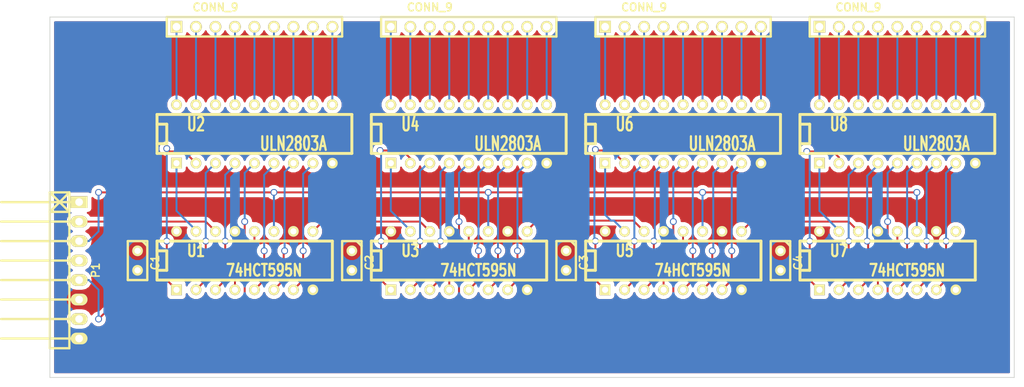
<source format=kicad_pcb>
(kicad_pcb (version 3) (host pcbnew "(2013-june-11)-stable")

  (general
    (links 108)
    (no_connects 0)
    (area 42.773599 96.9264 176.530001 147.320001)
    (thickness 1.6)
    (drawings 4)
    (tracks 287)
    (zones 0)
    (modules 17)
    (nets 77)
  )

  (page A3)
  (layers
    (15 F.Cu signal)
    (0 B.Cu signal)
    (16 B.Adhes user)
    (17 F.Adhes user)
    (18 B.Paste user)
    (19 F.Paste user)
    (20 B.SilkS user)
    (21 F.SilkS user)
    (22 B.Mask user)
    (23 F.Mask user)
    (24 Dwgs.User user)
    (25 Cmts.User user)
    (26 Eco1.User user)
    (27 Eco2.User user)
    (28 Edge.Cuts user)
  )

  (setup
    (last_trace_width 0.254)
    (trace_clearance 0.254)
    (zone_clearance 0.508)
    (zone_45_only no)
    (trace_min 0.254)
    (segment_width 0.2)
    (edge_width 0.1)
    (via_size 0.889)
    (via_drill 0.635)
    (via_min_size 0.889)
    (via_min_drill 0.508)
    (uvia_size 0.508)
    (uvia_drill 0.127)
    (uvias_allowed no)
    (uvia_min_size 0.508)
    (uvia_min_drill 0.127)
    (pcb_text_width 0.3)
    (pcb_text_size 1.5 1.5)
    (mod_edge_width 0.15)
    (mod_text_size 1 1)
    (mod_text_width 0.15)
    (pad_size 1.5 1.5)
    (pad_drill 0.6)
    (pad_to_mask_clearance 0)
    (aux_axis_origin 0 0)
    (visible_elements FFFFFFBF)
    (pcbplotparams
      (layerselection 3178497)
      (usegerberextensions true)
      (excludeedgelayer true)
      (linewidth 0.150000)
      (plotframeref false)
      (viasonmask false)
      (mode 1)
      (useauxorigin false)
      (hpglpennumber 1)
      (hpglpenspeed 20)
      (hpglpendiameter 15)
      (hpglpenoverlay 2)
      (psnegative false)
      (psa4output false)
      (plotreference true)
      (plotvalue true)
      (plotothertext true)
      (plotinvisibletext false)
      (padsonsilk false)
      (subtractmaskfromsilk false)
      (outputformat 1)
      (mirror false)
      (drillshape 1)
      (scaleselection 1)
      (outputdirectory ""))
  )

  (net 0 "")
  (net 1 +5V)
  (net 2 "/Port F/Diode Up")
  (net 3 "/Port F/OLAT")
  (net 4 "/Port F/SCK")
  (net 5 "/Port F/Serial In")
  (net 6 "/Port G/Diode Up")
  (net 7 "/Port G/Serial In")
  (net 8 "/Port H/Diode Up")
  (net 9 "/Port H/Serial In")
  (net 10 "/Port I/Diode Up")
  (net 11 "/Port I/Serial In")
  (net 12 GND)
  (net 13 N-00000102)
  (net 14 N-00000103)
  (net 15 N-00000104)
  (net 16 N-00000105)
  (net 17 N-0000013)
  (net 18 N-0000014)
  (net 19 N-0000016)
  (net 20 N-0000017)
  (net 21 N-0000018)
  (net 22 N-0000019)
  (net 23 N-0000020)
  (net 24 N-0000021)
  (net 25 N-0000022)
  (net 26 N-0000023)
  (net 27 N-0000024)
  (net 28 N-0000027)
  (net 29 N-0000030)
  (net 30 N-0000031)
  (net 31 N-0000032)
  (net 32 N-0000033)
  (net 33 N-0000037)
  (net 34 N-0000038)
  (net 35 N-0000040)
  (net 36 N-0000041)
  (net 37 N-0000042)
  (net 38 N-0000043)
  (net 39 N-0000044)
  (net 40 N-0000045)
  (net 41 N-0000046)
  (net 42 N-0000047)
  (net 43 N-0000048)
  (net 44 N-0000051)
  (net 45 N-0000054)
  (net 46 N-0000055)
  (net 47 N-0000056)
  (net 48 N-0000057)
  (net 49 N-0000061)
  (net 50 N-0000062)
  (net 51 N-0000064)
  (net 52 N-0000065)
  (net 53 N-0000066)
  (net 54 N-0000067)
  (net 55 N-0000068)
  (net 56 N-0000069)
  (net 57 N-0000070)
  (net 58 N-0000071)
  (net 59 N-0000072)
  (net 60 N-0000075)
  (net 61 N-0000078)
  (net 62 N-0000079)
  (net 63 N-0000080)
  (net 64 N-0000081)
  (net 65 N-0000085)
  (net 66 N-0000086)
  (net 67 N-0000088)
  (net 68 N-0000089)
  (net 69 N-0000090)
  (net 70 N-0000091)
  (net 71 N-0000092)
  (net 72 N-0000093)
  (net 73 N-0000094)
  (net 74 N-0000095)
  (net 75 N-0000096)
  (net 76 N-0000099)

  (net_class Default "This is the default net class."
    (clearance 0.254)
    (trace_width 0.254)
    (via_dia 0.889)
    (via_drill 0.635)
    (uvia_dia 0.508)
    (uvia_drill 0.127)
    (add_net "")
    (add_net +5V)
    (add_net "/Port F/Diode Up")
    (add_net "/Port F/OLAT")
    (add_net "/Port F/SCK")
    (add_net "/Port F/Serial In")
    (add_net "/Port G/Diode Up")
    (add_net "/Port G/Serial In")
    (add_net "/Port H/Diode Up")
    (add_net "/Port H/Serial In")
    (add_net "/Port I/Diode Up")
    (add_net "/Port I/Serial In")
    (add_net GND)
    (add_net N-00000102)
    (add_net N-00000103)
    (add_net N-00000104)
    (add_net N-00000105)
    (add_net N-0000013)
    (add_net N-0000014)
    (add_net N-0000016)
    (add_net N-0000017)
    (add_net N-0000018)
    (add_net N-0000019)
    (add_net N-0000020)
    (add_net N-0000021)
    (add_net N-0000022)
    (add_net N-0000023)
    (add_net N-0000024)
    (add_net N-0000027)
    (add_net N-0000030)
    (add_net N-0000031)
    (add_net N-0000032)
    (add_net N-0000033)
    (add_net N-0000037)
    (add_net N-0000038)
    (add_net N-0000040)
    (add_net N-0000041)
    (add_net N-0000042)
    (add_net N-0000043)
    (add_net N-0000044)
    (add_net N-0000045)
    (add_net N-0000046)
    (add_net N-0000047)
    (add_net N-0000048)
    (add_net N-0000051)
    (add_net N-0000054)
    (add_net N-0000055)
    (add_net N-0000056)
    (add_net N-0000057)
    (add_net N-0000061)
    (add_net N-0000062)
    (add_net N-0000064)
    (add_net N-0000065)
    (add_net N-0000066)
    (add_net N-0000067)
    (add_net N-0000068)
    (add_net N-0000069)
    (add_net N-0000070)
    (add_net N-0000071)
    (add_net N-0000072)
    (add_net N-0000075)
    (add_net N-0000078)
    (add_net N-0000079)
    (add_net N-0000080)
    (add_net N-0000081)
    (add_net N-0000085)
    (add_net N-0000086)
    (add_net N-0000088)
    (add_net N-0000089)
    (add_net N-0000090)
    (add_net N-0000091)
    (add_net N-0000092)
    (add_net N-0000093)
    (add_net N-0000094)
    (add_net N-0000095)
    (add_net N-0000096)
    (add_net N-0000099)
  )

  (module ScrewTerm_2.54-9 (layer F.Cu) (tedit 5B2AEAAA) (tstamp 5B2B0860)
    (at 71.12 100.33)
    (descr "Screw Terminals, 2.54 pitch, 10 position")
    (tags CONN)
    (path /5B2ADE19/5B2AE5D0)
    (fp_text reference P2 (at 0 2.54) (layer F.SilkS) hide
      (effects (font (size 1.016 1.016) (thickness 0.2032)))
    )
    (fp_text value CONN_9 (at 0 -2.54) (layer F.SilkS)
      (effects (font (size 1.016 1.016) (thickness 0.2032)))
    )
    (fp_line (start -6.35 -1.27) (end -6.35 1.27) (layer F.SilkS) (width 0.3048))
    (fp_line (start 16.51 1.27) (end 16.51 -1.27) (layer F.SilkS) (width 0.3048))
    (fp_line (start -6.35 -1.27) (end 16.51 -1.27) (layer F.SilkS) (width 0.3048))
    (fp_line (start 16.51 1.27) (end -6.35 1.27) (layer F.SilkS) (width 0.3048))
    (pad 1 thru_hole rect (at -5.08 0) (size 1.524 1.524) (drill 1.016)
      (layers *.Cu *.Mask F.SilkS)
      (net 19 N-0000016)
    )
    (pad 2 thru_hole circle (at -2.54 0) (size 1.524 1.524) (drill 1.016)
      (layers *.Cu *.Mask F.SilkS)
      (net 20 N-0000017)
    )
    (pad 3 thru_hole circle (at 0 0) (size 1.524 1.524) (drill 1.016)
      (layers *.Cu *.Mask F.SilkS)
      (net 21 N-0000018)
    )
    (pad 4 thru_hole circle (at 2.54 0) (size 1.524 1.524) (drill 1.016)
      (layers *.Cu *.Mask F.SilkS)
      (net 25 N-0000022)
    )
    (pad 5 thru_hole circle (at 5.08 0) (size 1.524 1.524) (drill 1.016)
      (layers *.Cu *.Mask F.SilkS)
      (net 26 N-0000023)
    )
    (pad 6 thru_hole circle (at 7.62 0) (size 1.524 1.524) (drill 1.016)
      (layers *.Cu *.Mask F.SilkS)
      (net 18 N-0000014)
    )
    (pad 7 thru_hole circle (at 10.16 0) (size 1.524 1.524) (drill 1.016)
      (layers *.Cu *.Mask F.SilkS)
      (net 27 N-0000024)
    )
    (pad 8 thru_hole circle (at 12.7 0) (size 1.524 1.524) (drill 1.016)
      (layers *.Cu *.Mask F.SilkS)
      (net 17 N-0000013)
    )
    (pad 9 thru_hole circle (at 15.24 0) (size 1.524 1.524) (drill 1.016)
      (layers *.Cu *.Mask F.SilkS)
      (net 2 "/Port F/Diode Up")
    )
    (model walter/conn_screw/mors_9p.wrl
      (at (xyz 0.2 0 0))
      (scale (xyz 0.5 0.5 0.5))
      (rotate (xyz 0 0 180))
    )
  )

  (module ScrewTerm_2.54-9 (layer F.Cu) (tedit 5B2AEAAA) (tstamp 5B2B0871)
    (at 99.06 100.33)
    (descr "Screw Terminals, 2.54 pitch, 10 position")
    (tags CONN)
    (path /5B2AF5D2/5B2AF0E1)
    (fp_text reference P3 (at 0 2.54) (layer F.SilkS) hide
      (effects (font (size 1.016 1.016) (thickness 0.2032)))
    )
    (fp_text value CONN_9 (at 0 -2.54) (layer F.SilkS)
      (effects (font (size 1.016 1.016) (thickness 0.2032)))
    )
    (fp_line (start -6.35 -1.27) (end -6.35 1.27) (layer F.SilkS) (width 0.3048))
    (fp_line (start 16.51 1.27) (end 16.51 -1.27) (layer F.SilkS) (width 0.3048))
    (fp_line (start -6.35 -1.27) (end 16.51 -1.27) (layer F.SilkS) (width 0.3048))
    (fp_line (start 16.51 1.27) (end -6.35 1.27) (layer F.SilkS) (width 0.3048))
    (pad 1 thru_hole rect (at -5.08 0) (size 1.524 1.524) (drill 1.016)
      (layers *.Cu *.Mask F.SilkS)
      (net 35 N-0000040)
    )
    (pad 2 thru_hole circle (at -2.54 0) (size 1.524 1.524) (drill 1.016)
      (layers *.Cu *.Mask F.SilkS)
      (net 36 N-0000041)
    )
    (pad 3 thru_hole circle (at 0 0) (size 1.524 1.524) (drill 1.016)
      (layers *.Cu *.Mask F.SilkS)
      (net 37 N-0000042)
    )
    (pad 4 thru_hole circle (at 2.54 0) (size 1.524 1.524) (drill 1.016)
      (layers *.Cu *.Mask F.SilkS)
      (net 41 N-0000046)
    )
    (pad 5 thru_hole circle (at 5.08 0) (size 1.524 1.524) (drill 1.016)
      (layers *.Cu *.Mask F.SilkS)
      (net 42 N-0000047)
    )
    (pad 6 thru_hole circle (at 7.62 0) (size 1.524 1.524) (drill 1.016)
      (layers *.Cu *.Mask F.SilkS)
      (net 33 N-0000037)
    )
    (pad 7 thru_hole circle (at 10.16 0) (size 1.524 1.524) (drill 1.016)
      (layers *.Cu *.Mask F.SilkS)
      (net 43 N-0000048)
    )
    (pad 8 thru_hole circle (at 12.7 0) (size 1.524 1.524) (drill 1.016)
      (layers *.Cu *.Mask F.SilkS)
      (net 34 N-0000038)
    )
    (pad 9 thru_hole circle (at 15.24 0) (size 1.524 1.524) (drill 1.016)
      (layers *.Cu *.Mask F.SilkS)
      (net 6 "/Port G/Diode Up")
    )
    (model walter/conn_screw/mors_9p.wrl
      (at (xyz 0.2 0 0))
      (scale (xyz 0.5 0.5 0.5))
      (rotate (xyz 0 0 180))
    )
  )

  (module ScrewTerm_2.54-9 (layer F.Cu) (tedit 5B2AEAAA) (tstamp 5B2B0882)
    (at 154.94 100.33)
    (descr "Screw Terminals, 2.54 pitch, 10 position")
    (tags CONN)
    (path /5B2B086E/5B2AF0DF)
    (fp_text reference P5 (at 0 2.54) (layer F.SilkS) hide
      (effects (font (size 1.016 1.016) (thickness 0.2032)))
    )
    (fp_text value CONN_9 (at 0 -2.54) (layer F.SilkS)
      (effects (font (size 1.016 1.016) (thickness 0.2032)))
    )
    (fp_line (start -6.35 -1.27) (end -6.35 1.27) (layer F.SilkS) (width 0.3048))
    (fp_line (start 16.51 1.27) (end 16.51 -1.27) (layer F.SilkS) (width 0.3048))
    (fp_line (start -6.35 -1.27) (end 16.51 -1.27) (layer F.SilkS) (width 0.3048))
    (fp_line (start 16.51 1.27) (end -6.35 1.27) (layer F.SilkS) (width 0.3048))
    (pad 1 thru_hole rect (at -5.08 0) (size 1.524 1.524) (drill 1.016)
      (layers *.Cu *.Mask F.SilkS)
      (net 67 N-0000088)
    )
    (pad 2 thru_hole circle (at -2.54 0) (size 1.524 1.524) (drill 1.016)
      (layers *.Cu *.Mask F.SilkS)
      (net 68 N-0000089)
    )
    (pad 3 thru_hole circle (at 0 0) (size 1.524 1.524) (drill 1.016)
      (layers *.Cu *.Mask F.SilkS)
      (net 69 N-0000090)
    )
    (pad 4 thru_hole circle (at 2.54 0) (size 1.524 1.524) (drill 1.016)
      (layers *.Cu *.Mask F.SilkS)
      (net 73 N-0000094)
    )
    (pad 5 thru_hole circle (at 5.08 0) (size 1.524 1.524) (drill 1.016)
      (layers *.Cu *.Mask F.SilkS)
      (net 74 N-0000095)
    )
    (pad 6 thru_hole circle (at 7.62 0) (size 1.524 1.524) (drill 1.016)
      (layers *.Cu *.Mask F.SilkS)
      (net 65 N-0000085)
    )
    (pad 7 thru_hole circle (at 10.16 0) (size 1.524 1.524) (drill 1.016)
      (layers *.Cu *.Mask F.SilkS)
      (net 75 N-0000096)
    )
    (pad 8 thru_hole circle (at 12.7 0) (size 1.524 1.524) (drill 1.016)
      (layers *.Cu *.Mask F.SilkS)
      (net 66 N-0000086)
    )
    (pad 9 thru_hole circle (at 15.24 0) (size 1.524 1.524) (drill 1.016)
      (layers *.Cu *.Mask F.SilkS)
      (net 10 "/Port I/Diode Up")
    )
    (model walter/conn_screw/mors_9p.wrl
      (at (xyz 0.2 0 0))
      (scale (xyz 0.5 0.5 0.5))
      (rotate (xyz 0 0 180))
    )
  )

  (module ScrewTerm_2.54-9 (layer F.Cu) (tedit 5B2AEAAA) (tstamp 5B2B0893)
    (at 127 100.33)
    (descr "Screw Terminals, 2.54 pitch, 10 position")
    (tags CONN)
    (path /5B2B0868/5B2AF0E0)
    (fp_text reference P4 (at 0 2.54) (layer F.SilkS) hide
      (effects (font (size 1.016 1.016) (thickness 0.2032)))
    )
    (fp_text value CONN_9 (at 0 -2.54) (layer F.SilkS)
      (effects (font (size 1.016 1.016) (thickness 0.2032)))
    )
    (fp_line (start -6.35 -1.27) (end -6.35 1.27) (layer F.SilkS) (width 0.3048))
    (fp_line (start 16.51 1.27) (end 16.51 -1.27) (layer F.SilkS) (width 0.3048))
    (fp_line (start -6.35 -1.27) (end 16.51 -1.27) (layer F.SilkS) (width 0.3048))
    (fp_line (start 16.51 1.27) (end -6.35 1.27) (layer F.SilkS) (width 0.3048))
    (pad 1 thru_hole rect (at -5.08 0) (size 1.524 1.524) (drill 1.016)
      (layers *.Cu *.Mask F.SilkS)
      (net 51 N-0000064)
    )
    (pad 2 thru_hole circle (at -2.54 0) (size 1.524 1.524) (drill 1.016)
      (layers *.Cu *.Mask F.SilkS)
      (net 52 N-0000065)
    )
    (pad 3 thru_hole circle (at 0 0) (size 1.524 1.524) (drill 1.016)
      (layers *.Cu *.Mask F.SilkS)
      (net 53 N-0000066)
    )
    (pad 4 thru_hole circle (at 2.54 0) (size 1.524 1.524) (drill 1.016)
      (layers *.Cu *.Mask F.SilkS)
      (net 57 N-0000070)
    )
    (pad 5 thru_hole circle (at 5.08 0) (size 1.524 1.524) (drill 1.016)
      (layers *.Cu *.Mask F.SilkS)
      (net 58 N-0000071)
    )
    (pad 6 thru_hole circle (at 7.62 0) (size 1.524 1.524) (drill 1.016)
      (layers *.Cu *.Mask F.SilkS)
      (net 49 N-0000061)
    )
    (pad 7 thru_hole circle (at 10.16 0) (size 1.524 1.524) (drill 1.016)
      (layers *.Cu *.Mask F.SilkS)
      (net 59 N-0000072)
    )
    (pad 8 thru_hole circle (at 12.7 0) (size 1.524 1.524) (drill 1.016)
      (layers *.Cu *.Mask F.SilkS)
      (net 50 N-0000062)
    )
    (pad 9 thru_hole circle (at 15.24 0) (size 1.524 1.524) (drill 1.016)
      (layers *.Cu *.Mask F.SilkS)
      (net 8 "/Port H/Diode Up")
    )
    (model walter/conn_screw/mors_9p.wrl
      (at (xyz 0.2 0 0))
      (scale (xyz 0.5 0.5 0.5))
      (rotate (xyz 0 0 180))
    )
  )

  (module pin_strip_8-90 (layer F.Cu) (tedit 4EF89332) (tstamp 5B2B08AE)
    (at 53.34 132.08 270)
    (descr "Pin strip 8pin 90")
    (tags "CONN DEV")
    (path /5B2B1C05)
    (fp_text reference P1 (at 0 -2.159 270) (layer F.SilkS)
      (effects (font (size 1.016 1.016) (thickness 0.2032)))
    )
    (fp_text value CONN_8 (at 0.254 -3.556 270) (layer F.SilkS) hide
      (effects (font (size 1.016 0.889) (thickness 0.2032)))
    )
    (fp_line (start -10.16 1.27) (end -7.62 3.81) (layer F.SilkS) (width 0.3048))
    (fp_line (start -7.62 1.27) (end -10.16 3.81) (layer F.SilkS) (width 0.3048))
    (fp_line (start -10.16 1.27) (end 10.16 1.27) (layer F.SilkS) (width 0.3048))
    (fp_line (start 10.16 1.27) (end 10.16 3.81) (layer F.SilkS) (width 0.3048))
    (fp_line (start 10.16 3.81) (end -10.16 3.81) (layer F.SilkS) (width 0.3048))
    (fp_line (start 8.89 0) (end 8.89 10.16) (layer F.SilkS) (width 0.3048))
    (fp_line (start 6.35 0) (end 6.35 10.16) (layer F.SilkS) (width 0.3048))
    (fp_line (start -7.62 1.27) (end -7.62 3.81) (layer F.SilkS) (width 0.3048))
    (fp_line (start -8.89 0) (end -8.89 10.16) (layer F.SilkS) (width 0.3048))
    (fp_line (start 3.81 0) (end 3.81 10.16) (layer F.SilkS) (width 0.3048))
    (fp_line (start 1.27 0) (end 1.27 10.16) (layer F.SilkS) (width 0.3048))
    (fp_line (start -1.27 0) (end -1.27 10.16) (layer F.SilkS) (width 0.3048))
    (fp_line (start -3.81 10.16) (end -3.81 0) (layer F.SilkS) (width 0.3048))
    (fp_line (start -6.35 0) (end -6.35 10.16) (layer F.SilkS) (width 0.3048))
    (fp_line (start -10.16 3.81) (end -10.16 1.27) (layer F.SilkS) (width 0.3048))
    (pad 1 thru_hole rect (at -8.89 0 270) (size 1.524 2.19964) (drill 1.00076)
      (layers *.Cu *.Mask F.SilkS)
    )
    (pad 2 thru_hole oval (at -6.35 0 270) (size 1.524 2.19964) (drill 1.00076)
      (layers *.Cu *.Mask F.SilkS)
      (net 5 "/Port F/Serial In")
    )
    (pad 3 thru_hole oval (at -3.81 0 270) (size 1.524 2.19964) (drill 1.00076)
      (layers *.Cu *.Mask F.SilkS)
      (net 4 "/Port F/SCK")
    )
    (pad 4 thru_hole oval (at -1.27 0 270) (size 1.524 2.19964) (drill 1.00076)
      (layers *.Cu *.Mask F.SilkS)
    )
    (pad 5 thru_hole oval (at 1.27 0 270) (size 1.524 2.19964) (drill 1.00076)
      (layers *.Cu *.Mask F.SilkS)
      (net 3 "/Port F/OLAT")
    )
    (pad 6 thru_hole oval (at 3.81 0 270) (size 1.524 2.19964) (drill 1.00076)
      (layers *.Cu *.Mask F.SilkS)
      (net 1 +5V)
    )
    (pad 7 thru_hole oval (at 6.35 0 270) (size 1.524 2.19964) (drill 1.00076)
      (layers *.Cu *.Mask F.SilkS)
    )
    (pad 8 thru_hole oval (at 8.89 0 270) (size 1.524 2.19964) (drill 1.00076)
      (layers *.Cu *.Mask F.SilkS)
      (net 12 GND)
    )
    (model walter/pin_strip/pin_strip_8-90.wrl
      (at (xyz 0 0 0))
      (scale (xyz 1 1 1))
      (rotate (xyz 0 0 0))
    )
  )

  (module DIP-18__300 (layer F.Cu) (tedit 200000) (tstamp 5B2B08CB)
    (at 76.2 114.3)
    (descr "8 pins DIL package, round pads")
    (path /5B2ADE19/5B2AE331)
    (fp_text reference U2 (at -7.62 -1.27) (layer F.SilkS)
      (effects (font (size 1.778 1.143) (thickness 0.3048)))
    )
    (fp_text value ULN2803A (at 5.08 1.27) (layer F.SilkS)
      (effects (font (size 1.778 1.143) (thickness 0.3048)))
    )
    (fp_line (start -12.7 -1.27) (end -11.43 -1.27) (layer F.SilkS) (width 0.381))
    (fp_line (start -11.43 -1.27) (end -11.43 1.27) (layer F.SilkS) (width 0.381))
    (fp_line (start -11.43 1.27) (end -12.7 1.27) (layer F.SilkS) (width 0.381))
    (fp_line (start -12.7 -2.54) (end 12.7 -2.54) (layer F.SilkS) (width 0.381))
    (fp_line (start 12.7 -2.54) (end 12.7 2.54) (layer F.SilkS) (width 0.381))
    (fp_line (start 12.7 2.54) (end -12.7 2.54) (layer F.SilkS) (width 0.381))
    (fp_line (start -12.7 2.54) (end -12.7 -2.54) (layer F.SilkS) (width 0.381))
    (pad 1 thru_hole rect (at -10.16 3.81) (size 1.397 1.397) (drill 0.8128)
      (layers *.Cu *.Mask F.SilkS)
      (net 32 N-0000033)
    )
    (pad 2 thru_hole circle (at -7.62 3.81) (size 1.397 1.397) (drill 0.8128)
      (layers *.Cu *.Mask F.SilkS)
      (net 29 N-0000030)
    )
    (pad 3 thru_hole circle (at -5.08 3.81) (size 1.397 1.397) (drill 0.8128)
      (layers *.Cu *.Mask F.SilkS)
      (net 30 N-0000031)
    )
    (pad 4 thru_hole circle (at -2.54 3.81) (size 1.397 1.397) (drill 0.8128)
      (layers *.Cu *.Mask F.SilkS)
      (net 28 N-0000027)
    )
    (pad 5 thru_hole circle (at 0 3.81) (size 1.397 1.397) (drill 0.8128)
      (layers *.Cu *.Mask F.SilkS)
      (net 31 N-0000032)
    )
    (pad 6 thru_hole circle (at 2.54 3.81) (size 1.397 1.397) (drill 0.8128)
      (layers *.Cu *.Mask F.SilkS)
      (net 22 N-0000019)
    )
    (pad 7 thru_hole circle (at 5.08 3.81) (size 1.397 1.397) (drill 0.8128)
      (layers *.Cu *.Mask F.SilkS)
      (net 23 N-0000020)
    )
    (pad 8 thru_hole circle (at 7.62 3.81) (size 1.397 1.397) (drill 0.8128)
      (layers *.Cu *.Mask F.SilkS)
      (net 24 N-0000021)
    )
    (pad 9 thru_hole circle (at 10.16 3.81) (size 1.397 1.397) (drill 0.8128)
      (layers *.Cu *.Mask F.SilkS)
      (net 12 GND)
    )
    (pad 10 thru_hole circle (at 10.16 -3.81) (size 1.397 1.397) (drill 0.8128)
      (layers *.Cu *.Mask F.SilkS)
      (net 2 "/Port F/Diode Up")
    )
    (pad 11 thru_hole circle (at 7.62 -3.81) (size 1.397 1.397) (drill 0.8128)
      (layers *.Cu *.Mask F.SilkS)
      (net 17 N-0000013)
    )
    (pad 12 thru_hole circle (at 5.08 -3.81) (size 1.397 1.397) (drill 0.8128)
      (layers *.Cu *.Mask F.SilkS)
      (net 27 N-0000024)
    )
    (pad 13 thru_hole circle (at 2.54 -3.81) (size 1.397 1.397) (drill 0.8128)
      (layers *.Cu *.Mask F.SilkS)
      (net 18 N-0000014)
    )
    (pad 14 thru_hole circle (at 0 -3.81) (size 1.397 1.397) (drill 0.8128)
      (layers *.Cu *.Mask F.SilkS)
      (net 26 N-0000023)
    )
    (pad 15 thru_hole circle (at -2.54 -3.81) (size 1.397 1.397) (drill 0.8128)
      (layers *.Cu *.Mask F.SilkS)
      (net 25 N-0000022)
    )
    (pad 16 thru_hole circle (at -5.08 -3.81) (size 1.397 1.397) (drill 0.8128)
      (layers *.Cu *.Mask F.SilkS)
      (net 21 N-0000018)
    )
    (pad 17 thru_hole circle (at -7.62 -3.81) (size 1.397 1.397) (drill 0.8128)
      (layers *.Cu *.Mask F.SilkS)
      (net 20 N-0000017)
    )
    (pad 18 thru_hole circle (at -10.16 -3.81) (size 1.397 1.397) (drill 0.8128)
      (layers *.Cu *.Mask F.SilkS)
      (net 19 N-0000016)
    )
    (model dil/dil_18.wrl
      (at (xyz 0 0 0))
      (scale (xyz 1 1 1))
      (rotate (xyz 0 0 0))
    )
  )

  (module DIP-18__300 (layer F.Cu) (tedit 200000) (tstamp 5B2B08E8)
    (at 104.14 114.3)
    (descr "8 pins DIL package, round pads")
    (path /5B2AF5D2/5B2AF0C3)
    (fp_text reference U4 (at -7.62 -1.27) (layer F.SilkS)
      (effects (font (size 1.778 1.143) (thickness 0.3048)))
    )
    (fp_text value ULN2803A (at 5.08 1.27) (layer F.SilkS)
      (effects (font (size 1.778 1.143) (thickness 0.3048)))
    )
    (fp_line (start -12.7 -1.27) (end -11.43 -1.27) (layer F.SilkS) (width 0.381))
    (fp_line (start -11.43 -1.27) (end -11.43 1.27) (layer F.SilkS) (width 0.381))
    (fp_line (start -11.43 1.27) (end -12.7 1.27) (layer F.SilkS) (width 0.381))
    (fp_line (start -12.7 -2.54) (end 12.7 -2.54) (layer F.SilkS) (width 0.381))
    (fp_line (start 12.7 -2.54) (end 12.7 2.54) (layer F.SilkS) (width 0.381))
    (fp_line (start 12.7 2.54) (end -12.7 2.54) (layer F.SilkS) (width 0.381))
    (fp_line (start -12.7 2.54) (end -12.7 -2.54) (layer F.SilkS) (width 0.381))
    (pad 1 thru_hole rect (at -10.16 3.81) (size 1.397 1.397) (drill 0.8128)
      (layers *.Cu *.Mask F.SilkS)
      (net 48 N-0000057)
    )
    (pad 2 thru_hole circle (at -7.62 3.81) (size 1.397 1.397) (drill 0.8128)
      (layers *.Cu *.Mask F.SilkS)
      (net 45 N-0000054)
    )
    (pad 3 thru_hole circle (at -5.08 3.81) (size 1.397 1.397) (drill 0.8128)
      (layers *.Cu *.Mask F.SilkS)
      (net 46 N-0000055)
    )
    (pad 4 thru_hole circle (at -2.54 3.81) (size 1.397 1.397) (drill 0.8128)
      (layers *.Cu *.Mask F.SilkS)
      (net 44 N-0000051)
    )
    (pad 5 thru_hole circle (at 0 3.81) (size 1.397 1.397) (drill 0.8128)
      (layers *.Cu *.Mask F.SilkS)
      (net 47 N-0000056)
    )
    (pad 6 thru_hole circle (at 2.54 3.81) (size 1.397 1.397) (drill 0.8128)
      (layers *.Cu *.Mask F.SilkS)
      (net 38 N-0000043)
    )
    (pad 7 thru_hole circle (at 5.08 3.81) (size 1.397 1.397) (drill 0.8128)
      (layers *.Cu *.Mask F.SilkS)
      (net 39 N-0000044)
    )
    (pad 8 thru_hole circle (at 7.62 3.81) (size 1.397 1.397) (drill 0.8128)
      (layers *.Cu *.Mask F.SilkS)
      (net 40 N-0000045)
    )
    (pad 9 thru_hole circle (at 10.16 3.81) (size 1.397 1.397) (drill 0.8128)
      (layers *.Cu *.Mask F.SilkS)
      (net 12 GND)
    )
    (pad 10 thru_hole circle (at 10.16 -3.81) (size 1.397 1.397) (drill 0.8128)
      (layers *.Cu *.Mask F.SilkS)
      (net 6 "/Port G/Diode Up")
    )
    (pad 11 thru_hole circle (at 7.62 -3.81) (size 1.397 1.397) (drill 0.8128)
      (layers *.Cu *.Mask F.SilkS)
      (net 34 N-0000038)
    )
    (pad 12 thru_hole circle (at 5.08 -3.81) (size 1.397 1.397) (drill 0.8128)
      (layers *.Cu *.Mask F.SilkS)
      (net 43 N-0000048)
    )
    (pad 13 thru_hole circle (at 2.54 -3.81) (size 1.397 1.397) (drill 0.8128)
      (layers *.Cu *.Mask F.SilkS)
      (net 33 N-0000037)
    )
    (pad 14 thru_hole circle (at 0 -3.81) (size 1.397 1.397) (drill 0.8128)
      (layers *.Cu *.Mask F.SilkS)
      (net 42 N-0000047)
    )
    (pad 15 thru_hole circle (at -2.54 -3.81) (size 1.397 1.397) (drill 0.8128)
      (layers *.Cu *.Mask F.SilkS)
      (net 41 N-0000046)
    )
    (pad 16 thru_hole circle (at -5.08 -3.81) (size 1.397 1.397) (drill 0.8128)
      (layers *.Cu *.Mask F.SilkS)
      (net 37 N-0000042)
    )
    (pad 17 thru_hole circle (at -7.62 -3.81) (size 1.397 1.397) (drill 0.8128)
      (layers *.Cu *.Mask F.SilkS)
      (net 36 N-0000041)
    )
    (pad 18 thru_hole circle (at -10.16 -3.81) (size 1.397 1.397) (drill 0.8128)
      (layers *.Cu *.Mask F.SilkS)
      (net 35 N-0000040)
    )
    (model dil/dil_18.wrl
      (at (xyz 0 0 0))
      (scale (xyz 1 1 1))
      (rotate (xyz 0 0 0))
    )
  )

  (module DIP-18__300 (layer F.Cu) (tedit 200000) (tstamp 5B2B0905)
    (at 132.08 114.3)
    (descr "8 pins DIL package, round pads")
    (path /5B2B0868/5B2AF0C1)
    (fp_text reference U6 (at -7.62 -1.27) (layer F.SilkS)
      (effects (font (size 1.778 1.143) (thickness 0.3048)))
    )
    (fp_text value ULN2803A (at 5.08 1.27) (layer F.SilkS)
      (effects (font (size 1.778 1.143) (thickness 0.3048)))
    )
    (fp_line (start -12.7 -1.27) (end -11.43 -1.27) (layer F.SilkS) (width 0.381))
    (fp_line (start -11.43 -1.27) (end -11.43 1.27) (layer F.SilkS) (width 0.381))
    (fp_line (start -11.43 1.27) (end -12.7 1.27) (layer F.SilkS) (width 0.381))
    (fp_line (start -12.7 -2.54) (end 12.7 -2.54) (layer F.SilkS) (width 0.381))
    (fp_line (start 12.7 -2.54) (end 12.7 2.54) (layer F.SilkS) (width 0.381))
    (fp_line (start 12.7 2.54) (end -12.7 2.54) (layer F.SilkS) (width 0.381))
    (fp_line (start -12.7 2.54) (end -12.7 -2.54) (layer F.SilkS) (width 0.381))
    (pad 1 thru_hole rect (at -10.16 3.81) (size 1.397 1.397) (drill 0.8128)
      (layers *.Cu *.Mask F.SilkS)
      (net 64 N-0000081)
    )
    (pad 2 thru_hole circle (at -7.62 3.81) (size 1.397 1.397) (drill 0.8128)
      (layers *.Cu *.Mask F.SilkS)
      (net 61 N-0000078)
    )
    (pad 3 thru_hole circle (at -5.08 3.81) (size 1.397 1.397) (drill 0.8128)
      (layers *.Cu *.Mask F.SilkS)
      (net 62 N-0000079)
    )
    (pad 4 thru_hole circle (at -2.54 3.81) (size 1.397 1.397) (drill 0.8128)
      (layers *.Cu *.Mask F.SilkS)
      (net 60 N-0000075)
    )
    (pad 5 thru_hole circle (at 0 3.81) (size 1.397 1.397) (drill 0.8128)
      (layers *.Cu *.Mask F.SilkS)
      (net 63 N-0000080)
    )
    (pad 6 thru_hole circle (at 2.54 3.81) (size 1.397 1.397) (drill 0.8128)
      (layers *.Cu *.Mask F.SilkS)
      (net 54 N-0000067)
    )
    (pad 7 thru_hole circle (at 5.08 3.81) (size 1.397 1.397) (drill 0.8128)
      (layers *.Cu *.Mask F.SilkS)
      (net 55 N-0000068)
    )
    (pad 8 thru_hole circle (at 7.62 3.81) (size 1.397 1.397) (drill 0.8128)
      (layers *.Cu *.Mask F.SilkS)
      (net 56 N-0000069)
    )
    (pad 9 thru_hole circle (at 10.16 3.81) (size 1.397 1.397) (drill 0.8128)
      (layers *.Cu *.Mask F.SilkS)
      (net 12 GND)
    )
    (pad 10 thru_hole circle (at 10.16 -3.81) (size 1.397 1.397) (drill 0.8128)
      (layers *.Cu *.Mask F.SilkS)
      (net 8 "/Port H/Diode Up")
    )
    (pad 11 thru_hole circle (at 7.62 -3.81) (size 1.397 1.397) (drill 0.8128)
      (layers *.Cu *.Mask F.SilkS)
      (net 50 N-0000062)
    )
    (pad 12 thru_hole circle (at 5.08 -3.81) (size 1.397 1.397) (drill 0.8128)
      (layers *.Cu *.Mask F.SilkS)
      (net 59 N-0000072)
    )
    (pad 13 thru_hole circle (at 2.54 -3.81) (size 1.397 1.397) (drill 0.8128)
      (layers *.Cu *.Mask F.SilkS)
      (net 49 N-0000061)
    )
    (pad 14 thru_hole circle (at 0 -3.81) (size 1.397 1.397) (drill 0.8128)
      (layers *.Cu *.Mask F.SilkS)
      (net 58 N-0000071)
    )
    (pad 15 thru_hole circle (at -2.54 -3.81) (size 1.397 1.397) (drill 0.8128)
      (layers *.Cu *.Mask F.SilkS)
      (net 57 N-0000070)
    )
    (pad 16 thru_hole circle (at -5.08 -3.81) (size 1.397 1.397) (drill 0.8128)
      (layers *.Cu *.Mask F.SilkS)
      (net 53 N-0000066)
    )
    (pad 17 thru_hole circle (at -7.62 -3.81) (size 1.397 1.397) (drill 0.8128)
      (layers *.Cu *.Mask F.SilkS)
      (net 52 N-0000065)
    )
    (pad 18 thru_hole circle (at -10.16 -3.81) (size 1.397 1.397) (drill 0.8128)
      (layers *.Cu *.Mask F.SilkS)
      (net 51 N-0000064)
    )
    (model dil/dil_18.wrl
      (at (xyz 0 0 0))
      (scale (xyz 1 1 1))
      (rotate (xyz 0 0 0))
    )
  )

  (module DIP-18__300 (layer F.Cu) (tedit 200000) (tstamp 5B2B0922)
    (at 160.02 114.3)
    (descr "8 pins DIL package, round pads")
    (path /5B2B086E/5B2AF0C2)
    (fp_text reference U8 (at -7.62 -1.27) (layer F.SilkS)
      (effects (font (size 1.778 1.143) (thickness 0.3048)))
    )
    (fp_text value ULN2803A (at 5.08 1.27) (layer F.SilkS)
      (effects (font (size 1.778 1.143) (thickness 0.3048)))
    )
    (fp_line (start -12.7 -1.27) (end -11.43 -1.27) (layer F.SilkS) (width 0.381))
    (fp_line (start -11.43 -1.27) (end -11.43 1.27) (layer F.SilkS) (width 0.381))
    (fp_line (start -11.43 1.27) (end -12.7 1.27) (layer F.SilkS) (width 0.381))
    (fp_line (start -12.7 -2.54) (end 12.7 -2.54) (layer F.SilkS) (width 0.381))
    (fp_line (start 12.7 -2.54) (end 12.7 2.54) (layer F.SilkS) (width 0.381))
    (fp_line (start 12.7 2.54) (end -12.7 2.54) (layer F.SilkS) (width 0.381))
    (fp_line (start -12.7 2.54) (end -12.7 -2.54) (layer F.SilkS) (width 0.381))
    (pad 1 thru_hole rect (at -10.16 3.81) (size 1.397 1.397) (drill 0.8128)
      (layers *.Cu *.Mask F.SilkS)
      (net 16 N-00000105)
    )
    (pad 2 thru_hole circle (at -7.62 3.81) (size 1.397 1.397) (drill 0.8128)
      (layers *.Cu *.Mask F.SilkS)
      (net 13 N-00000102)
    )
    (pad 3 thru_hole circle (at -5.08 3.81) (size 1.397 1.397) (drill 0.8128)
      (layers *.Cu *.Mask F.SilkS)
      (net 14 N-00000103)
    )
    (pad 4 thru_hole circle (at -2.54 3.81) (size 1.397 1.397) (drill 0.8128)
      (layers *.Cu *.Mask F.SilkS)
      (net 76 N-0000099)
    )
    (pad 5 thru_hole circle (at 0 3.81) (size 1.397 1.397) (drill 0.8128)
      (layers *.Cu *.Mask F.SilkS)
      (net 15 N-00000104)
    )
    (pad 6 thru_hole circle (at 2.54 3.81) (size 1.397 1.397) (drill 0.8128)
      (layers *.Cu *.Mask F.SilkS)
      (net 70 N-0000091)
    )
    (pad 7 thru_hole circle (at 5.08 3.81) (size 1.397 1.397) (drill 0.8128)
      (layers *.Cu *.Mask F.SilkS)
      (net 71 N-0000092)
    )
    (pad 8 thru_hole circle (at 7.62 3.81) (size 1.397 1.397) (drill 0.8128)
      (layers *.Cu *.Mask F.SilkS)
      (net 72 N-0000093)
    )
    (pad 9 thru_hole circle (at 10.16 3.81) (size 1.397 1.397) (drill 0.8128)
      (layers *.Cu *.Mask F.SilkS)
      (net 12 GND)
    )
    (pad 10 thru_hole circle (at 10.16 -3.81) (size 1.397 1.397) (drill 0.8128)
      (layers *.Cu *.Mask F.SilkS)
      (net 10 "/Port I/Diode Up")
    )
    (pad 11 thru_hole circle (at 7.62 -3.81) (size 1.397 1.397) (drill 0.8128)
      (layers *.Cu *.Mask F.SilkS)
      (net 66 N-0000086)
    )
    (pad 12 thru_hole circle (at 5.08 -3.81) (size 1.397 1.397) (drill 0.8128)
      (layers *.Cu *.Mask F.SilkS)
      (net 75 N-0000096)
    )
    (pad 13 thru_hole circle (at 2.54 -3.81) (size 1.397 1.397) (drill 0.8128)
      (layers *.Cu *.Mask F.SilkS)
      (net 65 N-0000085)
    )
    (pad 14 thru_hole circle (at 0 -3.81) (size 1.397 1.397) (drill 0.8128)
      (layers *.Cu *.Mask F.SilkS)
      (net 74 N-0000095)
    )
    (pad 15 thru_hole circle (at -2.54 -3.81) (size 1.397 1.397) (drill 0.8128)
      (layers *.Cu *.Mask F.SilkS)
      (net 73 N-0000094)
    )
    (pad 16 thru_hole circle (at -5.08 -3.81) (size 1.397 1.397) (drill 0.8128)
      (layers *.Cu *.Mask F.SilkS)
      (net 69 N-0000090)
    )
    (pad 17 thru_hole circle (at -7.62 -3.81) (size 1.397 1.397) (drill 0.8128)
      (layers *.Cu *.Mask F.SilkS)
      (net 68 N-0000089)
    )
    (pad 18 thru_hole circle (at -10.16 -3.81) (size 1.397 1.397) (drill 0.8128)
      (layers *.Cu *.Mask F.SilkS)
      (net 67 N-0000088)
    )
    (model dil/dil_18.wrl
      (at (xyz 0 0 0))
      (scale (xyz 1 1 1))
      (rotate (xyz 0 0 0))
    )
  )

  (module DIP-16__300 (layer F.Cu) (tedit 200000) (tstamp 5B2B093E)
    (at 74.93 130.81)
    (descr "16 pins DIL package, round pads")
    (tags DIL)
    (path /5B2ADE19/5B2ADE67)
    (fp_text reference U1 (at -6.35 -1.27) (layer F.SilkS)
      (effects (font (size 1.524 1.143) (thickness 0.3048)))
    )
    (fp_text value 74HCT595N (at 2.54 1.27) (layer F.SilkS)
      (effects (font (size 1.524 1.143) (thickness 0.3048)))
    )
    (fp_line (start -11.43 -1.27) (end -11.43 -1.27) (layer F.SilkS) (width 0.381))
    (fp_line (start -11.43 -1.27) (end -10.16 -1.27) (layer F.SilkS) (width 0.381))
    (fp_line (start -10.16 -1.27) (end -10.16 1.27) (layer F.SilkS) (width 0.381))
    (fp_line (start -10.16 1.27) (end -11.43 1.27) (layer F.SilkS) (width 0.381))
    (fp_line (start -11.43 -2.54) (end 11.43 -2.54) (layer F.SilkS) (width 0.381))
    (fp_line (start 11.43 -2.54) (end 11.43 2.54) (layer F.SilkS) (width 0.381))
    (fp_line (start 11.43 2.54) (end -11.43 2.54) (layer F.SilkS) (width 0.381))
    (fp_line (start -11.43 2.54) (end -11.43 -2.54) (layer F.SilkS) (width 0.381))
    (pad 1 thru_hole rect (at -8.89 3.81) (size 1.397 1.397) (drill 0.8128)
      (layers *.Cu *.Mask F.SilkS)
      (net 29 N-0000030)
    )
    (pad 2 thru_hole circle (at -6.35 3.81) (size 1.397 1.397) (drill 0.8128)
      (layers *.Cu *.Mask F.SilkS)
      (net 30 N-0000031)
    )
    (pad 3 thru_hole circle (at -3.81 3.81) (size 1.397 1.397) (drill 0.8128)
      (layers *.Cu *.Mask F.SilkS)
      (net 28 N-0000027)
    )
    (pad 4 thru_hole circle (at -1.27 3.81) (size 1.397 1.397) (drill 0.8128)
      (layers *.Cu *.Mask F.SilkS)
      (net 31 N-0000032)
    )
    (pad 5 thru_hole circle (at 1.27 3.81) (size 1.397 1.397) (drill 0.8128)
      (layers *.Cu *.Mask F.SilkS)
      (net 22 N-0000019)
    )
    (pad 6 thru_hole circle (at 3.81 3.81) (size 1.397 1.397) (drill 0.8128)
      (layers *.Cu *.Mask F.SilkS)
      (net 23 N-0000020)
    )
    (pad 7 thru_hole circle (at 6.35 3.81) (size 1.397 1.397) (drill 0.8128)
      (layers *.Cu *.Mask F.SilkS)
      (net 24 N-0000021)
    )
    (pad 8 thru_hole circle (at 8.89 3.81) (size 1.397 1.397) (drill 0.8128)
      (layers *.Cu *.Mask F.SilkS)
      (net 12 GND)
    )
    (pad 9 thru_hole circle (at 8.89 -3.81) (size 1.397 1.397) (drill 0.8128)
      (layers *.Cu *.Mask F.SilkS)
      (net 7 "/Port G/Serial In")
    )
    (pad 10 thru_hole circle (at 6.35 -3.81) (size 1.397 1.397) (drill 0.8128)
      (layers *.Cu *.Mask F.SilkS)
      (net 1 +5V)
    )
    (pad 11 thru_hole circle (at 3.81 -3.81) (size 1.397 1.397) (drill 0.8128)
      (layers *.Cu *.Mask F.SilkS)
      (net 4 "/Port F/SCK")
    )
    (pad 12 thru_hole circle (at 1.27 -3.81) (size 1.397 1.397) (drill 0.8128)
      (layers *.Cu *.Mask F.SilkS)
      (net 3 "/Port F/OLAT")
    )
    (pad 13 thru_hole circle (at -1.27 -3.81) (size 1.397 1.397) (drill 0.8128)
      (layers *.Cu *.Mask F.SilkS)
      (net 12 GND)
    )
    (pad 14 thru_hole circle (at -3.81 -3.81) (size 1.397 1.397) (drill 0.8128)
      (layers *.Cu *.Mask F.SilkS)
      (net 5 "/Port F/Serial In")
    )
    (pad 15 thru_hole circle (at -6.35 -3.81) (size 1.397 1.397) (drill 0.8128)
      (layers *.Cu *.Mask F.SilkS)
      (net 32 N-0000033)
    )
    (pad 16 thru_hole circle (at -8.89 -3.81) (size 1.397 1.397) (drill 0.8128)
      (layers *.Cu *.Mask F.SilkS)
      (net 1 +5V)
    )
    (model dil/dil_16.wrl
      (at (xyz 0 0 0))
      (scale (xyz 1 1 1))
      (rotate (xyz 0 0 0))
    )
  )

  (module DIP-16__300 (layer F.Cu) (tedit 200000) (tstamp 5B2B095A)
    (at 102.87 130.81)
    (descr "16 pins DIL package, round pads")
    (tags DIL)
    (path /5B2AF5D2/5B2AF0C0)
    (fp_text reference U3 (at -6.35 -1.27) (layer F.SilkS)
      (effects (font (size 1.524 1.143) (thickness 0.3048)))
    )
    (fp_text value 74HCT595N (at 2.54 1.27) (layer F.SilkS)
      (effects (font (size 1.524 1.143) (thickness 0.3048)))
    )
    (fp_line (start -11.43 -1.27) (end -11.43 -1.27) (layer F.SilkS) (width 0.381))
    (fp_line (start -11.43 -1.27) (end -10.16 -1.27) (layer F.SilkS) (width 0.381))
    (fp_line (start -10.16 -1.27) (end -10.16 1.27) (layer F.SilkS) (width 0.381))
    (fp_line (start -10.16 1.27) (end -11.43 1.27) (layer F.SilkS) (width 0.381))
    (fp_line (start -11.43 -2.54) (end 11.43 -2.54) (layer F.SilkS) (width 0.381))
    (fp_line (start 11.43 -2.54) (end 11.43 2.54) (layer F.SilkS) (width 0.381))
    (fp_line (start 11.43 2.54) (end -11.43 2.54) (layer F.SilkS) (width 0.381))
    (fp_line (start -11.43 2.54) (end -11.43 -2.54) (layer F.SilkS) (width 0.381))
    (pad 1 thru_hole rect (at -8.89 3.81) (size 1.397 1.397) (drill 0.8128)
      (layers *.Cu *.Mask F.SilkS)
      (net 45 N-0000054)
    )
    (pad 2 thru_hole circle (at -6.35 3.81) (size 1.397 1.397) (drill 0.8128)
      (layers *.Cu *.Mask F.SilkS)
      (net 46 N-0000055)
    )
    (pad 3 thru_hole circle (at -3.81 3.81) (size 1.397 1.397) (drill 0.8128)
      (layers *.Cu *.Mask F.SilkS)
      (net 44 N-0000051)
    )
    (pad 4 thru_hole circle (at -1.27 3.81) (size 1.397 1.397) (drill 0.8128)
      (layers *.Cu *.Mask F.SilkS)
      (net 47 N-0000056)
    )
    (pad 5 thru_hole circle (at 1.27 3.81) (size 1.397 1.397) (drill 0.8128)
      (layers *.Cu *.Mask F.SilkS)
      (net 38 N-0000043)
    )
    (pad 6 thru_hole circle (at 3.81 3.81) (size 1.397 1.397) (drill 0.8128)
      (layers *.Cu *.Mask F.SilkS)
      (net 39 N-0000044)
    )
    (pad 7 thru_hole circle (at 6.35 3.81) (size 1.397 1.397) (drill 0.8128)
      (layers *.Cu *.Mask F.SilkS)
      (net 40 N-0000045)
    )
    (pad 8 thru_hole circle (at 8.89 3.81) (size 1.397 1.397) (drill 0.8128)
      (layers *.Cu *.Mask F.SilkS)
      (net 12 GND)
    )
    (pad 9 thru_hole circle (at 8.89 -3.81) (size 1.397 1.397) (drill 0.8128)
      (layers *.Cu *.Mask F.SilkS)
      (net 9 "/Port H/Serial In")
    )
    (pad 10 thru_hole circle (at 6.35 -3.81) (size 1.397 1.397) (drill 0.8128)
      (layers *.Cu *.Mask F.SilkS)
      (net 1 +5V)
    )
    (pad 11 thru_hole circle (at 3.81 -3.81) (size 1.397 1.397) (drill 0.8128)
      (layers *.Cu *.Mask F.SilkS)
      (net 4 "/Port F/SCK")
    )
    (pad 12 thru_hole circle (at 1.27 -3.81) (size 1.397 1.397) (drill 0.8128)
      (layers *.Cu *.Mask F.SilkS)
      (net 3 "/Port F/OLAT")
    )
    (pad 13 thru_hole circle (at -1.27 -3.81) (size 1.397 1.397) (drill 0.8128)
      (layers *.Cu *.Mask F.SilkS)
      (net 12 GND)
    )
    (pad 14 thru_hole circle (at -3.81 -3.81) (size 1.397 1.397) (drill 0.8128)
      (layers *.Cu *.Mask F.SilkS)
      (net 7 "/Port G/Serial In")
    )
    (pad 15 thru_hole circle (at -6.35 -3.81) (size 1.397 1.397) (drill 0.8128)
      (layers *.Cu *.Mask F.SilkS)
      (net 48 N-0000057)
    )
    (pad 16 thru_hole circle (at -8.89 -3.81) (size 1.397 1.397) (drill 0.8128)
      (layers *.Cu *.Mask F.SilkS)
      (net 1 +5V)
    )
    (model dil/dil_16.wrl
      (at (xyz 0 0 0))
      (scale (xyz 1 1 1))
      (rotate (xyz 0 0 0))
    )
  )

  (module DIP-16__300 (layer F.Cu) (tedit 200000) (tstamp 5B2B0976)
    (at 130.81 130.81)
    (descr "16 pins DIL package, round pads")
    (tags DIL)
    (path /5B2B0868/5B2AF0BE)
    (fp_text reference U5 (at -6.35 -1.27) (layer F.SilkS)
      (effects (font (size 1.524 1.143) (thickness 0.3048)))
    )
    (fp_text value 74HCT595N (at 2.54 1.27) (layer F.SilkS)
      (effects (font (size 1.524 1.143) (thickness 0.3048)))
    )
    (fp_line (start -11.43 -1.27) (end -11.43 -1.27) (layer F.SilkS) (width 0.381))
    (fp_line (start -11.43 -1.27) (end -10.16 -1.27) (layer F.SilkS) (width 0.381))
    (fp_line (start -10.16 -1.27) (end -10.16 1.27) (layer F.SilkS) (width 0.381))
    (fp_line (start -10.16 1.27) (end -11.43 1.27) (layer F.SilkS) (width 0.381))
    (fp_line (start -11.43 -2.54) (end 11.43 -2.54) (layer F.SilkS) (width 0.381))
    (fp_line (start 11.43 -2.54) (end 11.43 2.54) (layer F.SilkS) (width 0.381))
    (fp_line (start 11.43 2.54) (end -11.43 2.54) (layer F.SilkS) (width 0.381))
    (fp_line (start -11.43 2.54) (end -11.43 -2.54) (layer F.SilkS) (width 0.381))
    (pad 1 thru_hole rect (at -8.89 3.81) (size 1.397 1.397) (drill 0.8128)
      (layers *.Cu *.Mask F.SilkS)
      (net 61 N-0000078)
    )
    (pad 2 thru_hole circle (at -6.35 3.81) (size 1.397 1.397) (drill 0.8128)
      (layers *.Cu *.Mask F.SilkS)
      (net 62 N-0000079)
    )
    (pad 3 thru_hole circle (at -3.81 3.81) (size 1.397 1.397) (drill 0.8128)
      (layers *.Cu *.Mask F.SilkS)
      (net 60 N-0000075)
    )
    (pad 4 thru_hole circle (at -1.27 3.81) (size 1.397 1.397) (drill 0.8128)
      (layers *.Cu *.Mask F.SilkS)
      (net 63 N-0000080)
    )
    (pad 5 thru_hole circle (at 1.27 3.81) (size 1.397 1.397) (drill 0.8128)
      (layers *.Cu *.Mask F.SilkS)
      (net 54 N-0000067)
    )
    (pad 6 thru_hole circle (at 3.81 3.81) (size 1.397 1.397) (drill 0.8128)
      (layers *.Cu *.Mask F.SilkS)
      (net 55 N-0000068)
    )
    (pad 7 thru_hole circle (at 6.35 3.81) (size 1.397 1.397) (drill 0.8128)
      (layers *.Cu *.Mask F.SilkS)
      (net 56 N-0000069)
    )
    (pad 8 thru_hole circle (at 8.89 3.81) (size 1.397 1.397) (drill 0.8128)
      (layers *.Cu *.Mask F.SilkS)
      (net 12 GND)
    )
    (pad 9 thru_hole circle (at 8.89 -3.81) (size 1.397 1.397) (drill 0.8128)
      (layers *.Cu *.Mask F.SilkS)
      (net 11 "/Port I/Serial In")
    )
    (pad 10 thru_hole circle (at 6.35 -3.81) (size 1.397 1.397) (drill 0.8128)
      (layers *.Cu *.Mask F.SilkS)
      (net 1 +5V)
    )
    (pad 11 thru_hole circle (at 3.81 -3.81) (size 1.397 1.397) (drill 0.8128)
      (layers *.Cu *.Mask F.SilkS)
      (net 4 "/Port F/SCK")
    )
    (pad 12 thru_hole circle (at 1.27 -3.81) (size 1.397 1.397) (drill 0.8128)
      (layers *.Cu *.Mask F.SilkS)
      (net 3 "/Port F/OLAT")
    )
    (pad 13 thru_hole circle (at -1.27 -3.81) (size 1.397 1.397) (drill 0.8128)
      (layers *.Cu *.Mask F.SilkS)
      (net 12 GND)
    )
    (pad 14 thru_hole circle (at -3.81 -3.81) (size 1.397 1.397) (drill 0.8128)
      (layers *.Cu *.Mask F.SilkS)
      (net 9 "/Port H/Serial In")
    )
    (pad 15 thru_hole circle (at -6.35 -3.81) (size 1.397 1.397) (drill 0.8128)
      (layers *.Cu *.Mask F.SilkS)
      (net 64 N-0000081)
    )
    (pad 16 thru_hole circle (at -8.89 -3.81) (size 1.397 1.397) (drill 0.8128)
      (layers *.Cu *.Mask F.SilkS)
      (net 1 +5V)
    )
    (model dil/dil_16.wrl
      (at (xyz 0 0 0))
      (scale (xyz 1 1 1))
      (rotate (xyz 0 0 0))
    )
  )

  (module C1 (layer F.Cu) (tedit 3F92C496) (tstamp 5B2B099A)
    (at 144.78 130.81 270)
    (descr "Condensateur e = 1 pas")
    (tags C)
    (path /5B2B086E/5B2AF0E7)
    (fp_text reference C4 (at 0.254 -2.286 270) (layer F.SilkS)
      (effects (font (size 1.016 1.016) (thickness 0.2032)))
    )
    (fp_text value .47uf (at 0 -2.286 270) (layer F.SilkS) hide
      (effects (font (size 1.016 1.016) (thickness 0.2032)))
    )
    (fp_line (start -2.4892 -1.27) (end 2.54 -1.27) (layer F.SilkS) (width 0.3048))
    (fp_line (start 2.54 -1.27) (end 2.54 1.27) (layer F.SilkS) (width 0.3048))
    (fp_line (start 2.54 1.27) (end -2.54 1.27) (layer F.SilkS) (width 0.3048))
    (fp_line (start -2.54 1.27) (end -2.54 -1.27) (layer F.SilkS) (width 0.3048))
    (fp_line (start -2.54 -0.635) (end -1.905 -1.27) (layer F.SilkS) (width 0.3048))
    (pad 1 thru_hole circle (at -1.27 0 270) (size 1.397 1.397) (drill 0.8128)
      (layers *.Cu *.Mask F.SilkS)
      (net 1 +5V)
    )
    (pad 2 thru_hole circle (at 1.27 0 270) (size 1.397 1.397) (drill 0.8128)
      (layers *.Cu *.Mask F.SilkS)
      (net 12 GND)
    )
    (model discret/capa_1_pas.wrl
      (at (xyz 0 0 0))
      (scale (xyz 1 1 1))
      (rotate (xyz 0 0 0))
    )
  )

  (module C1 (layer F.Cu) (tedit 3F92C496) (tstamp 5B2B09A5)
    (at 116.84 130.81 270)
    (descr "Condensateur e = 1 pas")
    (tags C)
    (path /5B2B0868/5B2AF0E5)
    (fp_text reference C3 (at 0.254 -2.286 270) (layer F.SilkS)
      (effects (font (size 1.016 1.016) (thickness 0.2032)))
    )
    (fp_text value .47uf (at 0 -2.286 270) (layer F.SilkS) hide
      (effects (font (size 1.016 1.016) (thickness 0.2032)))
    )
    (fp_line (start -2.4892 -1.27) (end 2.54 -1.27) (layer F.SilkS) (width 0.3048))
    (fp_line (start 2.54 -1.27) (end 2.54 1.27) (layer F.SilkS) (width 0.3048))
    (fp_line (start 2.54 1.27) (end -2.54 1.27) (layer F.SilkS) (width 0.3048))
    (fp_line (start -2.54 1.27) (end -2.54 -1.27) (layer F.SilkS) (width 0.3048))
    (fp_line (start -2.54 -0.635) (end -1.905 -1.27) (layer F.SilkS) (width 0.3048))
    (pad 1 thru_hole circle (at -1.27 0 270) (size 1.397 1.397) (drill 0.8128)
      (layers *.Cu *.Mask F.SilkS)
      (net 1 +5V)
    )
    (pad 2 thru_hole circle (at 1.27 0 270) (size 1.397 1.397) (drill 0.8128)
      (layers *.Cu *.Mask F.SilkS)
      (net 12 GND)
    )
    (model discret/capa_1_pas.wrl
      (at (xyz 0 0 0))
      (scale (xyz 1 1 1))
      (rotate (xyz 0 0 0))
    )
  )

  (module C1 (layer F.Cu) (tedit 3F92C496) (tstamp 5B2B09B0)
    (at 88.9 130.81 270)
    (descr "Condensateur e = 1 pas")
    (tags C)
    (path /5B2AF5D2/5B2AF0E6)
    (fp_text reference C2 (at 0.254 -2.286 270) (layer F.SilkS)
      (effects (font (size 1.016 1.016) (thickness 0.2032)))
    )
    (fp_text value .47uf (at 0 -2.286 270) (layer F.SilkS) hide
      (effects (font (size 1.016 1.016) (thickness 0.2032)))
    )
    (fp_line (start -2.4892 -1.27) (end 2.54 -1.27) (layer F.SilkS) (width 0.3048))
    (fp_line (start 2.54 -1.27) (end 2.54 1.27) (layer F.SilkS) (width 0.3048))
    (fp_line (start 2.54 1.27) (end -2.54 1.27) (layer F.SilkS) (width 0.3048))
    (fp_line (start -2.54 1.27) (end -2.54 -1.27) (layer F.SilkS) (width 0.3048))
    (fp_line (start -2.54 -0.635) (end -1.905 -1.27) (layer F.SilkS) (width 0.3048))
    (pad 1 thru_hole circle (at -1.27 0 270) (size 1.397 1.397) (drill 0.8128)
      (layers *.Cu *.Mask F.SilkS)
      (net 1 +5V)
    )
    (pad 2 thru_hole circle (at 1.27 0 270) (size 1.397 1.397) (drill 0.8128)
      (layers *.Cu *.Mask F.SilkS)
      (net 12 GND)
    )
    (model discret/capa_1_pas.wrl
      (at (xyz 0 0 0))
      (scale (xyz 1 1 1))
      (rotate (xyz 0 0 0))
    )
  )

  (module C1 (layer F.Cu) (tedit 3F92C496) (tstamp 5B2B09BB)
    (at 60.96 130.81 270)
    (descr "Condensateur e = 1 pas")
    (tags C)
    (path /5B2ADE19/5B2AE7E7)
    (fp_text reference C1 (at 0.254 -2.286 270) (layer F.SilkS)
      (effects (font (size 1.016 1.016) (thickness 0.2032)))
    )
    (fp_text value .47uf (at 0 -2.286 270) (layer F.SilkS) hide
      (effects (font (size 1.016 1.016) (thickness 0.2032)))
    )
    (fp_line (start -2.4892 -1.27) (end 2.54 -1.27) (layer F.SilkS) (width 0.3048))
    (fp_line (start 2.54 -1.27) (end 2.54 1.27) (layer F.SilkS) (width 0.3048))
    (fp_line (start 2.54 1.27) (end -2.54 1.27) (layer F.SilkS) (width 0.3048))
    (fp_line (start -2.54 1.27) (end -2.54 -1.27) (layer F.SilkS) (width 0.3048))
    (fp_line (start -2.54 -0.635) (end -1.905 -1.27) (layer F.SilkS) (width 0.3048))
    (pad 1 thru_hole circle (at -1.27 0 270) (size 1.397 1.397) (drill 0.8128)
      (layers *.Cu *.Mask F.SilkS)
      (net 1 +5V)
    )
    (pad 2 thru_hole circle (at 1.27 0 270) (size 1.397 1.397) (drill 0.8128)
      (layers *.Cu *.Mask F.SilkS)
      (net 12 GND)
    )
    (model discret/capa_1_pas.wrl
      (at (xyz 0 0 0))
      (scale (xyz 1 1 1))
      (rotate (xyz 0 0 0))
    )
  )

  (module DIP-16__300 (layer F.Cu) (tedit 200000) (tstamp 5B2B098F)
    (at 158.75 130.81)
    (descr "16 pins DIL package, round pads")
    (tags DIL)
    (path /5B2B086E/5B2AF0BF)
    (fp_text reference U7 (at -6.35 -1.27) (layer F.SilkS)
      (effects (font (size 1.524 1.143) (thickness 0.3048)))
    )
    (fp_text value 74HCT595N (at 2.54 1.27) (layer F.SilkS)
      (effects (font (size 1.524 1.143) (thickness 0.3048)))
    )
    (fp_line (start -11.43 -1.27) (end -11.43 -1.27) (layer F.SilkS) (width 0.381))
    (fp_line (start -11.43 -1.27) (end -10.16 -1.27) (layer F.SilkS) (width 0.381))
    (fp_line (start -10.16 -1.27) (end -10.16 1.27) (layer F.SilkS) (width 0.381))
    (fp_line (start -10.16 1.27) (end -11.43 1.27) (layer F.SilkS) (width 0.381))
    (fp_line (start -11.43 -2.54) (end 11.43 -2.54) (layer F.SilkS) (width 0.381))
    (fp_line (start 11.43 -2.54) (end 11.43 2.54) (layer F.SilkS) (width 0.381))
    (fp_line (start 11.43 2.54) (end -11.43 2.54) (layer F.SilkS) (width 0.381))
    (fp_line (start -11.43 2.54) (end -11.43 -2.54) (layer F.SilkS) (width 0.381))
    (pad 1 thru_hole rect (at -8.89 3.81) (size 1.397 1.397) (drill 0.8128)
      (layers *.Cu *.Mask F.SilkS)
      (net 13 N-00000102)
    )
    (pad 2 thru_hole circle (at -6.35 3.81) (size 1.397 1.397) (drill 0.8128)
      (layers *.Cu *.Mask F.SilkS)
      (net 14 N-00000103)
    )
    (pad 3 thru_hole circle (at -3.81 3.81) (size 1.397 1.397) (drill 0.8128)
      (layers *.Cu *.Mask F.SilkS)
      (net 76 N-0000099)
    )
    (pad 4 thru_hole circle (at -1.27 3.81) (size 1.397 1.397) (drill 0.8128)
      (layers *.Cu *.Mask F.SilkS)
      (net 15 N-00000104)
    )
    (pad 5 thru_hole circle (at 1.27 3.81) (size 1.397 1.397) (drill 0.8128)
      (layers *.Cu *.Mask F.SilkS)
      (net 70 N-0000091)
    )
    (pad 6 thru_hole circle (at 3.81 3.81) (size 1.397 1.397) (drill 0.8128)
      (layers *.Cu *.Mask F.SilkS)
      (net 71 N-0000092)
    )
    (pad 7 thru_hole circle (at 6.35 3.81) (size 1.397 1.397) (drill 0.8128)
      (layers *.Cu *.Mask F.SilkS)
      (net 72 N-0000093)
    )
    (pad 8 thru_hole circle (at 8.89 3.81) (size 1.397 1.397) (drill 0.8128)
      (layers *.Cu *.Mask F.SilkS)
      (net 12 GND)
    )
    (pad 9 thru_hole circle (at 8.89 -3.81) (size 1.397 1.397) (drill 0.8128)
      (layers *.Cu *.Mask F.SilkS)
    )
    (pad 10 thru_hole circle (at 6.35 -3.81) (size 1.397 1.397) (drill 0.8128)
      (layers *.Cu *.Mask F.SilkS)
      (net 1 +5V)
    )
    (pad 11 thru_hole circle (at 3.81 -3.81) (size 1.397 1.397) (drill 0.8128)
      (layers *.Cu *.Mask F.SilkS)
      (net 4 "/Port F/SCK")
    )
    (pad 12 thru_hole circle (at 1.27 -3.81) (size 1.397 1.397) (drill 0.8128)
      (layers *.Cu *.Mask F.SilkS)
      (net 3 "/Port F/OLAT")
    )
    (pad 13 thru_hole circle (at -1.27 -3.81) (size 1.397 1.397) (drill 0.8128)
      (layers *.Cu *.Mask F.SilkS)
      (net 12 GND)
    )
    (pad 14 thru_hole circle (at -3.81 -3.81) (size 1.397 1.397) (drill 0.8128)
      (layers *.Cu *.Mask F.SilkS)
      (net 11 "/Port I/Serial In")
    )
    (pad 15 thru_hole circle (at -6.35 -3.81) (size 1.397 1.397) (drill 0.8128)
      (layers *.Cu *.Mask F.SilkS)
      (net 16 N-00000105)
    )
    (pad 16 thru_hole circle (at -8.89 -3.81) (size 1.397 1.397) (drill 0.8128)
      (layers *.Cu *.Mask F.SilkS)
      (net 1 +5V)
    )
    (model dil/dil_16.wrl
      (at (xyz 0 0 0))
      (scale (xyz 1 1 1))
      (rotate (xyz 0 0 0))
    )
  )

  (gr_line (start 49.53 146.05) (end 49.53 99.06) (angle 90) (layer Edge.Cuts) (width 0.1))
  (gr_line (start 175.26 146.05) (end 49.53 146.05) (angle 90) (layer Edge.Cuts) (width 0.1))
  (gr_line (start 175.26 99.06) (end 175.26 146.05) (angle 90) (layer Edge.Cuts) (width 0.1))
  (gr_line (start 49.53 99.06) (end 175.26 99.06) (angle 90) (layer Edge.Cuts) (width 0.1))

  (segment (start 86.36 100.33) (end 86.36 110.49) (width 0.254) (layer B.Cu) (net 2))
  (segment (start 76.2 127) (end 76.2 132.08) (width 0.254) (layer F.Cu) (net 3) (status 400000))
  (segment (start 74.93 133.35) (end 74.93 137.16) (width 0.254) (layer F.Cu) (net 3) (tstamp 5B2BA265))
  (segment (start 76.2 132.08) (end 74.93 133.35) (width 0.254) (layer F.Cu) (net 3) (tstamp 5B2BA260))
  (segment (start 104.14 127) (end 104.14 132.08) (width 0.254) (layer F.Cu) (net 3) (status 400000))
  (segment (start 102.87 133.35) (end 102.87 137.16) (width 0.254) (layer F.Cu) (net 3) (tstamp 5B2BA1A9))
  (segment (start 104.14 132.08) (end 102.87 133.35) (width 0.254) (layer F.Cu) (net 3) (tstamp 5B2BA1A5))
  (segment (start 132.08 127) (end 132.08 132.08) (width 0.254) (layer F.Cu) (net 3) (status 400000))
  (segment (start 130.81 133.35) (end 130.81 137.16) (width 0.254) (layer F.Cu) (net 3) (tstamp 5B2B9FBD))
  (segment (start 132.08 132.08) (end 130.81 133.35) (width 0.254) (layer F.Cu) (net 3) (tstamp 5B2B9FB4))
  (segment (start 158.75 137.16) (end 158.75 133.35) (width 0.254) (layer F.Cu) (net 3))
  (segment (start 158.75 137.16) (end 157.48 137.16) (width 0.254) (layer F.Cu) (net 3) (tstamp 5B2B7838))
  (segment (start 130.81 137.16) (end 157.48 137.16) (width 0.254) (layer F.Cu) (net 3) (tstamp 5B2B7841))
  (segment (start 160.02 132.08) (end 160.02 127) (width 0.254) (layer F.Cu) (net 3) (tstamp 5B2B9E18) (status 800000))
  (segment (start 158.75 133.35) (end 160.02 132.08) (width 0.254) (layer F.Cu) (net 3) (tstamp 5B2B9E17))
  (segment (start 54.61 133.35) (end 55.88 134.62) (width 0.254) (layer B.Cu) (net 3) (tstamp 5B2B782A))
  (segment (start 55.88 134.62) (end 55.88 138.43) (width 0.254) (layer B.Cu) (net 3) (tstamp 5B2B782C))
  (via (at 55.88 138.43) (size 0.889) (layers F.Cu B.Cu) (net 3))
  (segment (start 55.88 138.43) (end 57.15 137.16) (width 0.254) (layer F.Cu) (net 3) (tstamp 5B2B782F))
  (segment (start 57.15 137.16) (end 74.93 137.16) (width 0.254) (layer F.Cu) (net 3) (tstamp 5B2B7830))
  (segment (start 74.93 137.16) (end 102.87 137.16) (width 0.254) (layer F.Cu) (net 3) (tstamp 5B2B7850))
  (segment (start 102.87 137.16) (end 130.81 137.16) (width 0.254) (layer F.Cu) (net 3) (tstamp 5B2B7849))
  (segment (start 54.61 133.35) (end 53.34 133.35) (width 0.254) (layer B.Cu) (net 3))
  (segment (start 134.62 127) (end 134.62 121.92) (width 0.254) (layer B.Cu) (net 4) (status 400000))
  (via (at 134.62 121.92) (size 0.889) (layers F.Cu B.Cu) (net 4))
  (via (at 162.56 121.92) (size 0.889) (layers F.Cu B.Cu) (net 4))
  (segment (start 106.68 121.92) (end 134.62 121.92) (width 0.254) (layer F.Cu) (net 4) (tstamp 5B2B7822))
  (segment (start 162.56 121.92) (end 134.62 121.92) (width 0.254) (layer F.Cu) (net 4) (tstamp 5B2B781B))
  (segment (start 162.56 121.92) (end 162.56 127) (width 0.254) (layer B.Cu) (net 4) (tstamp 5B2BA0BE) (status 800000))
  (via (at 78.74 121.92) (size 0.889) (layers F.Cu B.Cu) (net 4))
  (segment (start 78.74 121.92) (end 78.74 127) (width 0.254) (layer B.Cu) (net 4) (tstamp 5B2B7827) (status 800000))
  (segment (start 106.68 127) (end 106.68 121.92) (width 0.254) (layer B.Cu) (net 4) (status 400000))
  (via (at 106.68 121.92) (size 0.889) (layers F.Cu B.Cu) (net 4))
  (segment (start 53.34 128.27) (end 54.61 128.27) (width 0.254) (layer B.Cu) (net 4))
  (segment (start 101.6 121.92) (end 106.68 121.92) (width 0.254) (layer F.Cu) (net 4) (tstamp 5B2B780D))
  (segment (start 55.88 121.92) (end 78.74 121.92) (width 0.254) (layer F.Cu) (net 4) (tstamp 5B2B780C))
  (segment (start 78.74 121.92) (end 101.6 121.92) (width 0.254) (layer F.Cu) (net 4) (tstamp 5B2B7824))
  (via (at 55.88 121.92) (size 0.889) (layers F.Cu B.Cu) (net 4))
  (segment (start 55.88 127) (end 55.88 121.92) (width 0.254) (layer B.Cu) (net 4) (tstamp 5B2B7809))
  (segment (start 54.61 128.27) (end 55.88 127) (width 0.254) (layer B.Cu) (net 4) (tstamp 5B2B7807))
  (segment (start 53.34 125.73) (end 69.85 125.73) (width 0.254) (layer F.Cu) (net 5))
  (segment (start 69.85 125.73) (end 71.12 127) (width 0.254) (layer F.Cu) (net 5) (tstamp 5B2B768B))
  (segment (start 114.3 100.33) (end 114.3 110.49) (width 0.254) (layer B.Cu) (net 6))
  (segment (start 83.82 127) (end 85.09 125.73) (width 0.254) (layer F.Cu) (net 7))
  (segment (start 97.79 125.73) (end 99.06 127) (width 0.254) (layer F.Cu) (net 7) (tstamp 5B2B76BE))
  (segment (start 85.09 125.73) (end 97.79 125.73) (width 0.254) (layer F.Cu) (net 7) (tstamp 5B2B76BD))
  (segment (start 142.24 100.33) (end 142.24 110.49) (width 0.254) (layer B.Cu) (net 8))
  (segment (start 111.76 127) (end 111.76 126.873) (width 0.254) (layer F.Cu) (net 9))
  (segment (start 125.603 125.603) (end 127 127) (width 0.254) (layer F.Cu) (net 9) (tstamp 5B2B76C5))
  (segment (start 113.03 125.603) (end 125.603 125.603) (width 0.254) (layer F.Cu) (net 9) (tstamp 5B2B76C3))
  (segment (start 111.76 126.873) (end 113.03 125.603) (width 0.254) (layer F.Cu) (net 9) (tstamp 5B2B76C2))
  (segment (start 170.18 100.33) (end 170.18 110.49) (width 0.254) (layer B.Cu) (net 10))
  (segment (start 139.7 127) (end 140.97 125.73) (width 0.254) (layer F.Cu) (net 11))
  (segment (start 153.67 125.73) (end 154.94 127) (width 0.254) (layer F.Cu) (net 11) (tstamp 5B2B76CA))
  (segment (start 140.97 125.73) (end 153.67 125.73) (width 0.254) (layer F.Cu) (net 11) (tstamp 5B2B76C9))
  (via (at 148.59 128.27) (size 0.889) (layers F.Cu B.Cu) (net 13))
  (segment (start 152.4 117.348) (end 151.638 116.586) (width 0.254) (layer F.Cu) (net 13) (tstamp 5B2B770A))
  (segment (start 151.638 116.586) (end 148.209 116.586) (width 0.254) (layer F.Cu) (net 13) (tstamp 5B2B770B))
  (via (at 148.209 116.586) (size 0.889) (layers F.Cu B.Cu) (net 13))
  (segment (start 148.209 116.586) (end 148.59 116.967) (width 0.254) (layer B.Cu) (net 13) (tstamp 5B2B770D))
  (segment (start 148.59 116.967) (end 148.59 128.27) (width 0.254) (layer B.Cu) (net 13) (tstamp 5B2B770E))
  (segment (start 152.4 118.11) (end 152.4 117.348) (width 0.254) (layer F.Cu) (net 13))
  (segment (start 148.59 133.35) (end 149.86 134.62) (width 0.254) (layer F.Cu) (net 13) (tstamp 5B2BA346) (status 800000))
  (segment (start 148.59 128.27) (end 148.59 133.35) (width 0.254) (layer F.Cu) (net 13) (tstamp 5B2BA345))
  (segment (start 152.4 134.62) (end 153.67 133.35) (width 0.254) (layer F.Cu) (net 14) (status 400000))
  (segment (start 154.94 118.364) (end 153.67 119.634) (width 0.254) (layer B.Cu) (net 14) (tstamp 5B2B7703))
  (segment (start 153.67 119.634) (end 153.67 128.27) (width 0.254) (layer B.Cu) (net 14) (tstamp 5B2B7704))
  (segment (start 154.94 118.364) (end 154.94 118.11) (width 0.254) (layer B.Cu) (net 14))
  (via (at 153.67 128.27) (size 0.889) (layers F.Cu B.Cu) (net 14))
  (segment (start 153.67 133.35) (end 153.67 128.27) (width 0.254) (layer F.Cu) (net 14) (tstamp 5B2BA33D))
  (segment (start 157.48 134.62) (end 157.48 132.08) (width 0.254) (layer F.Cu) (net 15) (status 400000))
  (segment (start 158.75 119.38) (end 160.02 118.11) (width 0.254) (layer B.Cu) (net 15) (tstamp 5B2B9E50) (status 800000))
  (segment (start 158.75 125.73) (end 158.75 119.38) (width 0.254) (layer B.Cu) (net 15) (tstamp 5B2B9E4F))
  (via (at 158.75 125.73) (size 0.889) (layers F.Cu B.Cu) (net 15))
  (segment (start 158.75 130.81) (end 158.75 125.73) (width 0.254) (layer F.Cu) (net 15) (tstamp 5B2B9E49))
  (segment (start 157.48 132.08) (end 158.75 130.81) (width 0.254) (layer F.Cu) (net 15) (tstamp 5B2B9E45))
  (segment (start 152.4 127) (end 152.4 126.873) (width 0.254) (layer B.Cu) (net 16))
  (segment (start 149.86 124.333) (end 149.86 118.11) (width 0.254) (layer B.Cu) (net 16) (tstamp 5B2B76DE))
  (segment (start 152.4 126.873) (end 149.86 124.333) (width 0.254) (layer B.Cu) (net 16) (tstamp 5B2B76DD))
  (segment (start 83.82 100.33) (end 83.82 110.49) (width 0.254) (layer B.Cu) (net 17))
  (segment (start 78.74 100.33) (end 78.74 110.49) (width 0.254) (layer B.Cu) (net 18))
  (segment (start 66.04 100.33) (end 66.04 110.49) (width 0.254) (layer B.Cu) (net 19))
  (segment (start 68.58 100.33) (end 68.58 110.49) (width 0.254) (layer B.Cu) (net 20))
  (segment (start 71.12 100.33) (end 71.12 110.49) (width 0.254) (layer B.Cu) (net 21))
  (segment (start 76.2 134.62) (end 77.47 133.35) (width 0.254) (layer F.Cu) (net 22) (status 400000))
  (segment (start 78.74 118.364) (end 77.47 119.634) (width 0.254) (layer B.Cu) (net 22) (tstamp 5B2B7786))
  (segment (start 77.47 119.634) (end 77.47 129.54) (width 0.254) (layer B.Cu) (net 22) (tstamp 5B2B7787))
  (segment (start 78.74 118.364) (end 78.74 118.11) (width 0.254) (layer B.Cu) (net 22))
  (via (at 77.47 129.54) (size 0.889) (layers F.Cu B.Cu) (net 22))
  (segment (start 77.47 133.35) (end 77.47 129.54) (width 0.254) (layer F.Cu) (net 22) (tstamp 5B2BA269))
  (via (at 80.137 129.54) (size 0.889) (layers F.Cu B.Cu) (net 23))
  (segment (start 80.137 129.54) (end 80.137 119.253) (width 0.254) (layer B.Cu) (net 23) (tstamp 5B2BA1F3))
  (segment (start 81.28 118.11) (end 80.137 119.253) (width 0.254) (layer B.Cu) (net 23) (tstamp 5B2B7782))
  (segment (start 80.01 133.35) (end 78.74 134.62) (width 0.254) (layer F.Cu) (net 23) (tstamp 5B2BA273) (status 800000))
  (segment (start 80.01 129.667) (end 80.01 133.35) (width 0.254) (layer F.Cu) (net 23) (tstamp 5B2BA271))
  (segment (start 80.137 129.54) (end 80.01 129.667) (width 0.254) (layer F.Cu) (net 23) (tstamp 5B2BA270))
  (segment (start 78.74 134.62) (end 78.74 134.493) (width 0.254) (layer B.Cu) (net 23))
  (segment (start 81.28 134.62) (end 82.55 133.35) (width 0.254) (layer F.Cu) (net 24) (status 400000))
  (segment (start 83.82 118.237) (end 82.55 119.507) (width 0.254) (layer B.Cu) (net 24) (tstamp 5B2B7778))
  (segment (start 82.55 119.507) (end 82.55 129.54) (width 0.254) (layer B.Cu) (net 24) (tstamp 5B2B7779))
  (segment (start 83.82 118.237) (end 83.82 118.11) (width 0.254) (layer B.Cu) (net 24))
  (via (at 82.55 129.54) (size 0.889) (layers F.Cu B.Cu) (net 24))
  (segment (start 82.55 133.35) (end 82.55 129.54) (width 0.254) (layer F.Cu) (net 24) (tstamp 5B2BA277))
  (segment (start 73.66 100.33) (end 73.66 110.49) (width 0.254) (layer B.Cu) (net 25))
  (segment (start 76.2 100.33) (end 76.2 110.49) (width 0.254) (layer B.Cu) (net 26))
  (segment (start 81.28 100.33) (end 81.28 110.49) (width 0.254) (layer B.Cu) (net 27))
  (segment (start 71.12 134.62) (end 72.39 133.35) (width 0.254) (layer F.Cu) (net 28) (status 400000))
  (segment (start 73.66 118.364) (end 72.39 119.634) (width 0.254) (layer B.Cu) (net 28) (tstamp 5B2B7795))
  (segment (start 72.39 119.634) (end 72.39 128.27) (width 0.254) (layer B.Cu) (net 28) (tstamp 5B2B7796))
  (segment (start 73.66 118.364) (end 73.66 118.11) (width 0.254) (layer B.Cu) (net 28))
  (via (at 72.39 128.27) (size 0.889) (layers F.Cu B.Cu) (net 28))
  (segment (start 72.39 133.35) (end 72.39 128.27) (width 0.254) (layer F.Cu) (net 28) (tstamp 5B2BA461))
  (segment (start 66.04 134.62) (end 64.77 133.35) (width 0.254) (layer F.Cu) (net 29) (status 400000))
  (segment (start 64.77 128.27) (end 64.77 116.205) (width 0.254) (layer B.Cu) (net 29) (tstamp 5B2BA43B))
  (via (at 64.77 116.205) (size 0.889) (layers F.Cu B.Cu) (net 29))
  (segment (start 64.77 116.205) (end 65.151 116.586) (width 0.254) (layer F.Cu) (net 29) (tstamp 5B2B77A6))
  (segment (start 65.151 116.586) (end 67.056 116.586) (width 0.254) (layer F.Cu) (net 29) (tstamp 5B2B77A7))
  (segment (start 67.056 116.586) (end 68.58 118.11) (width 0.254) (layer F.Cu) (net 29) (tstamp 5B2B77A8))
  (via (at 64.77 128.27) (size 0.889) (layers F.Cu B.Cu) (net 29))
  (segment (start 64.77 133.35) (end 64.77 128.27) (width 0.254) (layer F.Cu) (net 29) (tstamp 5B2BA46F))
  (via (at 69.85 128.27) (size 0.889) (layers F.Cu B.Cu) (net 30))
  (segment (start 69.85 128.27) (end 69.85 119.38) (width 0.254) (layer B.Cu) (net 30) (tstamp 5B2BA438))
  (segment (start 71.12 118.11) (end 69.85 119.38) (width 0.254) (layer B.Cu) (net 30) (tstamp 5B2B779F))
  (segment (start 69.85 133.35) (end 68.58 134.62) (width 0.254) (layer F.Cu) (net 30) (tstamp 5B2BA46B) (status 800000))
  (segment (start 69.85 128.27) (end 69.85 133.35) (width 0.254) (layer F.Cu) (net 30) (tstamp 5B2BA46A))
  (segment (start 68.58 134.62) (end 68.58 133.985) (width 0.254) (layer B.Cu) (net 30))
  (segment (start 76.2 118.11) (end 74.93 119.38) (width 0.254) (layer B.Cu) (net 31) (status 400000))
  (segment (start 73.66 132.08) (end 73.66 134.62) (width 0.254) (layer F.Cu) (net 31) (tstamp 5B2BA259) (status 800000))
  (segment (start 74.93 130.81) (end 73.66 132.08) (width 0.254) (layer F.Cu) (net 31) (tstamp 5B2BA256))
  (segment (start 74.93 125.73) (end 74.93 130.81) (width 0.254) (layer F.Cu) (net 31) (tstamp 5B2BA255))
  (via (at 74.93 125.73) (size 0.889) (layers F.Cu B.Cu) (net 31))
  (segment (start 74.93 119.38) (end 74.93 125.73) (width 0.254) (layer B.Cu) (net 31) (tstamp 5B2BA24D))
  (segment (start 68.58 127) (end 68.58 126.873) (width 0.254) (layer B.Cu) (net 32))
  (segment (start 66.04 124.333) (end 66.04 118.11) (width 0.254) (layer B.Cu) (net 32) (tstamp 5B2B76CF))
  (segment (start 68.58 126.873) (end 66.04 124.333) (width 0.254) (layer B.Cu) (net 32) (tstamp 5B2B76CE))
  (segment (start 106.68 100.33) (end 106.68 110.49) (width 0.254) (layer B.Cu) (net 33))
  (segment (start 111.76 100.33) (end 111.76 110.49) (width 0.254) (layer B.Cu) (net 34))
  (segment (start 93.98 100.33) (end 93.98 110.49) (width 0.254) (layer B.Cu) (net 35))
  (segment (start 96.52 100.33) (end 96.52 110.49) (width 0.254) (layer B.Cu) (net 36))
  (segment (start 99.06 100.33) (end 99.06 110.49) (width 0.254) (layer B.Cu) (net 37))
  (segment (start 104.14 134.62) (end 105.41 133.35) (width 0.254) (layer F.Cu) (net 38) (status 400000))
  (segment (start 105.283 129.54) (end 105.283 128.778) (width 0.254) (layer B.Cu) (net 38) (tstamp 5B2BA160))
  (segment (start 105.283 128.778) (end 105.41 128.651) (width 0.254) (layer B.Cu) (net 38) (tstamp 5B2B7764))
  (segment (start 105.41 128.651) (end 105.41 119.38) (width 0.254) (layer B.Cu) (net 38) (tstamp 5B2B7765))
  (segment (start 105.41 119.38) (end 106.68 118.11) (width 0.254) (layer B.Cu) (net 38) (tstamp 5B2B7766))
  (segment (start 105.41 129.54) (end 105.283 129.54) (width 0.254) (layer B.Cu) (net 38) (tstamp 5B2BA18F))
  (via (at 105.41 129.54) (size 0.889) (layers F.Cu B.Cu) (net 38))
  (segment (start 105.41 133.35) (end 105.41 129.54) (width 0.254) (layer F.Cu) (net 38) (tstamp 5B2BA18A))
  (via (at 107.95 129.54) (size 0.889) (layers F.Cu B.Cu) (net 39))
  (segment (start 109.22 118.237) (end 107.95 119.507) (width 0.254) (layer B.Cu) (net 39) (tstamp 5B2B776A))
  (segment (start 107.95 119.507) (end 107.95 129.54) (width 0.254) (layer B.Cu) (net 39) (tstamp 5B2B776B))
  (segment (start 109.22 118.11) (end 109.22 118.237) (width 0.254) (layer B.Cu) (net 39))
  (segment (start 107.95 133.35) (end 106.68 134.62) (width 0.254) (layer F.Cu) (net 39) (tstamp 5B2BA185) (status 800000))
  (segment (start 107.95 129.54) (end 107.95 133.35) (width 0.254) (layer F.Cu) (net 39) (tstamp 5B2BA184))
  (segment (start 109.22 134.62) (end 110.49 133.35) (width 0.254) (layer F.Cu) (net 40) (status 400000))
  (segment (start 110.49 129.54) (end 110.49 119.38) (width 0.254) (layer B.Cu) (net 40) (tstamp 5B2BA136))
  (segment (start 110.49 119.38) (end 111.76 118.11) (width 0.254) (layer B.Cu) (net 40) (tstamp 5B2B7774))
  (via (at 110.49 129.54) (size 0.889) (layers F.Cu B.Cu) (net 40))
  (segment (start 110.49 133.35) (end 110.49 129.54) (width 0.254) (layer F.Cu) (net 40) (tstamp 5B2BA149))
  (segment (start 109.22 134.62) (end 109.22 134.112) (width 0.254) (layer B.Cu) (net 40))
  (segment (start 101.6 100.33) (end 101.6 110.49) (width 0.254) (layer B.Cu) (net 41))
  (segment (start 104.14 100.33) (end 104.14 110.49) (width 0.254) (layer B.Cu) (net 42))
  (segment (start 109.22 100.33) (end 109.22 110.49) (width 0.254) (layer B.Cu) (net 43))
  (via (at 100.457 128.27) (size 0.889) (layers F.Cu B.Cu) (net 44))
  (segment (start 100.457 128.27) (end 100.457 119.253) (width 0.254) (layer B.Cu) (net 44) (tstamp 5B2BA3C2))
  (segment (start 101.6 118.11) (end 100.457 119.253) (width 0.254) (layer B.Cu) (net 44) (tstamp 5B2B7757))
  (segment (start 100.33 133.35) (end 99.06 134.62) (width 0.254) (layer F.Cu) (net 44) (tstamp 5B2BA41A) (status 800000))
  (segment (start 100.33 128.397) (end 100.33 133.35) (width 0.254) (layer F.Cu) (net 44) (tstamp 5B2BA418))
  (segment (start 100.457 128.27) (end 100.33 128.397) (width 0.254) (layer F.Cu) (net 44) (tstamp 5B2BA417))
  (segment (start 99.06 134.62) (end 99.06 134.493) (width 0.254) (layer B.Cu) (net 44))
  (via (at 92.71 128.27) (size 0.889) (layers F.Cu B.Cu) (net 45))
  (segment (start 96.52 117.475) (end 95.504 116.459) (width 0.254) (layer F.Cu) (net 45) (tstamp 5B2B7745))
  (segment (start 95.504 116.459) (end 92.583 116.459) (width 0.254) (layer F.Cu) (net 45) (tstamp 5B2B7746))
  (via (at 92.583 116.459) (size 0.889) (layers F.Cu B.Cu) (net 45))
  (segment (start 92.583 116.459) (end 92.71 116.586) (width 0.254) (layer B.Cu) (net 45) (tstamp 5B2B7749))
  (segment (start 92.71 116.586) (end 92.71 128.27) (width 0.254) (layer B.Cu) (net 45) (tstamp 5B2B774A))
  (segment (start 96.52 118.11) (end 96.52 117.475) (width 0.254) (layer F.Cu) (net 45))
  (segment (start 92.71 133.35) (end 93.98 134.62) (width 0.254) (layer F.Cu) (net 45) (tstamp 5B2BA427) (status 800000))
  (segment (start 92.71 128.27) (end 92.71 133.35) (width 0.254) (layer F.Cu) (net 45) (tstamp 5B2BA426))
  (segment (start 96.52 134.62) (end 97.79 133.35) (width 0.254) (layer F.Cu) (net 46) (status 400000))
  (segment (start 97.79 128.27) (end 97.79 119.126) (width 0.254) (layer B.Cu) (net 46) (tstamp 5B2BA3C6))
  (segment (start 97.79 119.126) (end 98.806 118.11) (width 0.254) (layer B.Cu) (net 46) (tstamp 5B2B7750))
  (segment (start 98.806 118.11) (end 99.06 118.11) (width 0.254) (layer B.Cu) (net 46) (tstamp 5B2B7751))
  (via (at 97.79 128.27) (size 0.889) (layers F.Cu B.Cu) (net 46))
  (segment (start 97.79 133.35) (end 97.79 128.27) (width 0.254) (layer F.Cu) (net 46) (tstamp 5B2BA41E))
  (segment (start 101.6 134.62) (end 101.6 132.08) (width 0.254) (layer F.Cu) (net 47) (status 400000))
  (segment (start 102.87 119.38) (end 104.14 118.11) (width 0.254) (layer B.Cu) (net 47) (tstamp 5B2BA1CC) (status 800000))
  (segment (start 102.87 125.73) (end 102.87 119.38) (width 0.254) (layer B.Cu) (net 47) (tstamp 5B2BA1CB))
  (via (at 102.87 125.73) (size 0.889) (layers F.Cu B.Cu) (net 47))
  (segment (start 102.87 130.81) (end 102.87 125.73) (width 0.254) (layer F.Cu) (net 47) (tstamp 5B2BA1C6))
  (segment (start 101.6 132.08) (end 102.87 130.81) (width 0.254) (layer F.Cu) (net 47) (tstamp 5B2BA1BF))
  (segment (start 96.52 127) (end 96.52 126.873) (width 0.254) (layer B.Cu) (net 48))
  (segment (start 93.98 124.333) (end 93.98 118.11) (width 0.254) (layer B.Cu) (net 48) (tstamp 5B2B76D4))
  (segment (start 96.52 126.873) (end 93.98 124.333) (width 0.254) (layer B.Cu) (net 48) (tstamp 5B2B76D3))
  (segment (start 134.62 100.33) (end 134.62 110.49) (width 0.254) (layer B.Cu) (net 49))
  (segment (start 139.7 100.33) (end 139.7 110.49) (width 0.254) (layer B.Cu) (net 50))
  (segment (start 121.92 110.49) (end 121.92 100.33) (width 0.254) (layer B.Cu) (net 51))
  (segment (start 124.46 100.33) (end 124.46 110.49) (width 0.254) (layer B.Cu) (net 52))
  (segment (start 127 110.49) (end 127 100.33) (width 0.254) (layer B.Cu) (net 53))
  (via (at 133.35 129.54) (size 0.889) (layers F.Cu B.Cu) (net 54))
  (segment (start 133.35 125.73) (end 133.35 119.38) (width 0.254) (layer B.Cu) (net 54) (tstamp 5B2B9F6E))
  (segment (start 133.35 129.54) (end 133.35 125.73) (width 0.254) (layer B.Cu) (net 54) (tstamp 5B2B9F30))
  (segment (start 134.62 118.11) (end 133.35 119.38) (width 0.254) (layer B.Cu) (net 54) (tstamp 5B2B7722))
  (segment (start 133.35 133.35) (end 132.08 134.62) (width 0.254) (layer F.Cu) (net 54) (tstamp 5B2B9FA7) (status 800000))
  (segment (start 133.35 129.54) (end 133.35 133.35) (width 0.254) (layer F.Cu) (net 54) (tstamp 5B2B9FA6))
  (segment (start 132.08 134.62) (end 132.08 134.493) (width 0.254) (layer B.Cu) (net 54))
  (segment (start 134.62 134.62) (end 135.89 133.35) (width 0.254) (layer F.Cu) (net 55) (status 400000))
  (segment (start 136.017 129.54) (end 136.017 119.38) (width 0.254) (layer B.Cu) (net 55) (tstamp 5B2B9F27))
  (segment (start 136.017 119.38) (end 137.16 118.237) (width 0.254) (layer B.Cu) (net 55) (tstamp 5B2B771B))
  (segment (start 137.16 118.237) (end 137.16 118.11) (width 0.254) (layer B.Cu) (net 55) (tstamp 5B2B771C))
  (segment (start 135.89 129.54) (end 136.017 129.54) (width 0.254) (layer B.Cu) (net 55) (tstamp 5B2B9F9E))
  (via (at 135.89 129.54) (size 0.889) (layers F.Cu B.Cu) (net 55))
  (segment (start 135.89 133.35) (end 135.89 129.54) (width 0.254) (layer F.Cu) (net 55) (tstamp 5B2B9F97))
  (segment (start 137.16 134.62) (end 138.43 133.35) (width 0.254) (layer F.Cu) (net 56) (status 400000))
  (segment (start 138.43 129.54) (end 138.43 119.38) (width 0.254) (layer B.Cu) (net 56) (tstamp 5B2B9F04))
  (segment (start 138.43 119.38) (end 139.7 118.11) (width 0.254) (layer B.Cu) (net 56) (tstamp 5B2B7716))
  (via (at 138.43 129.54) (size 0.889) (layers F.Cu B.Cu) (net 56))
  (segment (start 138.43 133.35) (end 138.43 129.54) (width 0.254) (layer F.Cu) (net 56) (tstamp 5B2B9F17))
  (segment (start 137.16 134.62) (end 137.16 134.493) (width 0.254) (layer B.Cu) (net 56))
  (segment (start 129.54 100.33) (end 129.54 110.49) (width 0.254) (layer B.Cu) (net 57))
  (segment (start 132.08 110.49) (end 132.08 100.33) (width 0.254) (layer B.Cu) (net 58))
  (segment (start 137.16 110.49) (end 137.16 100.33) (width 0.254) (layer B.Cu) (net 59))
  (segment (start 127 134.62) (end 128.27 133.35) (width 0.254) (layer F.Cu) (net 60) (status 400000))
  (segment (start 128.397 128.27) (end 128.397 119.253) (width 0.254) (layer B.Cu) (net 60) (tstamp 5B2BA375))
  (segment (start 128.397 119.253) (end 129.54 118.11) (width 0.254) (layer B.Cu) (net 60) (tstamp 5B2B7731))
  (segment (start 128.27 128.27) (end 128.397 128.27) (width 0.254) (layer B.Cu) (net 60) (tstamp 5B2BA3A5))
  (via (at 128.27 128.27) (size 0.889) (layers F.Cu B.Cu) (net 60))
  (segment (start 128.27 133.35) (end 128.27 128.27) (width 0.254) (layer F.Cu) (net 60) (tstamp 5B2BA39F))
  (segment (start 127 134.62) (end 127 134.493) (width 0.254) (layer B.Cu) (net 60))
  (segment (start 121.92 134.62) (end 120.65 133.35) (width 0.254) (layer F.Cu) (net 61) (status 400000))
  (segment (start 120.523 128.27) (end 120.523 116.459) (width 0.254) (layer B.Cu) (net 61) (tstamp 5B2BA37B))
  (segment (start 120.523 116.459) (end 120.65 116.332) (width 0.254) (layer B.Cu) (net 61) (tstamp 5B2B773D))
  (via (at 120.65 116.332) (size 0.889) (layers F.Cu B.Cu) (net 61))
  (segment (start 120.65 116.332) (end 120.777 116.459) (width 0.254) (layer F.Cu) (net 61) (tstamp 5B2B773F))
  (segment (start 120.777 116.459) (end 122.809 116.459) (width 0.254) (layer F.Cu) (net 61) (tstamp 5B2B7740))
  (segment (start 122.809 116.459) (end 124.46 118.11) (width 0.254) (layer F.Cu) (net 61) (tstamp 5B2B7741))
  (segment (start 120.65 128.27) (end 120.523 128.27) (width 0.254) (layer B.Cu) (net 61) (tstamp 5B2BA3B4))
  (via (at 120.65 128.27) (size 0.889) (layers F.Cu B.Cu) (net 61))
  (segment (start 120.65 133.35) (end 120.65 128.27) (width 0.254) (layer F.Cu) (net 61) (tstamp 5B2BA3B0))
  (via (at 125.73 128.27) (size 0.889) (layers F.Cu B.Cu) (net 62))
  (segment (start 125.73 128.27) (end 125.73 119.38) (width 0.254) (layer B.Cu) (net 62) (tstamp 5B2BA378))
  (segment (start 127 118.11) (end 125.73 119.38) (width 0.254) (layer B.Cu) (net 62))
  (segment (start 125.73 133.35) (end 124.46 134.62) (width 0.254) (layer F.Cu) (net 62) (tstamp 5B2BA3AA) (status 800000))
  (segment (start 125.73 128.27) (end 125.73 133.35) (width 0.254) (layer F.Cu) (net 62) (tstamp 5B2BA3A9))
  (segment (start 124.46 134.366) (end 124.46 134.62) (width 0.254) (layer B.Cu) (net 62))
  (segment (start 129.54 134.62) (end 129.54 130.81) (width 0.254) (layer F.Cu) (net 63) (status 400000))
  (segment (start 130.81 119.38) (end 132.08 118.11) (width 0.254) (layer B.Cu) (net 63) (tstamp 5B2B9FD5) (status 800000))
  (segment (start 130.81 125.73) (end 130.81 119.38) (width 0.254) (layer B.Cu) (net 63) (tstamp 5B2B9FD4))
  (via (at 130.81 125.73) (size 0.889) (layers F.Cu B.Cu) (net 63))
  (segment (start 130.81 129.54) (end 130.81 125.73) (width 0.254) (layer F.Cu) (net 63) (tstamp 5B2B9FCF))
  (segment (start 129.54 130.81) (end 130.81 129.54) (width 0.254) (layer F.Cu) (net 63) (tstamp 5B2B9FC9))
  (segment (start 124.46 127) (end 123.063 125.603) (width 0.254) (layer B.Cu) (net 64))
  (segment (start 121.92 124.841) (end 121.92 118.11) (width 0.254) (layer B.Cu) (net 64) (tstamp 5B2B76DA))
  (segment (start 122.682 125.603) (end 121.92 124.841) (width 0.254) (layer B.Cu) (net 64) (tstamp 5B2B76D9))
  (segment (start 123.063 125.603) (end 122.682 125.603) (width 0.254) (layer B.Cu) (net 64) (tstamp 5B2B76D8))
  (segment (start 162.56 100.33) (end 162.56 110.49) (width 0.254) (layer B.Cu) (net 65))
  (segment (start 167.64 100.33) (end 167.64 110.49) (width 0.254) (layer B.Cu) (net 66))
  (segment (start 149.86 110.49) (end 149.86 100.33) (width 0.254) (layer B.Cu) (net 67))
  (segment (start 152.4 100.33) (end 152.4 110.49) (width 0.254) (layer B.Cu) (net 68))
  (segment (start 154.94 100.33) (end 154.94 110.49) (width 0.254) (layer B.Cu) (net 69))
  (segment (start 160.02 134.62) (end 161.29 133.35) (width 0.254) (layer F.Cu) (net 70) (status 400000))
  (segment (start 162.433 118.11) (end 161.29 119.253) (width 0.254) (layer B.Cu) (net 70) (tstamp 5B2B76EC))
  (segment (start 162.433 118.11) (end 162.56 118.11) (width 0.254) (layer B.Cu) (net 70))
  (segment (start 161.29 119.38) (end 161.29 119.253) (width 0.254) (layer B.Cu) (net 70) (tstamp 5B2B9DD2))
  (segment (start 161.29 128.27) (end 161.29 119.38) (width 0.254) (layer B.Cu) (net 70) (tstamp 5B2B9DD1))
  (via (at 161.29 128.27) (size 0.889) (layers F.Cu B.Cu) (net 70))
  (segment (start 161.29 133.35) (end 161.29 128.27) (width 0.254) (layer F.Cu) (net 70) (tstamp 5B2B9DC9))
  (segment (start 165.1 118.11) (end 163.83 119.38) (width 0.254) (layer B.Cu) (net 71) (status 400000))
  (segment (start 163.83 133.35) (end 162.56 134.62) (width 0.254) (layer F.Cu) (net 71) (tstamp 5B2B9EA2) (status 800000))
  (segment (start 163.83 128.27) (end 163.83 133.35) (width 0.254) (layer F.Cu) (net 71) (tstamp 5B2B9EA1))
  (via (at 163.83 128.27) (size 0.889) (layers F.Cu B.Cu) (net 71))
  (segment (start 163.83 119.38) (end 163.83 128.27) (width 0.254) (layer B.Cu) (net 71) (tstamp 5B2B9E98))
  (segment (start 165.1 134.62) (end 166.37 133.35) (width 0.254) (layer F.Cu) (net 72) (status 400000))
  (segment (start 166.37 119.38) (end 167.64 118.11) (width 0.254) (layer B.Cu) (net 72) (tstamp 5B2B9EBE) (status 800000))
  (segment (start 166.37 128.27) (end 166.37 119.38) (width 0.254) (layer B.Cu) (net 72) (tstamp 5B2B9EBD))
  (via (at 166.37 128.27) (size 0.889) (layers F.Cu B.Cu) (net 72))
  (segment (start 166.37 133.35) (end 166.37 128.27) (width 0.254) (layer F.Cu) (net 72) (tstamp 5B2B9EB9))
  (segment (start 157.48 100.33) (end 157.48 110.49) (width 0.254) (layer B.Cu) (net 73))
  (segment (start 160.02 100.33) (end 160.02 110.49) (width 0.254) (layer B.Cu) (net 74))
  (segment (start 165.1 100.33) (end 165.1 110.49) (width 0.254) (layer B.Cu) (net 75))
  (via (at 156.083 128.27) (size 0.889) (layers F.Cu B.Cu) (net 76))
  (segment (start 157.48 118.364) (end 156.083 119.761) (width 0.254) (layer B.Cu) (net 76) (tstamp 5B2B76FC))
  (segment (start 156.083 119.761) (end 156.083 128.27) (width 0.254) (layer B.Cu) (net 76) (tstamp 5B2B76FD))
  (segment (start 157.48 118.11) (end 157.48 118.364) (width 0.254) (layer B.Cu) (net 76))
  (segment (start 156.21 133.35) (end 154.94 134.62) (width 0.254) (layer F.Cu) (net 76) (tstamp 5B2BA339) (status 800000))
  (segment (start 156.21 128.397) (end 156.21 133.35) (width 0.254) (layer F.Cu) (net 76) (tstamp 5B2BA333))
  (segment (start 156.083 128.27) (end 156.21 128.397) (width 0.254) (layer F.Cu) (net 76) (tstamp 5B2BA332))

  (zone (net 12) (net_name GND) (layer B.Cu) (tstamp 5B2B77FE) (hatch edge 0.508)
    (connect_pads yes (clearance 0.508))
    (min_thickness 0.254)
    (fill (arc_segments 16) (thermal_gap 0.508) (thermal_bridge_width 0.508))
    (polygon
      (pts
        (xy 176.53 147.32) (xy 48.26 147.32) (xy 48.26 97.79) (xy 176.53 97.79)
      )
    )
    (filled_polygon
      (pts
        (xy 174.575 145.365) (xy 168.97373 145.365) (xy 168.97373 126.735914) (xy 168.771145 126.24562) (xy 168.396353 125.870174)
        (xy 167.906413 125.666733) (xy 167.375914 125.66627) (xy 167.132 125.767053) (xy 167.132 119.69563) (xy 167.384353 119.443276)
        (xy 167.904086 119.44373) (xy 168.39438 119.241145) (xy 168.769826 118.866353) (xy 168.973267 118.376413) (xy 168.97373 117.845914)
        (xy 168.771145 117.35562) (xy 168.396353 116.980174) (xy 167.906413 116.776733) (xy 167.375914 116.77627) (xy 166.88562 116.978855)
        (xy 166.510174 117.353647) (xy 166.369906 117.691448) (xy 166.231145 117.35562) (xy 165.856353 116.980174) (xy 165.366413 116.776733)
        (xy 164.835914 116.77627) (xy 164.34562 116.978855) (xy 163.970174 117.353647) (xy 163.829906 117.691448) (xy 163.691145 117.35562)
        (xy 163.316353 116.980174) (xy 162.826413 116.776733) (xy 162.295914 116.77627) (xy 161.80562 116.978855) (xy 161.430174 117.353647)
        (xy 161.289906 117.691448) (xy 161.151145 117.35562) (xy 160.776353 116.980174) (xy 160.286413 116.776733) (xy 159.755914 116.77627)
        (xy 159.26562 116.978855) (xy 158.890174 117.353647) (xy 158.749906 117.691448) (xy 158.611145 117.35562) (xy 158.236353 116.980174)
        (xy 157.746413 116.776733) (xy 157.215914 116.77627) (xy 156.72562 116.978855) (xy 156.350174 117.353647) (xy 156.209906 117.691448)
        (xy 156.071145 117.35562) (xy 155.696353 116.980174) (xy 155.206413 116.776733) (xy 154.675914 116.77627) (xy 154.18562 116.978855)
        (xy 153.810174 117.353647) (xy 153.669906 117.691448) (xy 153.531145 117.35562) (xy 153.156353 116.980174) (xy 152.666413 116.776733)
        (xy 152.135914 116.77627) (xy 151.64562 116.978855) (xy 151.270174 117.353647) (xy 151.19361 117.538033) (xy 151.19361 117.285745)
        (xy 151.097141 117.052271) (xy 150.918668 116.873487) (xy 150.685364 116.776611) (xy 150.432745 116.77639) (xy 149.314085 116.77639)
        (xy 149.293996 116.675395) (xy 149.28843 116.667065) (xy 149.288687 116.372216) (xy 149.124689 115.975311) (xy 148.821286 115.671378)
        (xy 148.424668 115.506687) (xy 147.995216 115.506313) (xy 147.598311 115.670311) (xy 147.294378 115.973714) (xy 147.129687 116.370332)
        (xy 147.129313 116.799784) (xy 147.293311 117.196689) (xy 147.596714 117.500622) (xy 147.828 117.59666) (xy 147.828 127.505358)
        (xy 147.675378 127.657714) (xy 147.510687 128.054332) (xy 147.510313 128.483784) (xy 147.674311 128.880689) (xy 147.977714 129.184622)
        (xy 148.374332 129.349313) (xy 148.803784 129.349687) (xy 149.200689 129.185689) (xy 149.504622 128.882286) (xy 149.669313 128.485668)
        (xy 149.669445 128.333333) (xy 150.124086 128.33373) (xy 150.61438 128.131145) (xy 150.989826 127.756353) (xy 151.130093 127.418551)
        (xy 151.268855 127.75438) (xy 151.643647 128.129826) (xy 152.133587 128.333267) (xy 152.590443 128.333665) (xy 152.590313 128.483784)
        (xy 152.754311 128.880689) (xy 153.057714 129.184622) (xy 153.454332 129.349313) (xy 153.883784 129.349687) (xy 154.280689 129.185689)
        (xy 154.584622 128.882286) (xy 154.749313 128.485668) (xy 154.749445 128.333333) (xy 155.003443 128.333554) (xy 155.003313 128.483784)
        (xy 155.167311 128.880689) (xy 155.470714 129.184622) (xy 155.867332 129.349313) (xy 156.296784 129.349687) (xy 156.693689 129.185689)
        (xy 156.997622 128.882286) (xy 157.162313 128.485668) (xy 157.162687 128.056216) (xy 156.998689 127.659311) (xy 156.845 127.505353)
        (xy 156.845 120.07663) (xy 157.478132 119.443497) (xy 157.744086 119.44373) (xy 157.99603 119.339628) (xy 157.988 119.38)
        (xy 157.988 124.965358) (xy 157.835378 125.117714) (xy 157.670687 125.514332) (xy 157.670313 125.943784) (xy 157.834311 126.340689)
        (xy 158.137714 126.644622) (xy 158.534332 126.809313) (xy 158.686666 126.809445) (xy 158.68627 127.264086) (xy 158.888855 127.75438)
        (xy 159.263647 128.129826) (xy 159.753587 128.333267) (xy 160.210443 128.333665) (xy 160.210313 128.483784) (xy 160.374311 128.880689)
        (xy 160.677714 129.184622) (xy 161.074332 129.349313) (xy 161.503784 129.349687) (xy 161.900689 129.185689) (xy 162.204622 128.882286)
        (xy 162.369313 128.485668) (xy 162.369445 128.333333) (xy 162.750443 128.333665) (xy 162.750313 128.483784) (xy 162.914311 128.880689)
        (xy 163.217714 129.184622) (xy 163.614332 129.349313) (xy 164.043784 129.349687) (xy 164.440689 129.185689) (xy 164.744622 128.882286)
        (xy 164.909313 128.485668) (xy 164.909445 128.333333) (xy 165.290443 128.333665) (xy 165.290313 128.483784) (xy 165.454311 128.880689)
        (xy 165.757714 129.184622) (xy 166.154332 129.349313) (xy 166.583784 129.349687) (xy 166.980689 129.185689) (xy 167.284622 128.882286)
        (xy 167.449313 128.485668) (xy 167.449445 128.333333) (xy 167.904086 128.33373) (xy 168.39438 128.131145) (xy 168.769826 127.756353)
        (xy 168.973267 127.266413) (xy 168.97373 126.735914) (xy 168.97373 145.365) (xy 166.43373 145.365) (xy 166.43373 134.355914)
        (xy 166.231145 133.86562) (xy 165.856353 133.490174) (xy 165.366413 133.286733) (xy 164.835914 133.28627) (xy 164.34562 133.488855)
        (xy 163.970174 133.863647) (xy 163.829906 134.201448) (xy 163.691145 133.86562) (xy 163.316353 133.490174) (xy 162.826413 133.286733)
        (xy 162.295914 133.28627) (xy 161.80562 133.488855) (xy 161.430174 133.863647) (xy 161.289906 134.201448) (xy 161.151145 133.86562)
        (xy 160.776353 133.490174) (xy 160.286413 133.286733) (xy 159.755914 133.28627) (xy 159.26562 133.488855) (xy 158.890174 133.863647)
        (xy 158.749906 134.201448) (xy 158.611145 133.86562) (xy 158.236353 133.490174) (xy 157.746413 133.286733) (xy 157.215914 133.28627)
        (xy 156.72562 133.488855) (xy 156.350174 133.863647) (xy 156.209906 134.201448) (xy 156.071145 133.86562) (xy 155.696353 133.490174)
        (xy 155.206413 133.286733) (xy 154.675914 133.28627) (xy 154.18562 133.488855) (xy 153.810174 133.863647) (xy 153.669906 134.201448)
        (xy 153.531145 133.86562) (xy 153.156353 133.490174) (xy 152.666413 133.286733) (xy 152.135914 133.28627) (xy 151.64562 133.488855)
        (xy 151.270174 133.863647) (xy 151.19361 134.048033) (xy 151.19361 133.795745) (xy 151.097141 133.562271) (xy 150.918668 133.383487)
        (xy 150.685364 133.286611) (xy 150.432745 133.28639) (xy 149.035745 133.28639) (xy 148.802271 133.382859) (xy 148.623487 133.561332)
        (xy 148.526611 133.794636) (xy 148.52639 134.047255) (xy 148.52639 135.444255) (xy 148.622859 135.677729) (xy 148.801332 135.856513)
        (xy 149.034636 135.953389) (xy 149.287255 135.95361) (xy 150.684255 135.95361) (xy 150.917729 135.857141) (xy 151.096513 135.678668)
        (xy 151.193389 135.445364) (xy 151.19361 135.192745) (xy 151.19361 135.192272) (xy 151.268855 135.37438) (xy 151.643647 135.749826)
        (xy 152.133587 135.953267) (xy 152.664086 135.95373) (xy 153.15438 135.751145) (xy 153.529826 135.376353) (xy 153.670093 135.038551)
        (xy 153.808855 135.37438) (xy 154.183647 135.749826) (xy 154.673587 135.953267) (xy 155.204086 135.95373) (xy 155.69438 135.751145)
        (xy 156.069826 135.376353) (xy 156.210093 135.038551) (xy 156.348855 135.37438) (xy 156.723647 135.749826) (xy 157.213587 135.953267)
        (xy 157.744086 135.95373) (xy 158.23438 135.751145) (xy 158.609826 135.376353) (xy 158.750093 135.038551) (xy 158.888855 135.37438)
        (xy 159.263647 135.749826) (xy 159.753587 135.953267) (xy 160.284086 135.95373) (xy 160.77438 135.751145) (xy 161.149826 135.376353)
        (xy 161.290093 135.038551) (xy 161.428855 135.37438) (xy 161.803647 135.749826) (xy 162.293587 135.953267) (xy 162.824086 135.95373)
        (xy 163.31438 135.751145) (xy 163.689826 135.376353) (xy 163.830093 135.038551) (xy 163.968855 135.37438) (xy 164.343647 135.749826)
        (xy 164.833587 135.953267) (xy 165.364086 135.95373) (xy 165.85438 135.751145) (xy 166.229826 135.376353) (xy 166.433267 134.886413)
        (xy 166.43373 134.355914) (xy 166.43373 145.365) (xy 146.11373 145.365) (xy 146.11373 129.275914) (xy 145.911145 128.78562)
        (xy 145.536353 128.410174) (xy 145.046413 128.206733) (xy 144.515914 128.20627) (xy 144.02562 128.408855) (xy 143.650174 128.783647)
        (xy 143.446733 129.273587) (xy 143.44627 129.804086) (xy 143.648855 130.29438) (xy 144.023647 130.669826) (xy 144.513587 130.873267)
        (xy 145.044086 130.87373) (xy 145.53438 130.671145) (xy 145.909826 130.296353) (xy 146.113267 129.806413) (xy 146.11373 129.275914)
        (xy 146.11373 145.365) (xy 141.03373 145.365) (xy 141.03373 126.735914) (xy 140.831145 126.24562) (xy 140.456353 125.870174)
        (xy 139.966413 125.666733) (xy 139.435914 125.66627) (xy 139.192 125.767053) (xy 139.192 119.69563) (xy 139.444353 119.443276)
        (xy 139.964086 119.44373) (xy 140.45438 119.241145) (xy 140.829826 118.866353) (xy 141.033267 118.376413) (xy 141.03373 117.845914)
        (xy 140.831145 117.35562) (xy 140.456353 116.980174) (xy 139.966413 116.776733) (xy 139.435914 116.77627) (xy 138.94562 116.978855)
        (xy 138.570174 117.353647) (xy 138.429906 117.691448) (xy 138.291145 117.35562) (xy 137.916353 116.980174) (xy 137.426413 116.776733)
        (xy 136.895914 116.77627) (xy 136.40562 116.978855) (xy 136.030174 117.353647) (xy 135.889906 117.691448) (xy 135.751145 117.35562)
        (xy 135.376353 116.980174) (xy 134.886413 116.776733) (xy 134.355914 116.77627) (xy 133.86562 116.978855) (xy 133.490174 117.353647)
        (xy 133.349906 117.691448) (xy 133.211145 117.35562) (xy 132.836353 116.980174) (xy 132.346413 116.776733) (xy 131.815914 116.77627)
        (xy 131.32562 116.978855) (xy 130.950174 117.353647) (xy 130.809906 117.691448) (xy 130.671145 117.35562) (xy 130.296353 116.980174)
        (xy 129.806413 116.776733) (xy 129.275914 116.77627) (xy 128.78562 116.978855) (xy 128.410174 117.353647) (xy 128.269906 117.691448)
        (xy 128.131145 117.35562) (xy 127.756353 116.980174) (xy 127.266413 116.776733) (xy 126.735914 116.77627) (xy 126.24562 116.978855)
        (xy 125.870174 117.353647) (xy 125.729906 117.691448) (xy 125.591145 117.35562) (xy 125.216353 116.980174) (xy 124.726413 116.776733)
        (xy 124.195914 116.77627) (xy 123.70562 116.978855) (xy 123.330174 117.353647) (xy 123.25361 117.538033) (xy 123.25361 117.285745)
        (xy 123.157141 117.052271) (xy 122.978668 116.873487) (xy 122.745364 116.776611) (xy 122.492745 116.77639) (xy 121.634338 116.77639)
        (xy 121.729313 116.547668) (xy 121.729687 116.118216) (xy 121.565689 115.721311) (xy 121.262286 115.417378) (xy 120.865668 115.252687)
        (xy 120.436216 115.252313) (xy 120.039311 115.416311) (xy 119.735378 115.719714) (xy 119.570687 116.116332) (xy 119.570313 116.545784)
        (xy 119.734311 116.942689) (xy 119.761 116.969424) (xy 119.761 127.632136) (xy 119.735378 127.657714) (xy 119.570687 128.054332)
        (xy 119.570313 128.483784) (xy 119.734311 128.880689) (xy 120.037714 129.184622) (xy 120.434332 129.349313) (xy 120.863784 129.349687)
        (xy 121.260689 129.185689) (xy 121.564622 128.882286) (xy 121.729313 128.485668) (xy 121.729445 128.333333) (xy 122.184086 128.33373)
        (xy 122.67438 128.131145) (xy 123.049826 127.756353) (xy 123.190093 127.418551) (xy 123.328855 127.75438) (xy 123.703647 128.129826)
        (xy 124.193587 128.333267) (xy 124.650443 128.333665) (xy 124.650313 128.483784) (xy 124.814311 128.880689) (xy 125.117714 129.184622)
        (xy 125.514332 129.349313) (xy 125.943784 129.349687) (xy 126.340689 129.185689) (xy 126.644622 128.882286) (xy 126.809313 128.485668)
        (xy 126.809445 128.333333) (xy 127.190443 128.333665) (xy 127.190313 128.483784) (xy 127.354311 128.880689) (xy 127.657714 129.184622)
        (xy 128.054332 129.349313) (xy 128.483784 129.349687) (xy 128.880689 129.185689) (xy 129.184622 128.882286) (xy 129.349313 128.485668)
        (xy 129.349687 128.056216) (xy 129.185689 127.659311) (xy 129.159 127.632575) (xy 129.159 119.56863) (xy 129.284353 119.443276)
        (xy 129.804086 119.44373) (xy 130.05603 119.339628) (xy 130.048 119.38) (xy 130.048 124.965358) (xy 129.895378 125.117714)
        (xy 129.730687 125.514332) (xy 129.730313 125.943784) (xy 129.894311 126.340689) (xy 130.197714 126.644622) (xy 130.594332 126.809313)
        (xy 130.746666 126.809445) (xy 130.74627 127.264086) (xy 130.948855 127.75438) (xy 131.323647 128.129826) (xy 131.813587 128.333267)
        (xy 132.344086 128.33373) (xy 132.588 128.232946) (xy 132.588 128.775358) (xy 132.435378 128.927714) (xy 132.270687 129.324332)
        (xy 132.270313 129.753784) (xy 132.434311 130.150689) (xy 132.737714 130.454622) (xy 133.134332 130.619313) (xy 133.563784 130.619687)
        (xy 133.960689 130.455689) (xy 134.264622 130.152286) (xy 134.429313 129.755668) (xy 134.429687 129.326216) (xy 134.265689 128.929311)
        (xy 134.112 128.775353) (xy 134.112 128.232951) (xy 134.353587 128.333267) (xy 134.884086 128.33373) (xy 135.255 128.180471)
        (xy 135.255 128.648579) (xy 134.975378 128.927714) (xy 134.810687 129.324332) (xy 134.810313 129.753784) (xy 134.974311 130.150689)
        (xy 135.277714 130.454622) (xy 135.674332 130.619313) (xy 136.103784 130.619687) (xy 136.500689 130.455689) (xy 136.804622 130.152286)
        (xy 136.969313 129.755668) (xy 136.969687 129.326216) (xy 136.805689 128.929311) (xy 136.779 128.902575) (xy 136.779 128.285686)
        (xy 136.893587 128.333267) (xy 137.424086 128.33373) (xy 137.668 128.232946) (xy 137.668 128.775358) (xy 137.515378 128.927714)
        (xy 137.350687 129.324332) (xy 137.350313 129.753784) (xy 137.514311 130.150689) (xy 137.817714 130.454622) (xy 138.214332 130.619313)
        (xy 138.643784 130.619687) (xy 139.040689 130.455689) (xy 139.344622 130.152286) (xy 139.509313 129.755668) (xy 139.509687 129.326216)
        (xy 139.345689 128.929311) (xy 139.192 128.775353) (xy 139.192 128.232951) (xy 139.433587 128.333267) (xy 139.964086 128.33373)
        (xy 140.45438 128.131145) (xy 140.829826 127.756353) (xy 141.033267 127.266413) (xy 141.03373 126.735914) (xy 141.03373 145.365)
        (xy 138.49373 145.365) (xy 138.49373 134.355914) (xy 138.291145 133.86562) (xy 137.916353 133.490174) (xy 137.426413 133.286733)
        (xy 136.895914 133.28627) (xy 136.40562 133.488855) (xy 136.030174 133.863647) (xy 135.889906 134.201448) (xy 135.751145 133.86562)
        (xy 135.376353 133.490174) (xy 134.886413 133.286733) (xy 134.355914 133.28627) (xy 133.86562 133.488855) (xy 133.490174 133.863647)
        (xy 133.349906 134.201448) (xy 133.211145 133.86562) (xy 132.836353 133.490174) (xy 132.346413 133.286733) (xy 131.815914 133.28627)
        (xy 131.32562 133.488855) (xy 130.950174 133.863647) (xy 130.809906 134.201448) (xy 130.671145 133.86562) (xy 130.296353 133.490174)
        (xy 129.806413 133.286733) (xy 129.275914 133.28627) (xy 128.78562 133.488855) (xy 128.410174 133.863647) (xy 128.269906 134.201448)
        (xy 128.131145 133.86562) (xy 127.756353 133.490174) (xy 127.266413 133.286733) (xy 126.735914 133.28627) (xy 126.24562 133.488855)
        (xy 125.870174 133.863647) (xy 125.729906 134.201448) (xy 125.591145 133.86562) (xy 125.216353 133.490174) (xy 124.726413 133.286733)
        (xy 124.195914 133.28627) (xy 123.70562 133.488855) (xy 123.330174 133.863647) (xy 123.25361 134.048033) (xy 123.25361 133.795745)
        (xy 123.157141 133.562271) (xy 122.978668 133.383487) (xy 122.745364 133.286611) (xy 122.492745 133.28639) (xy 121.095745 133.28639)
        (xy 120.862271 133.382859) (xy 120.683487 133.561332) (xy 120.586611 133.794636) (xy 120.58639 134.047255) (xy 120.58639 135.444255)
        (xy 120.682859 135.677729) (xy 120.861332 135.856513) (xy 121.094636 135.953389) (xy 121.347255 135.95361) (xy 122.744255 135.95361)
        (xy 122.977729 135.857141) (xy 123.156513 135.678668) (xy 123.253389 135.445364) (xy 123.25361 135.192745) (xy 123.25361 135.192272)
        (xy 123.328855 135.37438) (xy 123.703647 135.749826) (xy 124.193587 135.953267) (xy 124.724086 135.95373) (xy 125.21438 135.751145)
        (xy 125.589826 135.376353) (xy 125.730093 135.038551) (xy 125.868855 135.37438) (xy 126.243647 135.749826) (xy 126.733587 135.953267)
        (xy 127.264086 135.95373) (xy 127.75438 135.751145) (xy 128.129826 135.376353) (xy 128.270093 135.038551) (xy 128.408855 135.37438)
        (xy 128.783647 135.749826) (xy 129.273587 135.953267) (xy 129.804086 135.95373) (xy 130.29438 135.751145) (xy 130.669826 135.376353)
        (xy 130.810093 135.038551) (xy 130.948855 135.37438) (xy 131.323647 135.749826) (xy 131.813587 135.953267) (xy 132.344086 135.95373)
        (xy 132.83438 135.751145) (xy 133.209826 135.376353) (xy 133.350093 135.038551) (xy 133.488855 135.37438) (xy 133.863647 135.749826)
        (xy 134.353587 135.953267) (xy 134.884086 135.95373) (xy 135.37438 135.751145) (xy 135.749826 135.376353) (xy 135.890093 135.038551)
        (xy 136.028855 135.37438) (xy 136.403647 135.749826) (xy 136.893587 135.953267) (xy 137.424086 135.95373) (xy 137.91438 135.751145)
        (xy 138.289826 135.376353) (xy 138.493267 134.886413) (xy 138.49373 134.355914) (xy 138.49373 145.365) (xy 118.17373 145.365)
        (xy 118.17373 129.275914) (xy 117.971145 128.78562) (xy 117.596353 128.410174) (xy 117.106413 128.206733) (xy 116.575914 128.20627)
        (xy 116.08562 128.408855) (xy 115.710174 128.783647) (xy 115.506733 129.273587) (xy 115.50627 129.804086) (xy 115.708855 130.29438)
        (xy 116.083647 130.669826) (xy 116.573587 130.873267) (xy 117.104086 130.87373) (xy 117.59438 130.671145) (xy 117.969826 130.296353)
        (xy 118.173267 129.806413) (xy 118.17373 129.275914) (xy 118.17373 145.365) (xy 113.09373 145.365) (xy 113.09373 126.735914)
        (xy 112.891145 126.24562) (xy 112.516353 125.870174) (xy 112.026413 125.666733) (xy 111.495914 125.66627) (xy 111.252 125.767053)
        (xy 111.252 119.69563) (xy 111.504353 119.443276) (xy 112.024086 119.44373) (xy 112.51438 119.241145) (xy 112.889826 118.866353)
        (xy 113.093267 118.376413) (xy 113.09373 117.845914) (xy 112.891145 117.35562) (xy 112.516353 116.980174) (xy 112.026413 116.776733)
        (xy 111.495914 116.77627) (xy 111.00562 116.978855) (xy 110.630174 117.353647) (xy 110.489906 117.691448) (xy 110.351145 117.35562)
        (xy 109.976353 116.980174) (xy 109.486413 116.776733) (xy 108.955914 116.77627) (xy 108.46562 116.978855) (xy 108.090174 117.353647)
        (xy 107.949906 117.691448) (xy 107.811145 117.35562) (xy 107.436353 116.980174) (xy 106.946413 116.776733) (xy 106.415914 116.77627)
        (xy 105.92562 116.978855) (xy 105.550174 117.353647) (xy 105.409906 117.691448) (xy 105.271145 117.35562) (xy 104.896353 116.980174)
        (xy 104.406413 116.776733) (xy 103.875914 116.77627) (xy 103.38562 116.978855) (xy 103.010174 117.353647) (xy 102.869906 117.691448)
        (xy 102.731145 117.35562) (xy 102.356353 116.980174) (xy 101.866413 116.776733) (xy 101.335914 116.77627) (xy 100.84562 116.978855)
        (xy 100.470174 117.353647) (xy 100.329906 117.691448) (xy 100.191145 117.35562) (xy 99.816353 116.980174) (xy 99.326413 116.776733)
        (xy 98.795914 116.77627) (xy 98.30562 116.978855) (xy 97.930174 117.353647) (xy 97.789906 117.691448) (xy 97.651145 117.35562)
        (xy 97.276353 116.980174) (xy 96.786413 116.776733) (xy 96.255914 116.77627) (xy 95.76562 116.978855) (xy 95.390174 117.353647)
        (xy 95.31361 117.538033) (xy 95.31361 117.285745) (xy 95.217141 117.052271) (xy 95.038668 116.873487) (xy 94.805364 116.776611)
        (xy 94.552745 116.77639) (xy 93.620074 116.77639) (xy 93.662313 116.674668) (xy 93.662687 116.245216) (xy 93.498689 115.848311)
        (xy 93.195286 115.544378) (xy 92.798668 115.379687) (xy 92.369216 115.379313) (xy 91.972311 115.543311) (xy 91.668378 115.846714)
        (xy 91.503687 116.243332) (xy 91.503313 116.672784) (xy 91.667311 117.069689) (xy 91.948 117.350868) (xy 91.948 127.505358)
        (xy 91.795378 127.657714) (xy 91.630687 128.054332) (xy 91.630313 128.483784) (xy 91.794311 128.880689) (xy 92.097714 129.184622)
        (xy 92.494332 129.349313) (xy 92.923784 129.349687) (xy 93.320689 129.185689) (xy 93.624622 128.882286) (xy 93.789313 128.485668)
        (xy 93.789445 128.333333) (xy 94.244086 128.33373) (xy 94.73438 128.131145) (xy 95.109826 127.756353) (xy 95.250093 127.418551)
        (xy 95.388855 127.75438) (xy 95.763647 128.129826) (xy 96.253587 128.333267) (xy 96.710443 128.333665) (xy 96.710313 128.483784)
        (xy 96.874311 128.880689) (xy 97.177714 129.184622) (xy 97.574332 129.349313) (xy 98.003784 129.349687) (xy 98.400689 129.185689)
        (xy 98.704622 128.882286) (xy 98.869313 128.485668) (xy 98.869445 128.333333) (xy 99.324086 128.33373) (xy 99.377462 128.311675)
        (xy 99.377313 128.483784) (xy 99.541311 128.880689) (xy 99.844714 129.184622) (xy 100.241332 129.349313) (xy 100.670784 129.349687)
        (xy 101.067689 129.185689) (xy 101.371622 128.882286) (xy 101.536313 128.485668) (xy 101.536687 128.056216) (xy 101.372689 127.659311)
        (xy 101.219 127.505353) (xy 101.219 119.56863) (xy 101.344353 119.443276) (xy 101.864086 119.44373) (xy 102.11603 119.339628)
        (xy 102.108 119.38) (xy 102.108 124.965358) (xy 101.955378 125.117714) (xy 101.790687 125.514332) (xy 101.790313 125.943784)
        (xy 101.954311 126.340689) (xy 102.257714 126.644622) (xy 102.654332 126.809313) (xy 102.806666 126.809445) (xy 102.80627 127.264086)
        (xy 103.008855 127.75438) (xy 103.383647 128.129826) (xy 103.873587 128.333267) (xy 104.404086 128.33373) (xy 104.648 128.232946)
        (xy 104.648 128.383135) (xy 104.579004 128.486395) (xy 104.521 128.778) (xy 104.521 128.902136) (xy 104.495378 128.927714)
        (xy 104.330687 129.324332) (xy 104.330313 129.753784) (xy 104.494311 130.150689) (xy 104.797714 130.454622) (xy 105.194332 130.619313)
        (xy 105.623784 130.619687) (xy 106.020689 130.455689) (xy 106.324622 130.152286) (xy 106.489313 129.755668) (xy 106.489687 129.326216)
        (xy 106.325689 128.929311) (xy 106.151374 128.754691) (xy 106.171999 128.651) (xy 106.172 128.651) (xy 106.172 128.232951)
        (xy 106.413587 128.333267) (xy 106.944086 128.33373) (xy 107.188 128.232946) (xy 107.188 128.775358) (xy 107.035378 128.927714)
        (xy 106.870687 129.324332) (xy 106.870313 129.753784) (xy 107.034311 130.150689) (xy 107.337714 130.454622) (xy 107.734332 130.619313)
        (xy 108.163784 130.619687) (xy 108.560689 130.455689) (xy 108.864622 130.152286) (xy 109.029313 129.755668) (xy 109.029687 129.326216)
        (xy 108.865689 128.929311) (xy 108.712 128.775353) (xy 108.712 128.232951) (xy 108.953587 128.333267) (xy 109.484086 128.33373)
        (xy 109.728 128.232946) (xy 109.728 128.775358) (xy 109.575378 128.927714) (xy 109.410687 129.324332) (xy 109.410313 129.753784)
        (xy 109.574311 130.150689) (xy 109.877714 130.454622) (xy 110.274332 130.619313) (xy 110.703784 130.619687) (xy 111.100689 130.455689)
        (xy 111.404622 130.152286) (xy 111.569313 129.755668) (xy 111.569687 129.326216) (xy 111.405689 128.929311) (xy 111.252 128.775353)
        (xy 111.252 128.232951) (xy 111.493587 128.333267) (xy 112.024086 128.33373) (xy 112.51438 128.131145) (xy 112.889826 127.756353)
        (xy 113.093267 127.266413) (xy 113.09373 126.735914) (xy 113.09373 145.365) (xy 110.55373 145.365) (xy 110.55373 134.355914)
        (xy 110.351145 133.86562) (xy 109.976353 133.490174) (xy 109.486413 133.286733) (xy 108.955914 133.28627) (xy 108.46562 133.488855)
        (xy 108.090174 133.863647) (xy 107.949906 134.201448) (xy 107.811145 133.86562) (xy 107.436353 133.490174) (xy 106.946413 133.286733)
        (xy 106.415914 133.28627) (xy 105.92562 133.488855) (xy 105.550174 133.863647) (xy 105.409906 134.201448) (xy 105.271145 133.86562)
        (xy 104.896353 133.490174) (xy 104.406413 133.286733) (xy 103.875914 133.28627) (xy 103.38562 133.488855) (xy 103.010174 133.863647)
        (xy 102.869906 134.201448) (xy 102.731145 133.86562) (xy 102.356353 133.490174) (xy 101.866413 133.286733) (xy 101.335914 133.28627)
        (xy 100.84562 133.488855) (xy 100.470174 133.863647) (xy 100.329906 134.201448) (xy 100.191145 133.86562) (xy 99.816353 133.490174)
        (xy 99.326413 133.286733) (xy 98.795914 133.28627) (xy 98.30562 133.488855) (xy 97.930174 133.863647) (xy 97.789906 134.201448)
        (xy 97.651145 133.86562) (xy 97.276353 133.490174) (xy 96.786413 133.286733) (xy 96.255914 133.28627) (xy 95.76562 133.488855)
        (xy 95.390174 133.863647) (xy 95.31361 134.048033) (xy 95.31361 133.795745) (xy 95.217141 133.562271) (xy 95.038668 133.383487)
        (xy 94.805364 133.286611) (xy 94.552745 133.28639) (xy 93.155745 133.28639) (xy 92.922271 133.382859) (xy 92.743487 133.561332)
        (xy 92.646611 133.794636) (xy 92.64639 134.047255) (xy 92.64639 135.444255) (xy 92.742859 135.677729) (xy 92.921332 135.856513)
        (xy 93.154636 135.953389) (xy 93.407255 135.95361) (xy 94.804255 135.95361) (xy 95.037729 135.857141) (xy 95.216513 135.678668)
        (xy 95.313389 135.445364) (xy 95.31361 135.192745) (xy 95.31361 135.192272) (xy 95.388855 135.37438) (xy 95.763647 135.749826)
        (xy 96.253587 135.953267) (xy 96.784086 135.95373) (xy 97.27438 135.751145) (xy 97.649826 135.376353) (xy 97.790093 135.038551)
        (xy 97.928855 135.37438) (xy 98.303647 135.749826) (xy 98.793587 135.953267) (xy 99.324086 135.95373) (xy 99.81438 135.751145)
        (xy 100.189826 135.376353) (xy 100.330093 135.038551) (xy 100.468855 135.37438) (xy 100.843647 135.749826) (xy 101.333587 135.953267)
        (xy 101.864086 135.95373) (xy 102.35438 135.751145) (xy 102.729826 135.376353) (xy 102.870093 135.038551) (xy 103.008855 135.37438)
        (xy 103.383647 135.749826) (xy 103.873587 135.953267) (xy 104.404086 135.95373) (xy 104.89438 135.751145) (xy 105.269826 135.376353)
        (xy 105.410093 135.038551) (xy 105.548855 135.37438) (xy 105.923647 135.749826) (xy 106.413587 135.953267) (xy 106.944086 135.95373)
        (xy 107.43438 135.751145) (xy 107.809826 135.376353) (xy 107.950093 135.038551) (xy 108.088855 135.37438) (xy 108.463647 135.749826)
        (xy 108.953587 135.953267) (xy 109.484086 135.95373) (xy 109.97438 135.751145) (xy 110.349826 135.376353) (xy 110.553267 134.886413)
        (xy 110.55373 134.355914) (xy 110.55373 145.365) (xy 90.23373 145.365) (xy 90.23373 129.275914) (xy 90.031145 128.78562)
        (xy 89.656353 128.410174) (xy 89.166413 128.206733) (xy 88.635914 128.20627) (xy 88.14562 128.408855) (xy 87.770174 128.783647)
        (xy 87.566733 129.273587) (xy 87.56627 129.804086) (xy 87.768855 130.29438) (xy 88.143647 130.669826) (xy 88.633587 130.873267)
        (xy 89.164086 130.87373) (xy 89.65438 130.671145) (xy 90.029826 130.296353) (xy 90.233267 129.806413) (xy 90.23373 129.275914)
        (xy 90.23373 145.365) (xy 85.15373 145.365) (xy 85.15373 126.735914) (xy 84.951145 126.24562) (xy 84.576353 125.870174)
        (xy 84.086413 125.666733) (xy 83.555914 125.66627) (xy 83.312 125.767053) (xy 83.312 119.82263) (xy 83.691243 119.443387)
        (xy 84.084086 119.44373) (xy 84.57438 119.241145) (xy 84.949826 118.866353) (xy 85.153267 118.376413) (xy 85.15373 117.845914)
        (xy 84.951145 117.35562) (xy 84.576353 116.980174) (xy 84.086413 116.776733) (xy 83.555914 116.77627) (xy 83.06562 116.978855)
        (xy 82.690174 117.353647) (xy 82.549906 117.691448) (xy 82.411145 117.35562) (xy 82.036353 116.980174) (xy 81.546413 116.776733)
        (xy 81.015914 116.77627) (xy 80.52562 116.978855) (xy 80.150174 117.353647) (xy 80.009906 117.691448) (xy 79.871145 117.35562)
        (xy 79.496353 116.980174) (xy 79.006413 116.776733) (xy 78.475914 116.77627) (xy 77.98562 116.978855) (xy 77.610174 117.353647)
        (xy 77.469906 117.691448) (xy 77.331145 117.35562) (xy 76.956353 116.980174) (xy 76.466413 116.776733) (xy 75.935914 116.77627)
        (xy 75.44562 116.978855) (xy 75.070174 117.353647) (xy 74.929906 117.691448) (xy 74.791145 117.35562) (xy 74.416353 116.980174)
        (xy 73.926413 116.776733) (xy 73.395914 116.77627) (xy 72.90562 116.978855) (xy 72.530174 117.353647) (xy 72.389906 117.691448)
        (xy 72.251145 117.35562) (xy 71.876353 116.980174) (xy 71.386413 116.776733) (xy 70.855914 116.77627) (xy 70.36562 116.978855)
        (xy 69.990174 117.353647) (xy 69.849906 117.691448) (xy 69.711145 117.35562) (xy 69.336353 116.980174) (xy 68.846413 116.776733)
        (xy 68.315914 116.77627) (xy 67.82562 116.978855) (xy 67.450174 117.353647) (xy 67.37361 117.538033) (xy 67.37361 117.285745)
        (xy 67.277141 117.052271) (xy 67.098668 116.873487) (xy 66.865364 116.776611) (xy 66.612745 116.77639) (xy 65.701603 116.77639)
        (xy 65.849313 116.420668) (xy 65.849687 115.991216) (xy 65.685689 115.594311) (xy 65.382286 115.290378) (xy 64.985668 115.125687)
        (xy 64.556216 115.125313) (xy 64.159311 115.289311) (xy 63.855378 115.592714) (xy 63.690687 115.989332) (xy 63.690313 116.418784)
        (xy 63.854311 116.815689) (xy 64.008 116.969646) (xy 64.008 127.505358) (xy 63.855378 127.657714) (xy 63.690687 128.054332)
        (xy 63.690313 128.483784) (xy 63.854311 128.880689) (xy 64.157714 129.184622) (xy 64.554332 129.349313) (xy 64.983784 129.349687)
        (xy 65.380689 129.185689) (xy 65.684622 128.882286) (xy 65.849313 128.485668) (xy 65.849445 128.333333) (xy 66.304086 128.33373)
        (xy 66.79438 128.131145) (xy 67.169826 127.756353) (xy 67.310093 127.418551) (xy 67.448855 127.75438) (xy 67.823647 128.129826)
        (xy 68.313587 128.333267) (xy 68.770443 128.333665) (xy 68.770313 128.483784) (xy 68.934311 128.880689) (xy 69.237714 129.184622)
        (xy 69.634332 129.349313) (xy 70.063784 129.349687) (xy 70.460689 129.185689) (xy 70.764622 128.882286) (xy 70.929313 128.485668)
        (xy 70.929445 128.333333) (xy 71.310443 128.333665) (xy 71.310313 128.483784) (xy 71.474311 128.880689) (xy 71.777714 129.184622)
        (xy 72.174332 129.349313) (xy 72.603784 129.349687) (xy 73.000689 129.185689) (xy 73.304622 128.882286) (xy 73.469313 128.485668)
        (xy 73.469687 128.056216) (xy 73.305689 127.659311) (xy 73.152 127.505353) (xy 73.152 119.94963) (xy 73.658132 119.443497)
        (xy 73.924086 119.44373) (xy 74.17603 119.339628) (xy 74.168 119.38) (xy 74.168 124.965358) (xy 74.015378 125.117714)
        (xy 73.850687 125.514332) (xy 73.850313 125.943784) (xy 74.014311 126.340689) (xy 74.317714 126.644622) (xy 74.714332 126.809313)
        (xy 74.866666 126.809445) (xy 74.86627 127.264086) (xy 75.068855 127.75438) (xy 75.443647 128.129826) (xy 75.933587 128.333267)
        (xy 76.464086 128.33373) (xy 76.708 128.232946) (xy 76.708 128.775358) (xy 76.555378 128.927714) (xy 76.390687 129.324332)
        (xy 76.390313 129.753784) (xy 76.554311 130.150689) (xy 76.857714 130.454622) (xy 77.254332 130.619313) (xy 77.683784 130.619687)
        (xy 78.080689 130.455689) (xy 78.384622 130.152286) (xy 78.549313 129.755668) (xy 78.549687 129.326216) (xy 78.385689 128.929311)
        (xy 78.232 128.775353) (xy 78.232 128.232951) (xy 78.473587 128.333267) (xy 79.004086 128.33373) (xy 79.375 128.180471)
        (xy 79.375 128.775358) (xy 79.222378 128.927714) (xy 79.057687 129.324332) (xy 79.057313 129.753784) (xy 79.221311 130.150689)
        (xy 79.524714 130.454622) (xy 79.921332 130.619313) (xy 80.350784 130.619687) (xy 80.747689 130.455689) (xy 81.051622 130.152286)
        (xy 81.216313 129.755668) (xy 81.216687 129.326216) (xy 81.052689 128.929311) (xy 80.899 128.775353) (xy 80.899 128.285686)
        (xy 81.013587 128.333267) (xy 81.544086 128.33373) (xy 81.788 128.232946) (xy 81.788 128.775358) (xy 81.635378 128.927714)
        (xy 81.470687 129.324332) (xy 81.470313 129.753784) (xy 81.634311 130.150689) (xy 81.937714 130.454622) (xy 82.334332 130.619313)
        (xy 82.763784 130.619687) (xy 83.160689 130.455689) (xy 83.464622 130.152286) (xy 83.629313 129.755668) (xy 83.629687 129.326216)
        (xy 83.465689 128.929311) (xy 83.312 128.775353) (xy 83.312 128.232951) (xy 83.553587 128.333267) (xy 84.084086 128.33373)
        (xy 84.57438 128.131145) (xy 84.949826 127.756353) (xy 85.153267 127.266413) (xy 85.15373 126.735914) (xy 85.15373 145.365)
        (xy 82.61373 145.365) (xy 82.61373 134.355914) (xy 82.411145 133.86562) (xy 82.036353 133.490174) (xy 81.546413 133.286733)
        (xy 81.015914 133.28627) (xy 80.52562 133.488855) (xy 80.150174 133.863647) (xy 80.009906 134.201448) (xy 79.871145 133.86562)
        (xy 79.496353 133.490174) (xy 79.006413 133.286733) (xy 78.475914 133.28627) (xy 77.98562 133.488855) (xy 77.610174 133.863647)
        (xy 77.469906 134.201448) (xy 77.331145 133.86562) (xy 76.956353 133.490174) (xy 76.466413 133.286733) (xy 75.935914 133.28627)
        (xy 75.44562 133.488855) (xy 75.070174 133.863647) (xy 74.929906 134.201448) (xy 74.791145 133.86562) (xy 74.416353 133.490174)
        (xy 73.926413 133.286733) (xy 73.395914 133.28627) (xy 72.90562 133.488855) (xy 72.530174 133.863647) (xy 72.389906 134.201448)
        (xy 72.251145 133.86562) (xy 71.876353 133.490174) (xy 71.386413 133.286733) (xy 70.855914 133.28627) (xy 70.36562 133.488855)
        (xy 69.990174 133.863647) (xy 69.849906 134.201448) (xy 69.711145 133.86562) (xy 69.336353 133.490174) (xy 68.935609 133.32377)
        (xy 68.871605 133.281004) (xy 68.58 133.223) (xy 68.288395 133.281004) (xy 68.22315 133.324598) (xy 67.82562 133.488855)
        (xy 67.450174 133.863647) (xy 67.37361 134.048033) (xy 67.37361 133.795745) (xy 67.277141 133.562271) (xy 67.098668 133.383487)
        (xy 66.865364 133.286611) (xy 66.612745 133.28639) (xy 65.215745 133.28639) (xy 64.982271 133.382859) (xy 64.803487 133.561332)
        (xy 64.706611 133.794636) (xy 64.70639 134.047255) (xy 64.70639 135.444255) (xy 64.802859 135.677729) (xy 64.981332 135.856513)
        (xy 65.214636 135.953389) (xy 65.467255 135.95361) (xy 66.864255 135.95361) (xy 67.097729 135.857141) (xy 67.276513 135.678668)
        (xy 67.373389 135.445364) (xy 67.37361 135.192745) (xy 67.37361 135.192272) (xy 67.448855 135.37438) (xy 67.823647 135.749826)
        (xy 68.313587 135.953267) (xy 68.844086 135.95373) (xy 69.33438 135.751145) (xy 69.709826 135.376353) (xy 69.850093 135.038551)
        (xy 69.988855 135.37438) (xy 70.363647 135.749826) (xy 70.853587 135.953267) (xy 71.384086 135.95373) (xy 71.87438 135.751145)
        (xy 72.249826 135.376353) (xy 72.390093 135.038551) (xy 72.528855 135.37438) (xy 72.903647 135.749826) (xy 73.393587 135.953267)
        (xy 73.924086 135.95373) (xy 74.41438 135.751145) (xy 74.789826 135.376353) (xy 74.930093 135.038551) (xy 75.068855 135.37438)
        (xy 75.443647 135.749826) (xy 75.933587 135.953267) (xy 76.464086 135.95373) (xy 76.95438 135.751145) (xy 77.329826 135.376353)
        (xy 77.470093 135.038551) (xy 77.608855 135.37438) (xy 77.983647 135.749826) (xy 78.473587 135.953267) (xy 79.004086 135.95373)
        (xy 79.49438 135.751145) (xy 79.869826 135.376353) (xy 80.010093 135.038551) (xy 80.148855 135.37438) (xy 80.523647 135.749826)
        (xy 81.013587 135.953267) (xy 81.544086 135.95373) (xy 82.03438 135.751145) (xy 82.409826 135.376353) (xy 82.613267 134.886413)
        (xy 82.61373 134.355914) (xy 82.61373 145.365) (xy 62.29373 145.365) (xy 62.29373 129.275914) (xy 62.091145 128.78562)
        (xy 61.716353 128.410174) (xy 61.226413 128.206733) (xy 60.695914 128.20627) (xy 60.20562 128.408855) (xy 59.830174 128.783647)
        (xy 59.626733 129.273587) (xy 59.62627 129.804086) (xy 59.828855 130.29438) (xy 60.203647 130.669826) (xy 60.693587 130.873267)
        (xy 61.224086 130.87373) (xy 61.71438 130.671145) (xy 62.089826 130.296353) (xy 62.293267 129.806413) (xy 62.29373 129.275914)
        (xy 62.29373 145.365) (xy 56.959687 145.365) (xy 56.959687 138.216216) (xy 56.795689 137.819311) (xy 56.642 137.665353)
        (xy 56.642 134.62) (xy 56.583996 134.328395) (xy 56.418815 134.081185) (xy 56.418815 134.081184) (xy 55.148815 132.811185)
        (xy 54.901605 132.646004) (xy 54.887397 132.643178) (xy 54.887397 132.643177) (xy 54.699635 132.362172) (xy 54.277335 132.08)
        (xy 54.699635 131.797828) (xy 55.002467 131.344609) (xy 55.108807 130.81) (xy 55.002467 130.275391) (xy 54.699635 129.822172)
        (xy 54.277335 129.54) (xy 54.699635 129.257828) (xy 54.887397 128.976822) (xy 54.887397 128.976821) (xy 54.901604 128.973996)
        (xy 54.901605 128.973996) (xy 55.148815 128.808815) (xy 56.418815 127.538816) (xy 56.418815 127.538815) (xy 56.583996 127.291605)
        (xy 56.641999 127) (xy 56.642 127) (xy 56.642 122.684641) (xy 56.794622 122.532286) (xy 56.959313 122.135668)
        (xy 56.959687 121.706216) (xy 56.795689 121.309311) (xy 56.492286 121.005378) (xy 56.095668 120.840687) (xy 55.666216 120.840313)
        (xy 55.269311 121.004311) (xy 54.965378 121.307714) (xy 54.800687 121.704332) (xy 54.800524 121.890524) (xy 54.799988 121.889987)
        (xy 54.566684 121.793111) (xy 54.314065 121.79289) (xy 52.114425 121.79289) (xy 51.880951 121.889359) (xy 51.702167 122.067832)
        (xy 51.605291 122.301136) (xy 51.60507 122.553755) (xy 51.60507 124.077755) (xy 51.701539 124.311229) (xy 51.880012 124.490013)
        (xy 52.113316 124.586889) (xy 52.212631 124.586975) (xy 51.980365 124.742172) (xy 51.677533 125.195391) (xy 51.571193 125.73)
        (xy 51.677533 126.264609) (xy 51.980365 126.717828) (xy 52.402664 127) (xy 51.980365 127.282172) (xy 51.677533 127.735391)
        (xy 51.571193 128.27) (xy 51.677533 128.804609) (xy 51.980365 129.257828) (xy 52.402664 129.54) (xy 51.980365 129.822172)
        (xy 51.677533 130.275391) (xy 51.571193 130.81) (xy 51.677533 131.344609) (xy 51.980365 131.797828) (xy 52.402664 132.08)
        (xy 51.980365 132.362172) (xy 51.677533 132.815391) (xy 51.571193 133.35) (xy 51.677533 133.884609) (xy 51.980365 134.337828)
        (xy 52.402664 134.62) (xy 51.980365 134.902172) (xy 51.677533 135.355391) (xy 51.571193 135.89) (xy 51.677533 136.424609)
        (xy 51.980365 136.877828) (xy 52.402664 137.16) (xy 51.980365 137.442172) (xy 51.677533 137.895391) (xy 51.571193 138.43)
        (xy 51.677533 138.964609) (xy 51.980365 139.417828) (xy 52.433584 139.72066) (xy 52.968193 139.827) (xy 53.711807 139.827)
        (xy 54.246416 139.72066) (xy 54.699635 139.417828) (xy 54.959466 139.028963) (xy 54.964311 139.040689) (xy 55.267714 139.344622)
        (xy 55.664332 139.509313) (xy 56.093784 139.509687) (xy 56.490689 139.345689) (xy 56.794622 139.042286) (xy 56.959313 138.645668)
        (xy 56.959687 138.216216) (xy 56.959687 145.365) (xy 50.215 145.365) (xy 50.215 99.745) (xy 64.64289 99.745)
        (xy 64.64289 101.217755) (xy 64.739359 101.451229) (xy 64.917832 101.630013) (xy 65.151136 101.726889) (xy 65.278 101.726999)
        (xy 65.278 109.366461) (xy 64.910174 109.733647) (xy 64.706733 110.223587) (xy 64.70627 110.754086) (xy 64.908855 111.24438)
        (xy 65.283647 111.619826) (xy 65.773587 111.823267) (xy 66.304086 111.82373) (xy 66.79438 111.621145) (xy 67.169826 111.246353)
        (xy 67.310093 110.908551) (xy 67.448855 111.24438) (xy 67.823647 111.619826) (xy 68.313587 111.823267) (xy 68.844086 111.82373)
        (xy 69.33438 111.621145) (xy 69.709826 111.246353) (xy 69.850093 110.908551) (xy 69.988855 111.24438) (xy 70.363647 111.619826)
        (xy 70.853587 111.823267) (xy 71.384086 111.82373) (xy 71.87438 111.621145) (xy 72.249826 111.246353) (xy 72.390093 110.908551)
        (xy 72.528855 111.24438) (xy 72.903647 111.619826) (xy 73.393587 111.823267) (xy 73.924086 111.82373) (xy 74.41438 111.621145)
        (xy 74.789826 111.246353) (xy 74.930093 110.908551) (xy 75.068855 111.24438) (xy 75.443647 111.619826) (xy 75.933587 111.823267)
        (xy 76.464086 111.82373) (xy 76.95438 111.621145) (xy 77.329826 111.246353) (xy 77.470093 110.908551) (xy 77.608855 111.24438)
        (xy 77.983647 111.619826) (xy 78.473587 111.823267) (xy 79.004086 111.82373) (xy 79.49438 111.621145) (xy 79.869826 111.246353)
        (xy 80.010093 110.908551) (xy 80.148855 111.24438) (xy 80.523647 111.619826) (xy 81.013587 111.823267) (xy 81.544086 111.82373)
        (xy 82.03438 111.621145) (xy 82.409826 111.246353) (xy 82.550093 110.908551) (xy 82.688855 111.24438) (xy 83.063647 111.619826)
        (xy 83.553587 111.823267) (xy 84.084086 111.82373) (xy 84.57438 111.621145) (xy 84.949826 111.246353) (xy 85.090093 110.908551)
        (xy 85.228855 111.24438) (xy 85.603647 111.619826) (xy 86.093587 111.823267) (xy 86.624086 111.82373) (xy 87.11438 111.621145)
        (xy 87.489826 111.246353) (xy 87.693267 110.756413) (xy 87.69373 110.225914) (xy 87.491145 109.73562) (xy 87.122 109.36583)
        (xy 87.122 101.526703) (xy 87.150303 101.515009) (xy 87.543628 101.12237) (xy 87.756756 100.609099) (xy 87.757241 100.053339)
        (xy 87.629838 99.745) (xy 92.58289 99.745) (xy 92.58289 101.217755) (xy 92.679359 101.451229) (xy 92.857832 101.630013)
        (xy 93.091136 101.726889) (xy 93.218 101.726999) (xy 93.218 109.366461) (xy 92.850174 109.733647) (xy 92.646733 110.223587)
        (xy 92.64627 110.754086) (xy 92.848855 111.24438) (xy 93.223647 111.619826) (xy 93.713587 111.823267) (xy 94.244086 111.82373)
        (xy 94.73438 111.621145) (xy 95.109826 111.246353) (xy 95.250093 110.908551) (xy 95.388855 111.24438) (xy 95.763647 111.619826)
        (xy 96.253587 111.823267) (xy 96.784086 111.82373) (xy 97.27438 111.621145) (xy 97.649826 111.246353) (xy 97.790093 110.908551)
        (xy 97.928855 111.24438) (xy 98.303647 111.619826) (xy 98.793587 111.823267) (xy 99.324086 111.82373) (xy 99.81438 111.621145)
        (xy 100.189826 111.246353) (xy 100.330093 110.908551) (xy 100.468855 111.24438) (xy 100.843647 111.619826) (xy 101.333587 111.823267)
        (xy 101.864086 111.82373) (xy 102.35438 111.621145) (xy 102.729826 111.246353) (xy 102.870093 110.908551) (xy 103.008855 111.24438)
        (xy 103.383647 111.619826) (xy 103.873587 111.823267) (xy 104.404086 111.82373) (xy 104.89438 111.621145) (xy 105.269826 111.246353)
        (xy 105.410093 110.908551) (xy 105.548855 111.24438) (xy 105.923647 111.619826) (xy 106.413587 111.823267) (xy 106.944086 111.82373)
        (xy 107.43438 111.621145) (xy 107.809826 111.246353) (xy 107.950093 110.908551) (xy 108.088855 111.24438) (xy 108.463647 111.619826)
        (xy 108.953587 111.823267) (xy 109.484086 111.82373) (xy 109.97438 111.621145) (xy 110.349826 111.246353) (xy 110.490093 110.908551)
        (xy 110.628855 111.24438) (xy 111.003647 111.619826) (xy 111.493587 111.823267) (xy 112.024086 111.82373) (xy 112.51438 111.621145)
        (xy 112.889826 111.246353) (xy 113.030093 110.908551) (xy 113.168855 111.24438) (xy 113.543647 111.619826) (xy 114.033587 111.823267)
        (xy 114.564086 111.82373) (xy 115.05438 111.621145) (xy 115.429826 111.246353) (xy 115.633267 110.756413) (xy 115.63373 110.225914)
        (xy 115.431145 109.73562) (xy 115.062 109.36583) (xy 115.062 101.526703) (xy 115.090303 101.515009) (xy 115.483628 101.12237)
        (xy 115.696756 100.609099) (xy 115.697241 100.053339) (xy 115.569838 99.745) (xy 120.52289 99.745) (xy 120.52289 101.217755)
        (xy 120.619359 101.451229) (xy 120.797832 101.630013) (xy 121.031136 101.726889) (xy 121.158 101.726999) (xy 121.158 109.366461)
        (xy 120.790174 109.733647) (xy 120.586733 110.223587) (xy 120.58627 110.754086) (xy 120.788855 111.24438) (xy 121.163647 111.619826)
        (xy 121.653587 111.823267) (xy 122.184086 111.82373) (xy 122.67438 111.621145) (xy 123.049826 111.246353) (xy 123.190093 110.908551)
        (xy 123.328855 111.24438) (xy 123.703647 111.619826) (xy 124.193587 111.823267) (xy 124.724086 111.82373) (xy 125.21438 111.621145)
        (xy 125.589826 111.246353) (xy 125.730093 110.908551) (xy 125.868855 111.24438) (xy 126.243647 111.619826) (xy 126.733587 111.823267)
        (xy 127.264086 111.82373) (xy 127.75438 111.621145) (xy 128.129826 111.246353) (xy 128.270093 110.908551) (xy 128.408855 111.24438)
        (xy 128.783647 111.619826) (xy 129.273587 111.823267) (xy 129.804086 111.82373) (xy 130.29438 111.621145) (xy 130.669826 111.246353)
        (xy 130.810093 110.908551) (xy 130.948855 111.24438) (xy 131.323647 111.619826) (xy 131.813587 111.823267) (xy 132.344086 111.82373)
        (xy 132.83438 111.621145) (xy 133.209826 111.246353) (xy 133.350093 110.908551) (xy 133.488855 111.24438) (xy 133.863647 111.619826)
        (xy 134.353587 111.823267) (xy 134.884086 111.82373) (xy 135.37438 111.621145) (xy 135.749826 111.246353) (xy 135.890093 110.908551)
        (xy 136.028855 111.24438) (xy 136.403647 111.619826) (xy 136.893587 111.823267) (xy 137.424086 111.82373) (xy 137.91438 111.621145)
        (xy 138.289826 111.246353) (xy 138.430093 110.908551) (xy 138.568855 111.24438) (xy 138.943647 111.619826) (xy 139.433587 111.823267)
        (xy 139.964086 111.82373) (xy 140.45438 111.621145) (xy 140.829826 111.246353) (xy 140.970093 110.908551) (xy 141.108855 111.24438)
        (xy 141.483647 111.619826) (xy 141.973587 111.823267) (xy 142.504086 111.82373) (xy 142.99438 111.621145) (xy 143.369826 111.246353)
        (xy 143.573267 110.756413) (xy 143.57373 110.225914) (xy 143.371145 109.73562) (xy 143.002 109.36583) (xy 143.002 101.526703)
        (xy 143.030303 101.515009) (xy 143.423628 101.12237) (xy 143.636756 100.609099) (xy 143.637241 100.053339) (xy 143.509838 99.745)
        (xy 148.46289 99.745) (xy 148.46289 101.217755) (xy 148.559359 101.451229) (xy 148.737832 101.630013) (xy 148.971136 101.726889)
        (xy 149.098 101.726999) (xy 149.098 109.366461) (xy 148.730174 109.733647) (xy 148.526733 110.223587) (xy 148.52627 110.754086)
        (xy 148.728855 111.24438) (xy 149.103647 111.619826) (xy 149.593587 111.823267) (xy 150.124086 111.82373) (xy 150.61438 111.621145)
        (xy 150.989826 111.246353) (xy 151.130093 110.908551) (xy 151.268855 111.24438) (xy 151.643647 111.619826) (xy 152.133587 111.823267)
        (xy 152.664086 111.82373) (xy 153.15438 111.621145) (xy 153.529826 111.246353) (xy 153.670093 110.908551) (xy 153.808855 111.24438)
        (xy 154.183647 111.619826) (xy 154.673587 111.823267) (xy 155.204086 111.82373) (xy 155.69438 111.621145) (xy 156.069826 111.246353)
        (xy 156.210093 110.908551) (xy 156.348855 111.24438) (xy 156.723647 111.619826) (xy 157.213587 111.823267) (xy 157.744086 111.82373)
        (xy 158.23438 111.621145) (xy 158.609826 111.246353) (xy 158.750093 110.908551) (xy 158.888855 111.24438) (xy 159.263647 111.619826)
        (xy 159.753587 111.823267) (xy 160.284086 111.82373) (xy 160.77438 111.621145) (xy 161.149826 111.246353) (xy 161.290093 110.908551)
        (xy 161.428855 111.24438) (xy 161.803647 111.619826) (xy 162.293587 111.823267) (xy 162.824086 111.82373) (xy 163.31438 111.621145)
        (xy 163.689826 111.246353) (xy 163.830093 110.908551) (xy 163.968855 111.24438) (xy 164.343647 111.619826) (xy 164.833587 111.823267)
        (xy 165.364086 111.82373) (xy 165.85438 111.621145) (xy 166.229826 111.246353) (xy 166.370093 110.908551) (xy 166.508855 111.24438)
        (xy 166.883647 111.619826) (xy 167.373587 111.823267) (xy 167.904086 111.82373) (xy 168.39438 111.621145) (xy 168.769826 111.246353)
        (xy 168.910093 110.908551) (xy 169.048855 111.24438) (xy 169.423647 111.619826) (xy 169.913587 111.823267) (xy 170.444086 111.82373)
        (xy 170.93438 111.621145) (xy 171.309826 111.246353) (xy 171.513267 110.756413) (xy 171.51373 110.225914) (xy 171.311145 109.73562)
        (xy 170.942 109.36583) (xy 170.942 101.526703) (xy 170.970303 101.515009) (xy 171.363628 101.12237) (xy 171.576756 100.609099)
        (xy 171.577241 100.053339) (xy 171.449838 99.745) (xy 174.575 99.745) (xy 174.575 145.365)
      )
    )
  )
  (zone (net 1) (net_name +5V) (layer F.Cu) (tstamp 5B2B77FF) (hatch edge 0.508)
    (connect_pads yes (clearance 0.508))
    (min_thickness 0.254)
    (fill (arc_segments 16) (thermal_gap 0.508) (thermal_bridge_width 0.508))
    (polygon
      (pts
        (xy 176.53 147.32) (xy 48.26 147.32) (xy 48.26 97.79) (xy 176.53 97.79)
      )
    )
    (filled_polygon
      (pts
        (xy 174.575 145.365) (xy 171.51373 145.365) (xy 171.51373 117.845914) (xy 171.51373 110.225914) (xy 171.311145 109.73562)
        (xy 170.936353 109.360174) (xy 170.446413 109.156733) (xy 169.915914 109.15627) (xy 169.42562 109.358855) (xy 169.050174 109.733647)
        (xy 168.909906 110.071448) (xy 168.771145 109.73562) (xy 168.396353 109.360174) (xy 167.906413 109.156733) (xy 167.375914 109.15627)
        (xy 166.88562 109.358855) (xy 166.510174 109.733647) (xy 166.369906 110.071448) (xy 166.231145 109.73562) (xy 165.856353 109.360174)
        (xy 165.366413 109.156733) (xy 164.835914 109.15627) (xy 164.34562 109.358855) (xy 163.970174 109.733647) (xy 163.829906 110.071448)
        (xy 163.691145 109.73562) (xy 163.316353 109.360174) (xy 162.826413 109.156733) (xy 162.295914 109.15627) (xy 161.80562 109.358855)
        (xy 161.430174 109.733647) (xy 161.289906 110.071448) (xy 161.151145 109.73562) (xy 160.776353 109.360174) (xy 160.286413 109.156733)
        (xy 159.755914 109.15627) (xy 159.26562 109.358855) (xy 158.890174 109.733647) (xy 158.749906 110.071448) (xy 158.611145 109.73562)
        (xy 158.236353 109.360174) (xy 157.746413 109.156733) (xy 157.215914 109.15627) (xy 156.72562 109.358855) (xy 156.350174 109.733647)
        (xy 156.209906 110.071448) (xy 156.071145 109.73562) (xy 155.696353 109.360174) (xy 155.206413 109.156733) (xy 154.675914 109.15627)
        (xy 154.18562 109.358855) (xy 153.810174 109.733647) (xy 153.669906 110.071448) (xy 153.531145 109.73562) (xy 153.156353 109.360174)
        (xy 152.666413 109.156733) (xy 152.135914 109.15627) (xy 151.64562 109.358855) (xy 151.270174 109.733647) (xy 151.129906 110.071448)
        (xy 150.991145 109.73562) (xy 150.616353 109.360174) (xy 150.126413 109.156733) (xy 149.595914 109.15627) (xy 149.10562 109.358855)
        (xy 148.730174 109.733647) (xy 148.526733 110.223587) (xy 148.52627 110.754086) (xy 148.728855 111.24438) (xy 149.103647 111.619826)
        (xy 149.593587 111.823267) (xy 150.124086 111.82373) (xy 150.61438 111.621145) (xy 150.989826 111.246353) (xy 151.130093 110.908551)
        (xy 151.268855 111.24438) (xy 151.643647 111.619826) (xy 152.133587 111.823267) (xy 152.664086 111.82373) (xy 153.15438 111.621145)
        (xy 153.529826 111.246353) (xy 153.670093 110.908551) (xy 153.808855 111.24438) (xy 154.183647 111.619826) (xy 154.673587 111.823267)
        (xy 155.204086 111.82373) (xy 155.69438 111.621145) (xy 156.069826 111.246353) (xy 156.210093 110.908551) (xy 156.348855 111.24438)
        (xy 156.723647 111.619826) (xy 157.213587 111.823267) (xy 157.744086 111.82373) (xy 158.23438 111.621145) (xy 158.609826 111.246353)
        (xy 158.750093 110.908551) (xy 158.888855 111.24438) (xy 159.263647 111.619826) (xy 159.753587 111.823267) (xy 160.284086 111.82373)
        (xy 160.77438 111.621145) (xy 161.149826 111.246353) (xy 161.290093 110.908551) (xy 161.428855 111.24438) (xy 161.803647 111.619826)
        (xy 162.293587 111.823267) (xy 162.824086 111.82373) (xy 163.31438 111.621145) (xy 163.689826 111.246353) (xy 163.830093 110.908551)
        (xy 163.968855 111.24438) (xy 164.343647 111.619826) (xy 164.833587 111.823267) (xy 165.364086 111.82373) (xy 165.85438 111.621145)
        (xy 166.229826 111.246353) (xy 166.370093 110.908551) (xy 166.508855 111.24438) (xy 166.883647 111.619826) (xy 167.373587 111.823267)
        (xy 167.904086 111.82373) (xy 168.39438 111.621145) (xy 168.769826 111.246353) (xy 168.910093 110.908551) (xy 169.048855 111.24438)
        (xy 169.423647 111.619826) (xy 169.913587 111.823267) (xy 170.444086 111.82373) (xy 170.93438 111.621145) (xy 171.309826 111.246353)
        (xy 171.513267 110.756413) (xy 171.51373 110.225914) (xy 171.51373 117.845914) (xy 171.311145 117.35562) (xy 170.936353 116.980174)
        (xy 170.446413 116.776733) (xy 169.915914 116.77627) (xy 169.42562 116.978855) (xy 169.050174 117.353647) (xy 168.909906 117.691448)
        (xy 168.771145 117.35562) (xy 168.396353 116.980174) (xy 167.906413 116.776733) (xy 167.375914 116.77627) (xy 166.88562 116.978855)
        (xy 166.510174 117.353647) (xy 166.369906 117.691448) (xy 166.231145 117.35562) (xy 165.856353 116.980174) (xy 165.366413 116.776733)
        (xy 164.835914 116.77627) (xy 164.34562 116.978855) (xy 163.970174 117.353647) (xy 163.829906 117.691448) (xy 163.691145 117.35562)
        (xy 163.316353 116.980174) (xy 162.826413 116.776733) (xy 162.295914 116.77627) (xy 161.80562 116.978855) (xy 161.430174 117.353647)
        (xy 161.289906 117.691448) (xy 161.151145 117.35562) (xy 160.776353 116.980174) (xy 160.286413 116.776733) (xy 159.755914 116.77627)
        (xy 159.26562 116.978855) (xy 158.890174 117.353647) (xy 158.749906 117.691448) (xy 158.611145 117.35562) (xy 158.236353 116.980174)
        (xy 157.746413 116.776733) (xy 157.215914 116.77627) (xy 156.72562 116.978855) (xy 156.350174 117.353647) (xy 156.209906 117.691448)
        (xy 156.071145 117.35562) (xy 155.696353 116.980174) (xy 155.206413 116.776733) (xy 154.675914 116.77627) (xy 154.18562 116.978855)
        (xy 153.810174 117.353647) (xy 153.669906 117.691448) (xy 153.531145 117.35562) (xy 153.156353 116.980174) (xy 153.013405 116.920817)
        (xy 153.013405 116.920816) (xy 152.938815 116.809185) (xy 152.938815 116.809184) (xy 152.176815 116.047185) (xy 151.929605 115.882004)
        (xy 151.638 115.824) (xy 148.973641 115.824) (xy 148.821286 115.671378) (xy 148.424668 115.506687) (xy 147.995216 115.506313)
        (xy 147.598311 115.670311) (xy 147.294378 115.973714) (xy 147.129687 116.370332) (xy 147.129313 116.799784) (xy 147.293311 117.196689)
        (xy 147.596714 117.500622) (xy 147.993332 117.665313) (xy 148.422784 117.665687) (xy 148.52639 117.622877) (xy 148.52639 118.934255)
        (xy 148.622859 119.167729) (xy 148.801332 119.346513) (xy 149.034636 119.443389) (xy 149.287255 119.44361) (xy 150.684255 119.44361)
        (xy 150.917729 119.347141) (xy 151.096513 119.168668) (xy 151.193389 118.935364) (xy 151.19361 118.682745) (xy 151.19361 118.682272)
        (xy 151.268855 118.86438) (xy 151.643647 119.239826) (xy 152.133587 119.443267) (xy 152.664086 119.44373) (xy 153.15438 119.241145)
        (xy 153.529826 118.866353) (xy 153.670093 118.528551) (xy 153.808855 118.86438) (xy 154.183647 119.239826) (xy 154.673587 119.443267)
        (xy 155.204086 119.44373) (xy 155.69438 119.241145) (xy 156.069826 118.866353) (xy 156.210093 118.528551) (xy 156.348855 118.86438)
        (xy 156.723647 119.239826) (xy 157.213587 119.443267) (xy 157.744086 119.44373) (xy 158.23438 119.241145) (xy 158.609826 118.866353)
        (xy 158.750093 118.528551) (xy 158.888855 118.86438) (xy 159.263647 119.239826) (xy 159.753587 119.443267) (xy 160.284086 119.44373)
        (xy 160.77438 119.241145) (xy 161.149826 118.866353) (xy 161.290093 118.528551) (xy 161.428855 118.86438) (xy 161.803647 119.239826)
        (xy 162.293587 119.443267) (xy 162.824086 119.44373) (xy 163.31438 119.241145) (xy 163.689826 118.866353) (xy 163.830093 118.528551)
        (xy 163.968855 118.86438) (xy 164.343647 119.239826) (xy 164.833587 119.443267) (xy 165.364086 119.44373) (xy 165.85438 119.241145)
        (xy 166.229826 118.866353) (xy 166.370093 118.528551) (xy 166.508855 118.86438) (xy 166.883647 119.239826) (xy 167.373587 119.443267)
        (xy 167.904086 119.44373) (xy 168.39438 119.241145) (xy 168.769826 118.866353) (xy 168.910093 118.528551) (xy 169.048855 118.86438)
        (xy 169.423647 119.239826) (xy 169.913587 119.443267) (xy 170.444086 119.44373) (xy 170.93438 119.241145) (xy 171.309826 118.866353)
        (xy 171.513267 118.376413) (xy 171.51373 117.845914) (xy 171.51373 145.365) (xy 168.97373 145.365) (xy 168.97373 134.355914)
        (xy 168.771145 133.86562) (xy 168.396353 133.490174) (xy 167.906413 133.286733) (xy 167.375914 133.28627) (xy 167.123969 133.390371)
        (xy 167.131999 133.35) (xy 167.132 133.35) (xy 167.132 129.034641) (xy 167.284622 128.882286) (xy 167.449313 128.485668)
        (xy 167.449445 128.333333) (xy 167.904086 128.33373) (xy 168.39438 128.131145) (xy 168.769826 127.756353) (xy 168.973267 127.266413)
        (xy 168.97373 126.735914) (xy 168.771145 126.24562) (xy 168.396353 125.870174) (xy 167.906413 125.666733) (xy 167.375914 125.66627)
        (xy 166.88562 125.868855) (xy 166.510174 126.243647) (xy 166.306733 126.733587) (xy 166.306334 127.190443) (xy 166.156216 127.190313)
        (xy 165.759311 127.354311) (xy 165.455378 127.657714) (xy 165.290687 128.054332) (xy 165.290313 128.483784) (xy 165.454311 128.880689)
        (xy 165.608 129.034646) (xy 165.608 133.034369) (xy 165.355645 133.286723) (xy 164.835914 133.28627) (xy 164.583969 133.390371)
        (xy 164.591999 133.35) (xy 164.592 133.35) (xy 164.592 129.034641) (xy 164.744622 128.882286) (xy 164.909313 128.485668)
        (xy 164.909687 128.056216) (xy 164.745689 127.659311) (xy 164.442286 127.355378) (xy 164.045668 127.190687) (xy 163.893333 127.190554)
        (xy 163.89373 126.735914) (xy 163.691145 126.24562) (xy 163.316353 125.870174) (xy 162.826413 125.666733) (xy 162.295914 125.66627)
        (xy 161.80562 125.868855) (xy 161.430174 126.243647) (xy 161.289906 126.581448) (xy 161.151145 126.24562) (xy 160.776353 125.870174)
        (xy 160.286413 125.666733) (xy 159.829556 125.666334) (xy 159.829687 125.516216) (xy 159.665689 125.119311) (xy 159.362286 124.815378)
        (xy 158.965668 124.650687) (xy 158.536216 124.650313) (xy 158.139311 124.814311) (xy 157.835378 125.117714) (xy 157.670687 125.514332)
        (xy 157.670554 125.666666) (xy 157.215914 125.66627) (xy 156.72562 125.868855) (xy 156.350174 126.243647) (xy 156.209906 126.581448)
        (xy 156.071145 126.24562) (xy 155.696353 125.870174) (xy 155.206413 125.666733) (xy 154.683907 125.666276) (xy 154.208815 125.191185)
        (xy 153.961605 125.026004) (xy 153.67 124.968) (xy 140.97 124.968) (xy 140.678395 125.026004) (xy 140.431184 125.191185)
        (xy 139.955645 125.666723) (xy 139.435914 125.66627) (xy 138.94562 125.868855) (xy 138.570174 126.243647) (xy 138.366733 126.733587)
        (xy 138.36627 127.264086) (xy 138.568855 127.75438) (xy 138.943647 128.129826) (xy 139.433587 128.333267) (xy 139.964086 128.33373)
        (xy 140.45438 128.131145) (xy 140.829826 127.756353) (xy 141.033267 127.266413) (xy 141.033723 126.743907) (xy 141.28563 126.492)
        (xy 151.167048 126.492) (xy 151.066733 126.733587) (xy 151.06627 127.264086) (xy 151.268855 127.75438) (xy 151.643647 128.129826)
        (xy 152.133587 128.333267) (xy 152.590443 128.333665) (xy 152.590313 128.483784) (xy 152.754311 128.880689) (xy 152.908 129.034646)
        (xy 152.908 133.034369) (xy 152.655645 133.286723) (xy 152.135914 133.28627) (xy 151.64562 133.488855) (xy 151.270174 133.863647)
        (xy 151.19361 134.048033) (xy 151.19361 133.795745) (xy 151.097141 133.562271) (xy 150.918668 133.383487) (xy 150.685364 133.286611)
        (xy 150.432745 133.28639) (xy 149.60402 133.28639) (xy 149.352 133.034369) (xy 149.352 129.034641) (xy 149.504622 128.882286)
        (xy 149.669313 128.485668) (xy 149.669687 128.056216) (xy 149.505689 127.659311) (xy 149.202286 127.355378) (xy 148.805668 127.190687)
        (xy 148.376216 127.190313) (xy 147.979311 127.354311) (xy 147.675378 127.657714) (xy 147.510687 128.054332) (xy 147.510313 128.483784)
        (xy 147.674311 128.880689) (xy 147.828 129.034646) (xy 147.828 133.35) (xy 147.886004 133.641605) (xy 148.051185 133.888815)
        (xy 148.52639 134.36402) (xy 148.52639 135.444255) (xy 148.622859 135.677729) (xy 148.801332 135.856513) (xy 149.034636 135.953389)
        (xy 149.287255 135.95361) (xy 150.684255 135.95361) (xy 150.917729 135.857141) (xy 151.096513 135.678668) (xy 151.193389 135.445364)
        (xy 151.19361 135.192745) (xy 151.19361 135.192272) (xy 151.268855 135.37438) (xy 151.643647 135.749826) (xy 152.133587 135.953267)
        (xy 152.664086 135.95373) (xy 153.15438 135.751145) (xy 153.529826 135.376353) (xy 153.670093 135.038551) (xy 153.808855 135.37438)
        (xy 154.183647 135.749826) (xy 154.673587 135.953267) (xy 155.204086 135.95373) (xy 155.69438 135.751145) (xy 156.069826 135.376353)
        (xy 156.210093 135.038551) (xy 156.348855 135.37438) (xy 156.723647 135.749826) (xy 157.213587 135.953267) (xy 157.744086 135.95373)
        (xy 157.988 135.852946) (xy 157.988 136.398) (xy 157.48 136.398) (xy 146.11373 136.398) (xy 146.11373 131.815914)
        (xy 145.911145 131.32562) (xy 145.536353 130.950174) (xy 145.046413 130.746733) (xy 144.515914 130.74627) (xy 144.02562 130.948855)
        (xy 143.650174 131.323647) (xy 143.446733 131.813587) (xy 143.44627 132.344086) (xy 143.648855 132.83438) (xy 144.023647 133.209826)
        (xy 144.513587 133.413267) (xy 145.044086 133.41373) (xy 145.53438 133.211145) (xy 145.909826 132.836353) (xy 146.113267 132.346413)
        (xy 146.11373 131.815914) (xy 146.11373 136.398) (xy 131.572 136.398) (xy 131.572 135.852951) (xy 131.813587 135.953267)
        (xy 132.344086 135.95373) (xy 132.83438 135.751145) (xy 133.209826 135.376353) (xy 133.350093 135.038551) (xy 133.488855 135.37438)
        (xy 133.863647 135.749826) (xy 134.353587 135.953267) (xy 134.884086 135.95373) (xy 135.37438 135.751145) (xy 135.749826 135.376353)
        (xy 135.890093 135.038551) (xy 136.028855 135.37438) (xy 136.403647 135.749826) (xy 136.893587 135.953267) (xy 137.424086 135.95373)
        (xy 137.91438 135.751145) (xy 138.289826 135.376353) (xy 138.430093 135.038551) (xy 138.568855 135.37438) (xy 138.943647 135.749826)
        (xy 139.433587 135.953267) (xy 139.964086 135.95373) (xy 140.45438 135.751145) (xy 140.829826 135.376353) (xy 141.033267 134.886413)
        (xy 141.03373 134.355914) (xy 140.831145 133.86562) (xy 140.456353 133.490174) (xy 139.966413 133.286733) (xy 139.435914 133.28627)
        (xy 139.183969 133.390371) (xy 139.191999 133.35) (xy 139.192 133.35) (xy 139.192 130.304641) (xy 139.344622 130.152286)
        (xy 139.509313 129.755668) (xy 139.509687 129.326216) (xy 139.345689 128.929311) (xy 139.042286 128.625378) (xy 138.645668 128.460687)
        (xy 138.216216 128.460313) (xy 137.819311 128.624311) (xy 137.515378 128.927714) (xy 137.350687 129.324332) (xy 137.350313 129.753784)
        (xy 137.514311 130.150689) (xy 137.668 130.304646) (xy 137.668 133.034369) (xy 137.415645 133.286723) (xy 136.895914 133.28627)
        (xy 136.643969 133.390371) (xy 136.651999 133.35) (xy 136.652 133.35) (xy 136.652 130.304641) (xy 136.804622 130.152286)
        (xy 136.969313 129.755668) (xy 136.969687 129.326216) (xy 136.805689 128.929311) (xy 136.502286 128.625378) (xy 136.105668 128.460687)
        (xy 135.676216 128.460313) (xy 135.279311 128.624311) (xy 134.975378 128.927714) (xy 134.810687 129.324332) (xy 134.810313 129.753784)
        (xy 134.974311 130.150689) (xy 135.128 130.304646) (xy 135.128 133.034369) (xy 134.875645 133.286723) (xy 134.355914 133.28627)
        (xy 134.103969 133.390371) (xy 134.111999 133.35) (xy 134.112 133.35) (xy 134.112 130.304641) (xy 134.264622 130.152286)
        (xy 134.429313 129.755668) (xy 134.429687 129.326216) (xy 134.265689 128.929311) (xy 133.962286 128.625378) (xy 133.565668 128.460687)
        (xy 133.136216 128.460313) (xy 132.842 128.58188) (xy 132.842 128.123538) (xy 133.209826 127.756353) (xy 133.350093 127.418551)
        (xy 133.488855 127.75438) (xy 133.863647 128.129826) (xy 134.353587 128.333267) (xy 134.884086 128.33373) (xy 135.37438 128.131145)
        (xy 135.749826 127.756353) (xy 135.953267 127.266413) (xy 135.95373 126.735914) (xy 135.751145 126.24562) (xy 135.376353 125.870174)
        (xy 134.886413 125.666733) (xy 134.355914 125.66627) (xy 133.86562 125.868855) (xy 133.490174 126.243647) (xy 133.349906 126.581448)
        (xy 133.211145 126.24562) (xy 132.836353 125.870174) (xy 132.346413 125.666733) (xy 131.889556 125.666334) (xy 131.889687 125.516216)
        (xy 131.725689 125.119311) (xy 131.422286 124.815378) (xy 131.025668 124.650687) (xy 130.596216 124.650313) (xy 130.199311 124.814311)
        (xy 129.895378 125.117714) (xy 129.730687 125.514332) (xy 129.730554 125.666666) (xy 129.275914 125.66627) (xy 128.78562 125.868855)
        (xy 128.410174 126.243647) (xy 128.269906 126.581448) (xy 128.131145 126.24562) (xy 127.756353 125.870174) (xy 127.266413 125.666733)
        (xy 126.743907 125.666276) (xy 126.141815 125.064185) (xy 125.894605 124.899004) (xy 125.603 124.841) (xy 113.03 124.841)
        (xy 112.738395 124.899004) (xy 112.491184 125.064185) (xy 111.888756 125.666612) (xy 111.495914 125.66627) (xy 111.00562 125.868855)
        (xy 110.630174 126.243647) (xy 110.426733 126.733587) (xy 110.42627 127.264086) (xy 110.628855 127.75438) (xy 111.003647 128.129826)
        (xy 111.493587 128.333267) (xy 112.024086 128.33373) (xy 112.51438 128.131145) (xy 112.889826 127.756353) (xy 113.093267 127.266413)
        (xy 113.09373 126.735914) (xy 113.058932 126.651697) (xy 113.34563 126.365) (xy 123.279783 126.365) (xy 123.126733 126.733587)
        (xy 123.12627 127.264086) (xy 123.328855 127.75438) (xy 123.703647 128.129826) (xy 124.193587 128.333267) (xy 124.650443 128.333665)
        (xy 124.650313 128.483784) (xy 124.814311 128.880689) (xy 124.968 129.034646) (xy 124.968 133.034369) (xy 124.715645 133.286723)
        (xy 124.195914 133.28627) (xy 123.70562 133.488855) (xy 123.330174 133.863647) (xy 123.25361 134.048033) (xy 123.25361 133.795745)
        (xy 123.157141 133.562271) (xy 122.978668 133.383487) (xy 122.745364 133.286611) (xy 122.492745 133.28639) (xy 121.66402 133.28639)
        (xy 121.412 133.034369) (xy 121.412 129.034641) (xy 121.564622 128.882286) (xy 121.729313 128.485668) (xy 121.729687 128.056216)
        (xy 121.565689 127.659311) (xy 121.262286 127.355378) (xy 120.865668 127.190687) (xy 120.436216 127.190313) (xy 120.039311 127.354311)
        (xy 119.735378 127.657714) (xy 119.570687 128.054332) (xy 119.570313 128.483784) (xy 119.734311 128.880689) (xy 119.888 129.034646)
        (xy 119.888 133.35) (xy 119.946004 133.641605) (xy 120.111185 133.888815) (xy 120.58639 134.36402) (xy 120.58639 135.444255)
        (xy 120.682859 135.677729) (xy 120.861332 135.856513) (xy 121.094636 135.953389) (xy 121.347255 135.95361) (xy 122.744255 135.95361)
        (xy 122.977729 135.857141) (xy 123.156513 135.678668) (xy 123.253389 135.445364) (xy 123.25361 135.192745) (xy 123.25361 135.192272)
        (xy 123.328855 135.37438) (xy 123.703647 135.749826) (xy 124.193587 135.953267) (xy 124.724086 135.95373) (xy 125.21438 135.751145)
        (xy 125.589826 135.376353) (xy 125.730093 135.038551) (xy 125.868855 135.37438) (xy 126.243647 135.749826) (xy 126.733587 135.953267)
        (xy 127.264086 135.95373) (xy 127.75438 135.751145) (xy 128.129826 135.376353) (xy 128.270093 135.038551) (xy 128.408855 135.37438)
        (xy 128.783647 135.749826) (xy 129.273587 135.953267) (xy 129.804086 135.95373) (xy 130.048 135.852946) (xy 130.048 136.398)
        (xy 118.17373 136.398) (xy 118.17373 131.815914) (xy 117.971145 131.32562) (xy 117.596353 130.950174) (xy 117.106413 130.746733)
        (xy 116.575914 130.74627) (xy 116.08562 130.948855) (xy 115.710174 131.323647) (xy 115.506733 131.813587) (xy 115.50627 132.344086)
        (xy 115.708855 132.83438) (xy 116.083647 133.209826) (xy 116.573587 133.413267) (xy 117.104086 133.41373) (xy 117.59438 133.211145)
        (xy 117.969826 132.836353) (xy 118.173267 132.346413) (xy 118.17373 131.815914) (xy 118.17373 136.398) (xy 103.632 136.398)
        (xy 103.632 135.852951) (xy 103.873587 135.953267) (xy 104.404086 135.95373) (xy 104.89438 135.751145) (xy 105.269826 135.376353)
        (xy 105.410093 135.038551) (xy 105.548855 135.37438) (xy 105.923647 135.749826) (xy 106.413587 135.953267) (xy 106.944086 135.95373)
        (xy 107.43438 135.751145) (xy 107.809826 135.376353) (xy 107.950093 135.038551) (xy 108.088855 135.37438) (xy 108.463647 135.749826)
        (xy 108.953587 135.953267) (xy 109.484086 135.95373) (xy 109.97438 135.751145) (xy 110.349826 135.376353) (xy 110.490093 135.038551)
        (xy 110.628855 135.37438) (xy 111.003647 135.749826) (xy 111.493587 135.953267) (xy 112.024086 135.95373) (xy 112.51438 135.751145)
        (xy 112.889826 135.376353) (xy 113.093267 134.886413) (xy 113.09373 134.355914) (xy 112.891145 133.86562) (xy 112.516353 133.490174)
        (xy 112.026413 133.286733) (xy 111.495914 133.28627) (xy 111.243969 133.390371) (xy 111.251999 133.35) (xy 111.252 133.35)
        (xy 111.252 130.304641) (xy 111.404622 130.152286) (xy 111.569313 129.755668) (xy 111.569687 129.326216) (xy 111.405689 128.929311)
        (xy 111.102286 128.625378) (xy 110.705668 128.460687) (xy 110.276216 128.460313) (xy 109.879311 128.624311) (xy 109.575378 128.927714)
        (xy 109.410687 129.324332) (xy 109.410313 129.753784) (xy 109.574311 130.150689) (xy 109.728 130.304646) (xy 109.728 133.034369)
        (xy 109.475645 133.286723) (xy 108.955914 133.28627) (xy 108.703969 133.390371) (xy 108.711999 133.35) (xy 108.712 133.35)
        (xy 108.712 130.304641) (xy 108.864622 130.152286) (xy 109.029313 129.755668) (xy 109.029687 129.326216) (xy 108.865689 128.929311)
        (xy 108.562286 128.625378) (xy 108.165668 128.460687) (xy 107.736216 128.460313) (xy 107.339311 128.624311) (xy 107.035378 128.927714)
        (xy 106.870687 129.324332) (xy 106.870313 129.753784) (xy 107.034311 130.150689) (xy 107.188 130.304646) (xy 107.188 133.034369)
        (xy 106.935645 133.286723) (xy 106.415914 133.28627) (xy 106.163969 133.390371) (xy 106.171999 133.35) (xy 106.172 133.35)
        (xy 106.172 130.304641) (xy 106.324622 130.152286) (xy 106.489313 129.755668) (xy 106.489687 129.326216) (xy 106.325689 128.929311)
        (xy 106.022286 128.625378) (xy 105.625668 128.460687) (xy 105.196216 128.460313) (xy 104.902 128.58188) (xy 104.902 128.123538)
        (xy 105.269826 127.756353) (xy 105.410093 127.418551) (xy 105.548855 127.75438) (xy 105.923647 128.129826) (xy 106.413587 128.333267)
        (xy 106.944086 128.33373) (xy 107.43438 128.131145) (xy 107.809826 127.756353) (xy 108.013267 127.266413) (xy 108.01373 126.735914)
        (xy 107.811145 126.24562) (xy 107.436353 125.870174) (xy 106.946413 125.666733) (xy 106.415914 125.66627) (xy 105.92562 125.868855)
        (xy 105.550174 126.243647) (xy 105.409906 126.581448) (xy 105.271145 126.24562) (xy 104.896353 125.870174) (xy 104.406413 125.666733)
        (xy 103.949556 125.666334) (xy 103.949687 125.516216) (xy 103.785689 125.119311) (xy 103.482286 124.815378) (xy 103.085668 124.650687)
        (xy 102.656216 124.650313) (xy 102.259311 124.814311) (xy 101.955378 125.117714) (xy 101.790687 125.514332) (xy 101.790554 125.666666)
        (xy 101.335914 125.66627) (xy 100.84562 125.868855) (xy 100.470174 126.243647) (xy 100.329906 126.581448) (xy 100.191145 126.24562)
        (xy 99.816353 125.870174) (xy 99.326413 125.666733) (xy 98.803907 125.666276) (xy 98.328815 125.191185) (xy 98.081605 125.026004)
        (xy 97.79 124.968) (xy 85.09 124.968) (xy 84.798395 125.026004) (xy 84.551184 125.191185) (xy 84.075645 125.666723)
        (xy 83.555914 125.66627) (xy 83.06562 125.868855) (xy 82.690174 126.243647) (xy 82.486733 126.733587) (xy 82.48627 127.264086)
        (xy 82.688855 127.75438) (xy 83.063647 128.129826) (xy 83.553587 128.333267) (xy 84.084086 128.33373) (xy 84.57438 128.131145)
        (xy 84.949826 127.756353) (xy 85.153267 127.266413) (xy 85.153723 126.743907) (xy 85.40563 126.492) (xy 95.287048 126.492)
        (xy 95.186733 126.733587) (xy 95.18627 127.264086) (xy 95.388855 127.75438) (xy 95.763647 128.129826) (xy 96.253587 128.333267)
        (xy 96.710443 128.333665) (xy 96.710313 128.483784) (xy 96.874311 128.880689) (xy 97.028 129.034646) (xy 97.028 133.034369)
        (xy 96.775645 133.286723) (xy 96.255914 133.28627) (xy 95.76562 133.488855) (xy 95.390174 133.863647) (xy 95.31361 134.048033)
        (xy 95.31361 133.795745) (xy 95.217141 133.562271) (xy 95.038668 133.383487) (xy 94.805364 133.286611) (xy 94.552745 133.28639)
        (xy 93.72402 133.28639) (xy 93.472 133.034369) (xy 93.472 129.034641) (xy 93.624622 128.882286) (xy 93.789313 128.485668)
        (xy 93.789687 128.056216) (xy 93.625689 127.659311) (xy 93.322286 127.355378) (xy 92.925668 127.190687) (xy 92.496216 127.190313)
        (xy 92.099311 127.354311) (xy 91.795378 127.657714) (xy 91.630687 128.054332) (xy 91.630313 128.483784) (xy 91.794311 128.880689)
        (xy 91.948 129.034646) (xy 91.948 133.35) (xy 92.006004 133.641605) (xy 92.171185 133.888815) (xy 92.64639 134.36402)
        (xy 92.64639 135.444255) (xy 92.742859 135.677729) (xy 92.921332 135.856513) (xy 93.154636 135.953389) (xy 93.407255 135.95361)
        (xy 94.804255 135.95361) (xy 95.037729 135.857141) (xy 95.216513 135.678668) (xy 95.313389 135.445364) (xy 95.31361 135.192745)
        (xy 95.31361 135.192272) (xy 95.388855 135.37438) (xy 95.763647 135.749826) (xy 96.253587 135.953267) (xy 96.784086 135.95373)
        (xy 97.27438 135.751145) (xy 97.649826 135.376353) (xy 97.790093 135.038551) (xy 97.928855 135.37438) (xy 98.303647 135.749826)
        (xy 98.793587 135.953267) (xy 99.324086 135.95373) (xy 99.81438 135.751145) (xy 100.189826 135.376353) (xy 100.330093 135.038551)
        (xy 100.468855 135.37438) (xy 100.843647 135.749826) (xy 101.333587 135.953267) (xy 101.864086 135.95373) (xy 102.108 135.852946)
        (xy 102.108 136.398) (xy 90.23373 136.398) (xy 90.23373 131.815914) (xy 90.031145 131.32562) (xy 89.656353 130.950174)
        (xy 89.166413 130.746733) (xy 88.635914 130.74627) (xy 88.14562 130.948855) (xy 87.770174 131.323647) (xy 87.566733 131.813587)
        (xy 87.56627 132.344086) (xy 87.768855 132.83438) (xy 88.143647 133.209826) (xy 88.633587 133.413267) (xy 89.164086 133.41373)
        (xy 89.65438 133.211145) (xy 90.029826 132.836353) (xy 90.233267 132.346413) (xy 90.23373 131.815914) (xy 90.23373 136.398)
        (xy 75.692 136.398) (xy 75.692 135.852951) (xy 75.933587 135.953267) (xy 76.464086 135.95373) (xy 76.95438 135.751145)
        (xy 77.329826 135.376353) (xy 77.470093 135.038551) (xy 77.608855 135.37438) (xy 77.983647 135.749826) (xy 78.473587 135.953267)
        (xy 79.004086 135.95373) (xy 79.49438 135.751145) (xy 79.869826 135.376353) (xy 80.010093 135.038551) (xy 80.148855 135.37438)
        (xy 80.523647 135.749826) (xy 81.013587 135.953267) (xy 81.544086 135.95373) (xy 82.03438 135.751145) (xy 82.409826 135.376353)
        (xy 82.550093 135.038551) (xy 82.688855 135.37438) (xy 83.063647 135.749826) (xy 83.553587 135.953267) (xy 84.084086 135.95373)
        (xy 84.57438 135.751145) (xy 84.949826 135.376353) (xy 85.153267 134.886413) (xy 85.15373 134.355914) (xy 84.951145 133.86562)
        (xy 84.576353 133.490174) (xy 84.086413 133.286733) (xy 83.555914 133.28627) (xy 83.303969 133.390371) (xy 83.311999 133.35)
        (xy 83.312 133.35) (xy 83.312 130.304641) (xy 83.464622 130.152286) (xy 83.629313 129.755668) (xy 83.629687 129.326216)
        (xy 83.465689 128.929311) (xy 83.162286 128.625378) (xy 82.765668 128.460687) (xy 82.336216 128.460313) (xy 81.939311 128.624311)
        (xy 81.635378 128.927714) (xy 81.470687 129.324332) (xy 81.470313 129.753784) (xy 81.634311 130.150689) (xy 81.788 130.304646)
        (xy 81.788 133.034369) (xy 81.535645 133.286723) (xy 81.015914 133.28627) (xy 80.763969 133.390371) (xy 80.771999 133.35)
        (xy 80.772 133.35) (xy 80.772 130.43142) (xy 81.051622 130.152286) (xy 81.216313 129.755668) (xy 81.216687 129.326216)
        (xy 81.052689 128.929311) (xy 80.749286 128.625378) (xy 80.352668 128.460687) (xy 79.923216 128.460313) (xy 79.526311 128.624311)
        (xy 79.222378 128.927714) (xy 79.057687 129.324332) (xy 79.057313 129.753784) (xy 79.221311 130.150689) (xy 79.248 130.177424)
        (xy 79.248 133.034369) (xy 78.995645 133.286723) (xy 78.475914 133.28627) (xy 78.223969 133.390371) (xy 78.231999 133.35)
        (xy 78.232 133.35) (xy 78.232 130.304641) (xy 78.384622 130.152286) (xy 78.549313 129.755668) (xy 78.549687 129.326216)
        (xy 78.385689 128.929311) (xy 78.082286 128.625378) (xy 77.685668 128.460687) (xy 77.256216 128.460313) (xy 76.962 128.58188)
        (xy 76.962 128.123538) (xy 77.329826 127.756353) (xy 77.470093 127.418551) (xy 77.608855 127.75438) (xy 77.983647 128.129826)
        (xy 78.473587 128.333267) (xy 79.004086 128.33373) (xy 79.49438 128.131145) (xy 79.869826 127.756353) (xy 80.073267 127.266413)
        (xy 80.07373 126.735914) (xy 79.871145 126.24562) (xy 79.496353 125.870174) (xy 79.006413 125.666733) (xy 78.475914 125.66627)
        (xy 77.98562 125.868855) (xy 77.610174 126.243647) (xy 77.469906 126.581448) (xy 77.331145 126.24562) (xy 76.956353 125.870174)
        (xy 76.466413 125.666733) (xy 76.009556 125.666334) (xy 76.009687 125.516216) (xy 75.845689 125.119311) (xy 75.542286 124.815378)
        (xy 75.145668 124.650687) (xy 74.716216 124.650313) (xy 74.319311 124.814311) (xy 74.015378 125.117714) (xy 73.850687 125.514332)
        (xy 73.850554 125.666666) (xy 73.395914 125.66627) (xy 72.90562 125.868855) (xy 72.530174 126.243647) (xy 72.389906 126.581448)
        (xy 72.251145 126.24562) (xy 71.876353 125.870174) (xy 71.386413 125.666733) (xy 70.863907 125.666276) (xy 70.388815 125.191185)
        (xy 70.141605 125.026004) (xy 69.85 124.968) (xy 54.850528 124.968) (xy 54.699635 124.742172) (xy 54.467568 124.58711)
        (xy 54.565575 124.58711) (xy 54.799049 124.490641) (xy 54.977833 124.312168) (xy 55.074709 124.078864) (xy 55.07493 123.826245)
        (xy 55.07493 122.641501) (xy 55.267714 122.834622) (xy 55.664332 122.999313) (xy 56.093784 122.999687) (xy 56.490689 122.835689)
        (xy 56.644646 122.682) (xy 77.975358 122.682) (xy 78.127714 122.834622) (xy 78.524332 122.999313) (xy 78.953784 122.999687)
        (xy 79.350689 122.835689) (xy 79.504646 122.682) (xy 101.6 122.682) (xy 105.915358 122.682) (xy 106.067714 122.834622)
        (xy 106.464332 122.999313) (xy 106.893784 122.999687) (xy 107.290689 122.835689) (xy 107.444646 122.682) (xy 133.855358 122.682)
        (xy 134.007714 122.834622) (xy 134.404332 122.999313) (xy 134.833784 122.999687) (xy 135.230689 122.835689) (xy 135.384646 122.682)
        (xy 161.795358 122.682) (xy 161.947714 122.834622) (xy 162.344332 122.999313) (xy 162.773784 122.999687) (xy 163.170689 122.835689)
        (xy 163.474622 122.532286) (xy 163.639313 122.135668) (xy 163.639687 121.706216) (xy 163.475689 121.309311) (xy 163.172286 121.005378)
        (xy 162.775668 120.840687) (xy 162.346216 120.840313) (xy 161.949311 121.004311) (xy 161.795353 121.158) (xy 143.57373 121.158)
        (xy 143.57373 117.845914) (xy 143.57373 110.225914) (xy 143.371145 109.73562) (xy 142.996353 109.360174) (xy 142.506413 109.156733)
        (xy 141.975914 109.15627) (xy 141.48562 109.358855) (xy 141.110174 109.733647) (xy 140.969906 110.071448) (xy 140.831145 109.73562)
        (xy 140.456353 109.360174) (xy 139.966413 109.156733) (xy 139.435914 109.15627) (xy 138.94562 109.358855) (xy 138.570174 109.733647)
        (xy 138.429906 110.071448) (xy 138.291145 109.73562) (xy 137.916353 109.360174) (xy 137.426413 109.156733) (xy 136.895914 109.15627)
        (xy 136.40562 109.358855) (xy 136.030174 109.733647) (xy 135.889906 110.071448) (xy 135.751145 109.73562) (xy 135.376353 109.360174)
        (xy 134.886413 109.156733) (xy 134.355914 109.15627) (xy 133.86562 109.358855) (xy 133.490174 109.733647) (xy 133.349906 110.071448)
        (xy 133.211145 109.73562) (xy 132.836353 109.360174) (xy 132.346413 109.156733) (xy 131.815914 109.15627) (xy 131.32562 109.358855)
        (xy 130.950174 109.733647) (xy 130.809906 110.071448) (xy 130.671145 109.73562) (xy 130.296353 109.360174) (xy 129.806413 109.156733)
        (xy 129.275914 109.15627) (xy 128.78562 109.358855) (xy 128.410174 109.733647) (xy 128.269906 110.071448) (xy 128.131145 109.73562)
        (xy 127.756353 109.360174) (xy 127.266413 109.156733) (xy 126.735914 109.15627) (xy 126.24562 109.358855) (xy 125.870174 109.733647)
        (xy 125.729906 110.071448) (xy 125.591145 109.73562) (xy 125.216353 109.360174) (xy 124.726413 109.156733) (xy 124.195914 109.15627)
        (xy 123.70562 109.358855) (xy 123.330174 109.733647) (xy 123.189906 110.071448) (xy 123.051145 109.73562) (xy 122.676353 109.360174)
        (xy 122.186413 109.156733) (xy 121.655914 109.15627) (xy 121.16562 109.358855) (xy 120.790174 109.733647) (xy 120.586733 110.223587)
        (xy 120.58627 110.754086) (xy 120.788855 111.24438) (xy 121.163647 111.619826) (xy 121.653587 111.823267) (xy 122.184086 111.82373)
        (xy 122.67438 111.621145) (xy 123.049826 111.246353) (xy 123.190093 110.908551) (xy 123.328855 111.24438) (xy 123.703647 111.619826)
        (xy 124.193587 111.823267) (xy 124.724086 111.82373) (xy 125.21438 111.621145) (xy 125.589826 111.246353) (xy 125.730093 110.908551)
        (xy 125.868855 111.24438) (xy 126.243647 111.619826) (xy 126.733587 111.823267) (xy 127.264086 111.82373) (xy 127.75438 111.621145)
        (xy 128.129826 111.246353) (xy 128.270093 110.908551) (xy 128.408855 111.24438) (xy 128.783647 111.619826) (xy 129.273587 111.823267)
        (xy 129.804086 111.82373) (xy 130.29438 111.621145) (xy 130.669826 111.246353) (xy 130.810093 110.908551) (xy 130.948855 111.24438)
        (xy 131.323647 111.619826) (xy 131.813587 111.823267) (xy 132.344086 111.82373) (xy 132.83438 111.621145) (xy 133.209826 111.246353)
        (xy 133.350093 110.908551) (xy 133.488855 111.24438) (xy 133.863647 111.619826) (xy 134.353587 111.823267) (xy 134.884086 111.82373)
        (xy 135.37438 111.621145) (xy 135.749826 111.246353) (xy 135.890093 110.908551) (xy 136.028855 111.24438) (xy 136.403647 111.619826)
        (xy 136.893587 111.823267) (xy 137.424086 111.82373) (xy 137.91438 111.621145) (xy 138.289826 111.246353) (xy 138.430093 110.908551)
        (xy 138.568855 111.24438) (xy 138.943647 111.619826) (xy 139.433587 111.823267) (xy 139.964086 111.82373) (xy 140.45438 111.621145)
        (xy 140.829826 111.246353) (xy 140.970093 110.908551) (xy 141.108855 111.24438) (xy 141.483647 111.619826) (xy 141.973587 111.823267)
        (xy 142.504086 111.82373) (xy 142.99438 111.621145) (xy 143.369826 111.246353) (xy 143.573267 110.756413) (xy 143.57373 110.225914)
        (xy 143.57373 117.845914) (xy 143.371145 117.35562) (xy 142.996353 116.980174) (xy 142.506413 116.776733) (xy 141.975914 116.77627)
        (xy 141.48562 116.978855) (xy 141.110174 117.353647) (xy 140.969906 117.691448) (xy 140.831145 117.35562) (xy 140.456353 116.980174)
        (xy 139.966413 116.776733) (xy 139.435914 116.77627) (xy 138.94562 116.978855) (xy 138.570174 117.353647) (xy 138.429906 117.691448)
        (xy 138.291145 117.35562) (xy 137.916353 116.980174) (xy 137.426413 116.776733) (xy 136.895914 116.77627) (xy 136.40562 116.978855)
        (xy 136.030174 117.353647) (xy 135.889906 117.691448) (xy 135.751145 117.35562) (xy 135.376353 116.980174) (xy 134.886413 116.776733)
        (xy 134.355914 116.77627) (xy 133.86562 116.978855) (xy 133.490174 117.353647) (xy 133.349906 117.691448) (xy 133.211145 117.35562)
        (xy 132.836353 116.980174) (xy 132.346413 116.776733) (xy 131.815914 116.77627) (xy 131.32562 116.978855) (xy 130.950174 117.353647)
        (xy 130.809906 117.691448) (xy 130.671145 117.35562) (xy 130.296353 116.980174) (xy 129.806413 116.776733) (xy 129.275914 116.77627)
        (xy 128.78562 116.978855) (xy 128.410174 117.353647) (xy 128.269906 117.691448) (xy 128.131145 117.35562) (xy 127.756353 116.980174)
        (xy 127.266413 116.776733) (xy 126.735914 116.77627) (xy 126.24562 116.978855) (xy 125.870174 117.353647) (xy 125.729906 117.691448)
        (xy 125.591145 117.35562) (xy 125.216353 116.980174) (xy 124.726413 116.776733) (xy 124.203907 116.776276) (xy 123.347815 115.920185)
        (xy 123.100605 115.755004) (xy 122.809 115.697) (xy 121.54142 115.697) (xy 121.262286 115.417378) (xy 120.865668 115.252687)
        (xy 120.436216 115.252313) (xy 120.039311 115.416311) (xy 119.735378 115.719714) (xy 119.570687 116.116332) (xy 119.570313 116.545784)
        (xy 119.734311 116.942689) (xy 120.037714 117.246622) (xy 120.434332 117.411313) (xy 120.5865 117.411445) (xy 120.58639 117.537255)
        (xy 120.58639 118.934255) (xy 120.682859 119.167729) (xy 120.861332 119.346513) (xy 121.094636 119.443389) (xy 121.347255 119.44361)
        (xy 122.744255 119.44361) (xy 122.977729 119.347141) (xy 123.156513 119.168668) (xy 123.253389 118.935364) (xy 123.25361 118.682745)
        (xy 123.25361 118.682272) (xy 123.328855 118.86438) (xy 123.703647 119.239826) (xy 124.193587 119.443267) (xy 124.724086 119.44373)
        (xy 125.21438 119.241145) (xy 125.589826 118.866353) (xy 125.730093 118.528551) (xy 125.868855 118.86438) (xy 126.243647 119.239826)
        (xy 126.733587 119.443267) (xy 127.264086 119.44373) (xy 127.75438 119.241145) (xy 128.129826 118.866353) (xy 128.270093 118.528551)
        (xy 128.408855 118.86438) (xy 128.783647 119.239826) (xy 129.273587 119.443267) (xy 129.804086 119.44373) (xy 130.29438 119.241145)
        (xy 130.669826 118.866353) (xy 130.810093 118.528551) (xy 130.948855 118.86438) (xy 131.323647 119.239826) (xy 131.813587 119.443267)
        (xy 132.344086 119.44373) (xy 132.83438 119.241145) (xy 133.209826 118.866353) (xy 133.350093 118.528551) (xy 133.488855 118.86438)
        (xy 133.863647 119.239826) (xy 134.353587 119.443267) (xy 134.884086 119.44373) (xy 135.37438 119.241145) (xy 135.749826 118.866353)
        (xy 135.890093 118.528551) (xy 136.028855 118.86438) (xy 136.403647 119.239826) (xy 136.893587 119.443267) (xy 137.424086 119.44373)
        (xy 137.91438 119.241145) (xy 138.289826 118.866353) (xy 138.430093 118.528551) (xy 138.568855 118.86438) (xy 138.943647 119.239826)
        (xy 139.433587 119.443267) (xy 139.964086 119.44373) (xy 140.45438 119.241145) (xy 140.829826 118.866353) (xy 140.970093 118.528551)
        (xy 141.108855 118.86438) (xy 141.483647 119.239826) (xy 141.973587 119.443267) (xy 142.504086 119.44373) (xy 142.99438 119.241145)
        (xy 143.369826 118.866353) (xy 143.573267 118.376413) (xy 143.57373 117.845914) (xy 143.57373 121.158) (xy 135.384641 121.158)
        (xy 135.232286 121.005378) (xy 134.835668 120.840687) (xy 134.406216 120.840313) (xy 134.009311 121.004311) (xy 133.855353 121.158)
        (xy 115.63373 121.158) (xy 115.63373 117.845914) (xy 115.63373 110.225914) (xy 115.431145 109.73562) (xy 115.056353 109.360174)
        (xy 114.566413 109.156733) (xy 114.035914 109.15627) (xy 113.54562 109.358855) (xy 113.170174 109.733647) (xy 113.029906 110.071448)
        (xy 112.891145 109.73562) (xy 112.516353 109.360174) (xy 112.026413 109.156733) (xy 111.495914 109.15627) (xy 111.00562 109.358855)
        (xy 110.630174 109.733647) (xy 110.489906 110.071448) (xy 110.351145 109.73562) (xy 109.976353 109.360174) (xy 109.486413 109.156733)
        (xy 108.955914 109.15627) (xy 108.46562 109.358855) (xy 108.090174 109.733647) (xy 107.949906 110.071448) (xy 107.811145 109.73562)
        (xy 107.436353 109.360174) (xy 106.946413 109.156733) (xy 106.415914 109.15627) (xy 105.92562 109.358855) (xy 105.550174 109.733647)
        (xy 105.409906 110.071448) (xy 105.271145 109.73562) (xy 104.896353 109.360174) (xy 104.406413 109.156733) (xy 103.875914 109.15627)
        (xy 103.38562 109.358855) (xy 103.010174 109.733647) (xy 102.869906 110.071448) (xy 102.731145 109.73562) (xy 102.356353 109.360174)
        (xy 101.866413 109.156733) (xy 101.335914 109.15627) (xy 100.84562 109.358855) (xy 100.470174 109.733647) (xy 100.329906 110.071448)
        (xy 100.191145 109.73562) (xy 99.816353 109.360174) (xy 99.326413 109.156733) (xy 98.795914 109.15627) (xy 98.30562 109.358855)
        (xy 97.930174 109.733647) (xy 97.789906 110.071448) (xy 97.651145 109.73562) (xy 97.276353 109.360174) (xy 96.786413 109.156733)
        (xy 96.255914 109.15627) (xy 95.76562 109.358855) (xy 95.390174 109.733647) (xy 95.249906 110.071448) (xy 95.111145 109.73562)
        (xy 94.736353 109.360174) (xy 94.246413 109.156733) (xy 93.715914 109.15627) (xy 93.22562 109.358855) (xy 92.850174 109.733647)
        (xy 92.646733 110.223587) (xy 92.64627 110.754086) (xy 92.848855 111.24438) (xy 93.223647 111.619826) (xy 93.713587 111.823267)
        (xy 94.244086 111.82373) (xy 94.73438 111.621145) (xy 95.109826 111.246353) (xy 95.250093 110.908551) (xy 95.388855 111.24438)
        (xy 95.763647 111.619826) (xy 96.253587 111.823267) (xy 96.784086 111.82373) (xy 97.27438 111.621145) (xy 97.649826 111.246353)
        (xy 97.790093 110.908551) (xy 97.928855 111.24438) (xy 98.303647 111.619826) (xy 98.793587 111.823267) (xy 99.324086 111.82373)
        (xy 99.81438 111.621145) (xy 100.189826 111.246353) (xy 100.330093 110.908551) (xy 100.468855 111.24438) (xy 100.843647 111.619826)
        (xy 101.333587 111.823267) (xy 101.864086 111.82373) (xy 102.35438 111.621145) (xy 102.729826 111.246353) (xy 102.870093 110.908551)
        (xy 103.008855 111.24438) (xy 103.383647 111.619826) (xy 103.873587 111.823267) (xy 104.404086 111.82373) (xy 104.89438 111.621145)
        (xy 105.269826 111.246353) (xy 105.410093 110.908551) (xy 105.548855 111.24438) (xy 105.923647 111.619826) (xy 106.413587 111.823267)
        (xy 106.944086 111.82373) (xy 107.43438 111.621145) (xy 107.809826 111.246353) (xy 107.950093 110.908551) (xy 108.088855 111.24438)
        (xy 108.463647 111.619826) (xy 108.953587 111.823267) (xy 109.484086 111.82373) (xy 109.97438 111.621145) (xy 110.349826 111.246353)
        (xy 110.490093 110.908551) (xy 110.628855 111.24438) (xy 111.003647 111.619826) (xy 111.493587 111.823267) (xy 112.024086 111.82373)
        (xy 112.51438 111.621145) (xy 112.889826 111.246353) (xy 113.030093 110.908551) (xy 113.168855 111.24438) (xy 113.543647 111.619826)
        (xy 114.033587 111.823267) (xy 114.564086 111.82373) (xy 115.05438 111.621145) (xy 115.429826 111.246353) (xy 115.633267 110.756413)
        (xy 115.63373 110.225914) (xy 115.63373 117.845914) (xy 115.431145 117.35562) (xy 115.056353 116.980174) (xy 114.566413 116.776733)
        (xy 114.035914 116.77627) (xy 113.54562 116.978855) (xy 113.170174 117.353647) (xy 113.029906 117.691448) (xy 112.891145 117.35562)
        (xy 112.516353 116.980174) (xy 112.026413 116.776733) (xy 111.495914 116.77627) (xy 111.00562 116.978855) (xy 110.630174 117.353647)
        (xy 110.489906 117.691448) (xy 110.351145 117.35562) (xy 109.976353 116.980174) (xy 109.486413 116.776733) (xy 108.955914 116.77627)
        (xy 108.46562 116.978855) (xy 108.090174 117.353647) (xy 107.949906 117.691448) (xy 107.811145 117.35562) (xy 107.436353 116.980174)
        (xy 106.946413 116.776733) (xy 106.415914 116.77627) (xy 105.92562 116.978855) (xy 105.550174 117.353647) (xy 105.409906 117.691448)
        (xy 105.271145 117.35562) (xy 104.896353 116.980174) (xy 104.406413 116.776733) (xy 103.875914 116.77627) (xy 103.38562 116.978855)
        (xy 103.010174 117.353647) (xy 102.869906 117.691448) (xy 102.731145 117.35562) (xy 102.356353 116.980174) (xy 101.866413 116.776733)
        (xy 101.335914 116.77627) (xy 100.84562 116.978855) (xy 100.470174 117.353647) (xy 100.329906 117.691448) (xy 100.191145 117.35562)
        (xy 99.816353 116.980174) (xy 99.326413 116.776733) (xy 98.795914 116.77627) (xy 98.30562 116.978855) (xy 97.930174 117.353647)
        (xy 97.789906 117.691448) (xy 97.651145 117.35562) (xy 97.276353 116.980174) (xy 96.979569 116.856938) (xy 96.042815 115.920185)
        (xy 95.795605 115.755004) (xy 95.504 115.697) (xy 93.347641 115.697) (xy 93.195286 115.544378) (xy 92.798668 115.379687)
        (xy 92.369216 115.379313) (xy 91.972311 115.543311) (xy 91.668378 115.846714) (xy 91.503687 116.243332) (xy 91.503313 116.672784)
        (xy 91.667311 117.069689) (xy 91.970714 117.373622) (xy 92.367332 117.538313) (xy 92.64639 117.538556) (xy 92.64639 118.934255)
        (xy 92.742859 119.167729) (xy 92.921332 119.346513) (xy 93.154636 119.443389) (xy 93.407255 119.44361) (xy 94.804255 119.44361)
        (xy 95.037729 119.347141) (xy 95.216513 119.168668) (xy 95.313389 118.935364) (xy 95.31361 118.682745) (xy 95.31361 118.682272)
        (xy 95.388855 118.86438) (xy 95.763647 119.239826) (xy 96.253587 119.443267) (xy 96.784086 119.44373) (xy 97.27438 119.241145)
        (xy 97.649826 118.866353) (xy 97.790093 118.528551) (xy 97.928855 118.86438) (xy 98.303647 119.239826) (xy 98.793587 119.443267)
        (xy 99.324086 119.44373) (xy 99.81438 119.241145) (xy 100.189826 118.866353) (xy 100.330093 118.528551) (xy 100.468855 118.86438)
        (xy 100.843647 119.239826) (xy 101.333587 119.443267) (xy 101.864086 119.44373) (xy 102.35438 119.241145) (xy 102.729826 118.866353)
        (xy 102.870093 118.528551) (xy 103.008855 118.86438) (xy 103.383647 119.239826) (xy 103.873587 119.443267) (xy 104.404086 119.44373)
        (xy 104.89438 119.241145) (xy 105.269826 118.866353) (xy 105.410093 118.528551) (xy 105.548855 118.86438) (xy 105.923647 119.239826)
        (xy 106.413587 119.443267) (xy 106.944086 119.44373) (xy 107.43438 119.241145) (xy 107.809826 118.866353) (xy 107.950093 118.528551)
        (xy 108.088855 118.86438) (xy 108.463647 119.239826) (xy 108.953587 119.443267) (xy 109.484086 119.44373) (xy 109.97438 119.241145)
        (xy 110.349826 118.866353) (xy 110.490093 118.528551) (xy 110.628855 118.86438) (xy 111.003647 119.239826) (xy 111.493587 119.443267)
        (xy 112.024086 119.44373) (xy 112.51438 119.241145) (xy 112.889826 118.866353) (xy 113.030093 118.528551) (xy 113.168855 118.86438)
        (xy 113.543647 119.239826) (xy 114.033587 119.443267) (xy 114.564086 119.44373) (xy 115.05438 119.241145) (xy 115.429826 118.866353)
        (xy 115.633267 118.376413) (xy 115.63373 117.845914) (xy 115.63373 121.158) (xy 107.444641 121.158) (xy 107.292286 121.005378)
        (xy 106.895668 120.840687) (xy 106.466216 120.840313) (xy 106.069311 121.004311) (xy 105.915353 121.158) (xy 101.6 121.158)
        (xy 87.69373 121.158) (xy 87.69373 117.845914) (xy 87.69373 110.225914) (xy 87.491145 109.73562) (xy 87.116353 109.360174)
        (xy 86.626413 109.156733) (xy 86.095914 109.15627) (xy 85.60562 109.358855) (xy 85.230174 109.733647) (xy 85.089906 110.071448)
        (xy 84.951145 109.73562) (xy 84.576353 109.360174) (xy 84.086413 109.156733) (xy 83.555914 109.15627) (xy 83.06562 109.358855)
        (xy 82.690174 109.733647) (xy 82.549906 110.071448) (xy 82.411145 109.73562) (xy 82.036353 109.360174) (xy 81.546413 109.156733)
        (xy 81.015914 109.15627) (xy 80.52562 109.358855) (xy 80.150174 109.733647) (xy 80.009906 110.071448) (xy 79.871145 109.73562)
        (xy 79.496353 109.360174) (xy 79.006413 109.156733) (xy 78.475914 109.15627) (xy 77.98562 109.358855) (xy 77.610174 109.733647)
        (xy 77.469906 110.071448) (xy 77.331145 109.73562) (xy 76.956353 109.360174) (xy 76.466413 109.156733) (xy 75.935914 109.15627)
        (xy 75.44562 109.358855) (xy 75.070174 109.733647) (xy 74.929906 110.071448) (xy 74.791145 109.73562) (xy 74.416353 109.360174)
        (xy 73.926413 109.156733) (xy 73.395914 109.15627) (xy 72.90562 109.358855) (xy 72.530174 109.733647) (xy 72.389906 110.071448)
        (xy 72.251145 109.73562) (xy 71.876353 109.360174) (xy 71.386413 109.156733) (xy 70.855914 109.15627) (xy 70.36562 109.358855)
        (xy 69.990174 109.733647) (xy 69.849906 110.071448) (xy 69.711145 109.73562) (xy 69.336353 109.360174) (xy 68.846413 109.156733)
        (xy 68.315914 109.15627) (xy 67.82562 109.358855) (xy 67.450174 109.733647) (xy 67.309906 110.071448) (xy 67.171145 109.73562)
        (xy 66.796353 109.360174) (xy 66.306413 109.156733) (xy 65.775914 109.15627) (xy 65.28562 109.358855) (xy 64.910174 109.733647)
        (xy 64.706733 110.223587) (xy 64.70627 110.754086) (xy 64.908855 111.24438) (xy 65.283647 111.619826) (xy 65.773587 111.823267)
        (xy 66.304086 111.82373) (xy 66.79438 111.621145) (xy 67.169826 111.246353) (xy 67.310093 110.908551) (xy 67.448855 111.24438)
        (xy 67.823647 111.619826) (xy 68.313587 111.823267) (xy 68.844086 111.82373) (xy 69.33438 111.621145) (xy 69.709826 111.246353)
        (xy 69.850093 110.908551) (xy 69.988855 111.24438) (xy 70.363647 111.619826) (xy 70.853587 111.823267) (xy 71.384086 111.82373)
        (xy 71.87438 111.621145) (xy 72.249826 111.246353) (xy 72.390093 110.908551) (xy 72.528855 111.24438) (xy 72.903647 111.619826)
        (xy 73.393587 111.823267) (xy 73.924086 111.82373) (xy 74.41438 111.621145) (xy 74.789826 111.246353) (xy 74.930093 110.908551)
        (xy 75.068855 111.24438) (xy 75.443647 111.619826) (xy 75.933587 111.823267) (xy 76.464086 111.82373) (xy 76.95438 111.621145)
        (xy 77.329826 111.246353) (xy 77.470093 110.908551) (xy 77.608855 111.24438) (xy 77.983647 111.619826) (xy 78.473587 111.823267)
        (xy 79.004086 111.82373) (xy 79.49438 111.621145) (xy 79.869826 111.246353) (xy 80.010093 110.908551) (xy 80.148855 111.24438)
        (xy 80.523647 111.619826) (xy 81.013587 111.823267) (xy 81.544086 111.82373) (xy 82.03438 111.621145) (xy 82.409826 111.246353)
        (xy 82.550093 110.908551) (xy 82.688855 111.24438) (xy 83.063647 111.619826) (xy 83.553587 111.823267) (xy 84.084086 111.82373)
        (xy 84.57438 111.621145) (xy 84.949826 111.246353) (xy 85.090093 110.908551) (xy 85.228855 111.24438) (xy 85.603647 111.619826)
        (xy 86.093587 111.823267) (xy 86.624086 111.82373) (xy 87.11438 111.621145) (xy 87.489826 111.246353) (xy 87.693267 110.756413)
        (xy 87.69373 110.225914) (xy 87.69373 117.845914) (xy 87.491145 117.35562) (xy 87.116353 116.980174) (xy 86.626413 116.776733)
        (xy 86.095914 116.77627) (xy 85.60562 116.978855) (xy 85.230174 117.353647) (xy 85.089906 117.691448) (xy 84.951145 117.35562)
        (xy 84.576353 116.980174) (xy 84.086413 116.776733) (xy 83.555914 116.77627) (xy 83.06562 116.978855) (xy 82.690174 117.353647)
        (xy 82.549906 117.691448) (xy 82.411145 117.35562) (xy 82.036353 116.980174) (xy 81.546413 116.776733) (xy 81.015914 116.77627)
        (xy 80.52562 116.978855) (xy 80.150174 117.353647) (xy 80.009906 117.691448) (xy 79.871145 117.35562) (xy 79.496353 116.980174)
        (xy 79.006413 116.776733) (xy 78.475914 116.77627) (xy 77.98562 116.978855) (xy 77.610174 117.353647) (xy 77.469906 117.691448)
        (xy 77.331145 117.35562) (xy 76.956353 116.980174) (xy 76.466413 116.776733) (xy 75.935914 116.77627) (xy 75.44562 116.978855)
        (xy 75.070174 117.353647) (xy 74.929906 117.691448) (xy 74.791145 117.35562) (xy 74.416353 116.980174) (xy 73.926413 116.776733)
        (xy 73.395914 116.77627) (xy 72.90562 116.978855) (xy 72.530174 117.353647) (xy 72.389906 117.691448) (xy 72.251145 117.35562)
        (xy 71.876353 116.980174) (xy 71.386413 116.776733) (xy 70.855914 116.77627) (xy 70.36562 116.978855) (xy 69.990174 117.353647)
        (xy 69.849906 117.691448) (xy 69.711145 117.35562) (xy 69.336353 116.980174) (xy 68.846413 116.776733) (xy 68.323907 116.776276)
        (xy 67.594815 116.047185) (xy 67.347605 115.882004) (xy 67.056 115.824) (xy 65.780594 115.824) (xy 65.685689 115.594311)
        (xy 65.382286 115.290378) (xy 64.985668 115.125687) (xy 64.556216 115.125313) (xy 64.159311 115.289311) (xy 63.855378 115.592714)
        (xy 63.690687 115.989332) (xy 63.690313 116.418784) (xy 63.854311 116.815689) (xy 64.157714 117.119622) (xy 64.554332 117.284313)
        (xy 64.70669 117.284445) (xy 64.706611 117.284636) (xy 64.70639 117.537255) (xy 64.70639 118.934255) (xy 64.802859 119.167729)
        (xy 64.981332 119.346513) (xy 65.214636 119.443389) (xy 65.467255 119.44361) (xy 66.864255 119.44361) (xy 67.097729 119.347141)
        (xy 67.276513 119.168668) (xy 67.373389 118.935364) (xy 67.37361 118.682745) (xy 67.37361 118.682272) (xy 67.448855 118.86438)
        (xy 67.823647 119.239826) (xy 68.313587 119.443267) (xy 68.844086 119.44373) (xy 69.33438 119.241145) (xy 69.709826 118.866353)
        (xy 69.850093 118.528551) (xy 69.988855 118.86438) (xy 70.363647 119.239826) (xy 70.853587 119.443267) (xy 71.384086 119.44373)
        (xy 71.87438 119.241145) (xy 72.249826 118.866353) (xy 72.390093 118.528551) (xy 72.528855 118.86438) (xy 72.903647 119.239826)
        (xy 73.393587 119.443267) (xy 73.924086 119.44373) (xy 74.41438 119.241145) (xy 74.789826 118.866353) (xy 74.930093 118.528551)
        (xy 75.068855 118.86438) (xy 75.443647 119.239826) (xy 75.933587 119.443267) (xy 76.464086 119.44373) (xy 76.95438 119.241145)
        (xy 77.329826 118.866353) (xy 77.470093 118.528551) (xy 77.608855 118.86438) (xy 77.983647 119.239826) (xy 78.473587 119.443267)
        (xy 79.004086 119.44373) (xy 79.49438 119.241145) (xy 79.869826 118.866353) (xy 80.010093 118.528551) (xy 80.148855 118.86438)
        (xy 80.523647 119.239826) (xy 81.013587 119.443267) (xy 81.544086 119.44373) (xy 82.03438 119.241145) (xy 82.409826 118.866353)
        (xy 82.550093 118.528551) (xy 82.688855 118.86438) (xy 83.063647 119.239826) (xy 83.553587 119.443267) (xy 84.084086 119.44373)
        (xy 84.57438 119.241145) (xy 84.949826 118.866353) (xy 85.090093 118.528551) (xy 85.228855 118.86438) (xy 85.603647 119.239826)
        (xy 86.093587 119.443267) (xy 86.624086 119.44373) (xy 87.11438 119.241145) (xy 87.489826 118.866353) (xy 87.693267 118.376413)
        (xy 87.69373 117.845914) (xy 87.69373 121.158) (xy 79.504641 121.158) (xy 79.352286 121.005378) (xy 78.955668 120.840687)
        (xy 78.526216 120.840313) (xy 78.129311 121.004311) (xy 77.975353 121.158) (xy 56.644641 121.158) (xy 56.492286 121.005378)
        (xy 56.095668 120.840687) (xy 55.666216 120.840313) (xy 55.269311 121.004311) (xy 54.965378 121.307714) (xy 54.800687 121.704332)
        (xy 54.800524 121.890524) (xy 54.799988 121.889987) (xy 54.566684 121.793111) (xy 54.314065 121.79289) (xy 52.114425 121.79289)
        (xy 51.880951 121.889359) (xy 51.702167 122.067832) (xy 51.605291 122.301136) (xy 51.60507 122.553755) (xy 51.60507 124.077755)
        (xy 51.701539 124.311229) (xy 51.880012 124.490013) (xy 52.113316 124.586889) (xy 52.212631 124.586975) (xy 51.980365 124.742172)
        (xy 51.677533 125.195391) (xy 51.571193 125.73) (xy 51.677533 126.264609) (xy 51.980365 126.717828) (xy 52.402664 127)
        (xy 51.980365 127.282172) (xy 51.677533 127.735391) (xy 51.571193 128.27) (xy 51.677533 128.804609) (xy 51.980365 129.257828)
        (xy 52.402664 129.54) (xy 51.980365 129.822172) (xy 51.677533 130.275391) (xy 51.571193 130.81) (xy 51.677533 131.344609)
        (xy 51.980365 131.797828) (xy 52.402664 132.08) (xy 51.980365 132.362172) (xy 51.677533 132.815391) (xy 51.571193 133.35)
        (xy 51.677533 133.884609) (xy 51.980365 134.337828) (xy 52.433584 134.64066) (xy 52.968193 134.747) (xy 53.711807 134.747)
        (xy 54.246416 134.64066) (xy 54.699635 134.337828) (xy 55.002467 133.884609) (xy 55.108807 133.35) (xy 55.002467 132.815391)
        (xy 54.699635 132.362172) (xy 54.277335 132.08) (xy 54.699635 131.797828) (xy 55.002467 131.344609) (xy 55.108807 130.81)
        (xy 55.002467 130.275391) (xy 54.699635 129.822172) (xy 54.277335 129.54) (xy 54.699635 129.257828) (xy 55.002467 128.804609)
        (xy 55.108807 128.27) (xy 55.002467 127.735391) (xy 54.699635 127.282172) (xy 54.277335 127) (xy 54.699635 126.717828)
        (xy 54.850528 126.492) (xy 67.347048 126.492) (xy 67.246733 126.733587) (xy 67.24627 127.264086) (xy 67.448855 127.75438)
        (xy 67.823647 128.129826) (xy 68.313587 128.333267) (xy 68.770443 128.333665) (xy 68.770313 128.483784) (xy 68.934311 128.880689)
        (xy 69.088 129.034646) (xy 69.088 133.034369) (xy 68.835645 133.286723) (xy 68.315914 133.28627) (xy 67.82562 133.488855)
        (xy 67.450174 133.863647) (xy 67.37361 134.048033) (xy 67.37361 133.795745) (xy 67.277141 133.562271) (xy 67.098668 133.383487)
        (xy 66.865364 133.286611) (xy 66.612745 133.28639) (xy 65.78402 133.28639) (xy 65.532 133.034369) (xy 65.532 129.034641)
        (xy 65.684622 128.882286) (xy 65.849313 128.485668) (xy 65.849687 128.056216) (xy 65.685689 127.659311) (xy 65.382286 127.355378)
        (xy 64.985668 127.190687) (xy 64.556216 127.190313) (xy 64.159311 127.354311) (xy 63.855378 127.657714) (xy 63.690687 128.054332)
        (xy 63.690313 128.483784) (xy 63.854311 128.880689) (xy 64.008 129.034646) (xy 64.008 133.35) (xy 64.066004 133.641605)
        (xy 64.231185 133.888815) (xy 64.70639 134.36402) (xy 64.70639 135.444255) (xy 64.802859 135.677729) (xy 64.981332 135.856513)
        (xy 65.214636 135.953389) (xy 65.467255 135.95361) (xy 66.864255 135.95361) (xy 67.097729 135.857141) (xy 67.276513 135.678668)
        (xy 67.373389 135.445364) (xy 67.37361 135.192745) (xy 67.37361 135.192272) (xy 67.448855 135.37438) (xy 67.823647 135.749826)
        (xy 68.313587 135.953267) (xy 68.844086 135.95373) (xy 69.33438 135.751145) (xy 69.709826 135.376353) (xy 69.850093 135.038551)
        (xy 69.988855 135.37438) (xy 70.363647 135.749826) (xy 70.853587 135.953267) (xy 71.384086 135.95373) (xy 71.87438 135.751145)
        (xy 72.249826 135.376353) (xy 72.390093 135.038551) (xy 72.528855 135.37438) (xy 72.903647 135.749826) (xy 73.393587 135.953267)
        (xy 73.924086 135.95373) (xy 74.168 135.852946) (xy 74.168 136.398) (xy 62.29373 136.398) (xy 62.29373 131.815914)
        (xy 62.091145 131.32562) (xy 61.716353 130.950174) (xy 61.226413 130.746733) (xy 60.695914 130.74627) (xy 60.20562 130.948855)
        (xy 59.830174 131.323647) (xy 59.626733 131.813587) (xy 59.62627 132.344086) (xy 59.828855 132.83438) (xy 60.203647 133.209826)
        (xy 60.693587 133.413267) (xy 61.224086 133.41373) (xy 61.71438 133.211145) (xy 62.089826 132.836353) (xy 62.293267 132.346413)
        (xy 62.29373 131.815914) (xy 62.29373 136.398) (xy 57.15 136.398) (xy 56.858395 136.456004) (xy 56.611184 136.621185)
        (xy 55.881868 137.3505) (xy 55.666216 137.350313) (xy 55.269311 137.514311) (xy 54.965378 137.817714) (xy 54.9597 137.831386)
        (xy 54.699635 137.442172) (xy 54.246416 137.13934) (xy 53.711807 137.033) (xy 52.968193 137.033) (xy 52.433584 137.13934)
        (xy 51.980365 137.442172) (xy 51.677533 137.895391) (xy 51.571193 138.43) (xy 51.677533 138.964609) (xy 51.980365 139.417828)
        (xy 52.402664 139.7) (xy 51.980365 139.982172) (xy 51.677533 140.435391) (xy 51.571193 140.97) (xy 51.677533 141.504609)
        (xy 51.980365 141.957828) (xy 52.433584 142.26066) (xy 52.968193 142.367) (xy 53.711807 142.367) (xy 54.246416 142.26066)
        (xy 54.699635 141.957828) (xy 55.002467 141.504609) (xy 55.108807 140.97) (xy 55.002467 140.435391) (xy 54.699635 139.982172)
        (xy 54.277335 139.7) (xy 54.699635 139.417828) (xy 54.959466 139.028963) (xy 54.964311 139.040689) (xy 55.267714 139.344622)
        (xy 55.664332 139.509313) (xy 56.093784 139.509687) (xy 56.490689 139.345689) (xy 56.794622 139.042286) (xy 56.959313 138.645668)
        (xy 56.959502 138.428127) (xy 57.46563 137.922) (xy 74.93 137.922) (xy 102.87 137.922) (xy 130.81 137.922)
        (xy 157.48 137.922) (xy 158.75 137.922) (xy 159.041605 137.863996) (xy 159.288815 137.698815) (xy 159.453996 137.451605)
        (xy 159.512 137.16) (xy 159.512 135.852951) (xy 159.753587 135.953267) (xy 160.284086 135.95373) (xy 160.77438 135.751145)
        (xy 161.149826 135.376353) (xy 161.290093 135.038551) (xy 161.428855 135.37438) (xy 161.803647 135.749826) (xy 162.293587 135.953267)
        (xy 162.824086 135.95373) (xy 163.31438 135.751145) (xy 163.689826 135.376353) (xy 163.830093 135.038551) (xy 163.968855 135.37438)
        (xy 164.343647 135.749826) (xy 164.833587 135.953267) (xy 165.364086 135.95373) (xy 165.85438 135.751145) (xy 166.229826 135.376353)
        (xy 166.370093 135.038551) (xy 166.508855 135.37438) (xy 166.883647 135.749826) (xy 167.373587 135.953267) (xy 167.904086 135.95373)
        (xy 168.39438 135.751145) (xy 168.769826 135.376353) (xy 168.973267 134.886413) (xy 168.97373 134.355914) (xy 168.97373 145.365)
        (xy 50.215 145.365) (xy 50.215 99.745) (xy 64.64289 99.745) (xy 64.64289 101.217755) (xy 64.739359 101.451229)
        (xy 64.917832 101.630013) (xy 65.151136 101.726889) (xy 65.403755 101.72711) (xy 66.927755 101.72711) (xy 67.161229 101.630641)
        (xy 67.340013 101.452168) (xy 67.436889 101.218864) (xy 67.436938 101.162323) (xy 67.78763 101.513628) (xy 68.300901 101.726756)
        (xy 68.856661 101.727241) (xy 69.370303 101.515009) (xy 69.763628 101.12237) (xy 69.849949 100.914485) (xy 69.934991 101.120303)
        (xy 70.32763 101.513628) (xy 70.840901 101.726756) (xy 71.396661 101.727241) (xy 71.910303 101.515009) (xy 72.303628 101.12237)
        (xy 72.389949 100.914485) (xy 72.474991 101.120303) (xy 72.86763 101.513628) (xy 73.380901 101.726756) (xy 73.936661 101.727241)
        (xy 74.450303 101.515009) (xy 74.843628 101.12237) (xy 74.929949 100.914485) (xy 75.014991 101.120303) (xy 75.40763 101.513628)
        (xy 75.920901 101.726756) (xy 76.476661 101.727241) (xy 76.990303 101.515009) (xy 77.383628 101.12237) (xy 77.469949 100.914485)
        (xy 77.554991 101.120303) (xy 77.94763 101.513628) (xy 78.460901 101.726756) (xy 79.016661 101.727241) (xy 79.530303 101.515009)
        (xy 79.923628 101.12237) (xy 80.009949 100.914485) (xy 80.094991 101.120303) (xy 80.48763 101.513628) (xy 81.000901 101.726756)
        (xy 81.556661 101.727241) (xy 82.070303 101.515009) (xy 82.463628 101.12237) (xy 82.549949 100.914485) (xy 82.634991 101.120303)
        (xy 83.02763 101.513628) (xy 83.540901 101.726756) (xy 84.096661 101.727241) (xy 84.610303 101.515009) (xy 85.003628 101.12237)
        (xy 85.089949 100.914485) (xy 85.174991 101.120303) (xy 85.56763 101.513628) (xy 86.080901 101.726756) (xy 86.636661 101.727241)
        (xy 87.150303 101.515009) (xy 87.543628 101.12237) (xy 87.756756 100.609099) (xy 87.757241 100.053339) (xy 87.629838 99.745)
        (xy 92.58289 99.745) (xy 92.58289 101.217755) (xy 92.679359 101.451229) (xy 92.857832 101.630013) (xy 93.091136 101.726889)
        (xy 93.343755 101.72711) (xy 94.867755 101.72711) (xy 95.101229 101.630641) (xy 95.280013 101.452168) (xy 95.376889 101.218864)
        (xy 95.376938 101.162323) (xy 95.72763 101.513628) (xy 96.240901 101.726756) (xy 96.796661 101.727241) (xy 97.310303 101.515009)
        (xy 97.703628 101.12237) (xy 97.789949 100.914485) (xy 97.874991 101.120303) (xy 98.26763 101.513628) (xy 98.780901 101.726756)
        (xy 99.336661 101.727241) (xy 99.850303 101.515009) (xy 100.243628 101.12237) (xy 100.329949 100.914485) (xy 100.414991 101.120303)
        (xy 100.80763 101.513628) (xy 101.320901 101.726756) (xy 101.876661 101.727241) (xy 102.390303 101.515009) (xy 102.783628 101.12237)
        (xy 102.869949 100.914485) (xy 102.954991 101.120303) (xy 103.34763 101.513628) (xy 103.860901 101.726756) (xy 104.416661 101.727241)
        (xy 104.930303 101.515009) (xy 105.323628 101.12237) (xy 105.409949 100.914485) (xy 105.494991 101.120303) (xy 105.88763 101.513628)
        (xy 106.400901 101.726756) (xy 106.956661 101.727241) (xy 107.470303 101.515009) (xy 107.863628 101.12237) (xy 107.949949 100.914485)
        (xy 108.034991 101.120303) (xy 108.42763 101.513628) (xy 108.940901 101.726756) (xy 109.496661 101.727241) (xy 110.010303 101.515009)
        (xy 110.403628 101.12237) (xy 110.489949 100.914485) (xy 110.574991 101.120303) (xy 110.96763 101.513628) (xy 111.480901 101.726756)
        (xy 112.036661 101.727241) (xy 112.550303 101.515009) (xy 112.943628 101.12237) (xy 113.029949 100.914485) (xy 113.114991 101.120303)
        (xy 113.50763 101.513628) (xy 114.020901 101.726756) (xy 114.576661 101.727241) (xy 115.090303 101.515009) (xy 115.483628 101.12237)
        (xy 115.696756 100.609099) (xy 115.697241 100.053339) (xy 115.569838 99.745) (xy 120.52289 99.745) (xy 120.52289 101.217755)
        (xy 120.619359 101.451229) (xy 120.797832 101.630013) (xy 121.031136 101.726889) (xy 121.283755 101.72711) (xy 122.807755 101.72711)
        (xy 123.041229 101.630641) (xy 123.220013 101.452168) (xy 123.316889 101.218864) (xy 123.316938 101.162323) (xy 123.66763 101.513628)
        (xy 124.180901 101.726756) (xy 124.736661 101.727241) (xy 125.250303 101.515009) (xy 125.643628 101.12237) (xy 125.729949 100.914485)
        (xy 125.814991 101.120303) (xy 126.20763 101.513628) (xy 126.720901 101.726756) (xy 127.276661 101.727241) (xy 127.790303 101.515009)
        (xy 128.183628 101.12237) (xy 128.269949 100.914485) (xy 128.354991 101.120303) (xy 128.74763 101.513628) (xy 129.260901 101.726756)
        (xy 129.816661 101.727241) (xy 130.330303 101.515009) (xy 130.723628 101.12237) (xy 130.809949 100.914485) (xy 130.894991 101.120303)
        (xy 131.28763 101.513628) (xy 131.800901 101.726756) (xy 132.356661 101.727241) (xy 132.870303 101.515009) (xy 133.263628 101.12237)
        (xy 133.349949 100.914485) (xy 133.434991 101.120303) (xy 133.82763 101.513628) (xy 134.340901 101.726756) (xy 134.896661 101.727241)
        (xy 135.410303 101.515009) (xy 135.803628 101.12237) (xy 135.889949 100.914485) (xy 135.974991 101.120303) (xy 136.36763 101.513628)
        (xy 136.880901 101.726756) (xy 137.436661 101.727241) (xy 137.950303 101.515009) (xy 138.343628 101.12237) (xy 138.429949 100.914485)
        (xy 138.514991 101.120303) (xy 138.90763 101.513628) (xy 139.420901 101.726756) (xy 139.976661 101.727241) (xy 140.490303 101.515009)
        (xy 140.883628 101.12237) (xy 140.969949 100.914485) (xy 141.054991 101.120303) (xy 141.44763 101.513628) (xy 141.960901 101.726756)
        (xy 142.516661 101.727241) (xy 143.030303 101.515009) (xy 143.423628 101.12237) (xy 143.636756 100.609099) (xy 143.637241 100.053339)
        (xy 143.509838 99.745) (xy 148.46289 99.745) (xy 148.46289 101.217755) (xy 148.559359 101.451229) (xy 148.737832 101.630013)
        (xy 148.971136 101.726889) (xy 149.223755 101.72711) (xy 150.747755 101.72711) (xy 150.981229 101.630641) (xy 151.160013 101.452168)
        (xy 151.256889 101.218864) (xy 151.256938 101.162323) (xy 151.60763 101.513628) (xy 152.120901 101.726756) (xy 152.676661 101.727241)
        (xy 153.190303 101.515009) (xy 153.583628 101.12237) (xy 153.669949 100.914485) (xy 153.754991 101.120303) (xy 154.14763 101.513628)
        (xy 154.660901 101.726756) (xy 155.216661 101.727241) (xy 155.730303 101.515009) (xy 156.123628 101.12237) (xy 156.209949 100.914485)
        (xy 156.294991 101.120303) (xy 156.68763 101.513628) (xy 157.200901 101.726756) (xy 157.756661 101.727241) (xy 158.270303 101.515009)
        (xy 158.663628 101.12237) (xy 158.749949 100.914485) (xy 158.834991 101.120303) (xy 159.22763 101.513628) (xy 159.740901 101.726756)
        (xy 160.296661 101.727241) (xy 160.810303 101.515009) (xy 161.203628 101.12237) (xy 161.289949 100.914485) (xy 161.374991 101.120303)
        (xy 161.76763 101.513628) (xy 162.280901 101.726756) (xy 162.836661 101.727241) (xy 163.350303 101.515009) (xy 163.743628 101.12237)
        (xy 163.829949 100.914485) (xy 163.914991 101.120303) (xy 164.30763 101.513628) (xy 164.820901 101.726756) (xy 165.376661 101.727241)
        (xy 165.890303 101.515009) (xy 166.283628 101.12237) (xy 166.369949 100.914485) (xy 166.454991 101.120303) (xy 166.84763 101.513628)
        (xy 167.360901 101.726756) (xy 167.916661 101.727241) (xy 168.430303 101.515009) (xy 168.823628 101.12237) (xy 168.909949 100.914485)
        (xy 168.994991 101.120303) (xy 169.38763 101.513628) (xy 169.900901 101.726756) (xy 170.456661 101.727241) (xy 170.970303 101.515009)
        (xy 171.363628 101.12237) (xy 171.576756 100.609099) (xy 171.577241 100.053339) (xy 171.449838 99.745) (xy 174.575 99.745)
        (xy 174.575 145.365)
      )
    )
  )
)

</source>
